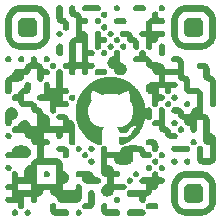
<source format=gbr>
%TF.GenerationSoftware,KiCad,Pcbnew,(6.0.10)*%
%TF.CreationDate,2023-02-04T18:20:05-05:00*%
%TF.ProjectId,lipo_charger,6c69706f-5f63-4686-9172-6765722e6b69,rev?*%
%TF.SameCoordinates,Original*%
%TF.FileFunction,Legend,Bot*%
%TF.FilePolarity,Positive*%
%FSLAX46Y46*%
G04 Gerber Fmt 4.6, Leading zero omitted, Abs format (unit mm)*
G04 Created by KiCad (PCBNEW (6.0.10)) date 2023-02-04 18:20:05*
%MOMM*%
%LPD*%
G01*
G04 APERTURE LIST*
G04 APERTURE END LIST*
%TO.C,G\u002A\u002A\u002A*%
G36*
X142052813Y-107049835D02*
G01*
X142141772Y-107050252D01*
X142216487Y-107051145D01*
X142278637Y-107052683D01*
X142329901Y-107055034D01*
X142371956Y-107058366D01*
X142406481Y-107062847D01*
X142435154Y-107068645D01*
X142459655Y-107075929D01*
X142481660Y-107084866D01*
X142502850Y-107095626D01*
X142524901Y-107108375D01*
X142527444Y-107109908D01*
X142600426Y-107163732D01*
X142660306Y-107228140D01*
X142705878Y-107301565D01*
X142735936Y-107382440D01*
X142738404Y-107396206D01*
X142741673Y-107430060D01*
X142744452Y-107477854D01*
X142746740Y-107537328D01*
X142748538Y-107606219D01*
X142749845Y-107682267D01*
X142750662Y-107763210D01*
X142750988Y-107846786D01*
X142750823Y-107930736D01*
X142750168Y-108012796D01*
X142749023Y-108090706D01*
X142747386Y-108162205D01*
X142745260Y-108225030D01*
X142742642Y-108276922D01*
X142739535Y-108315617D01*
X142735936Y-108338856D01*
X142718773Y-108390495D01*
X142679463Y-108465399D01*
X142626716Y-108531840D01*
X142562711Y-108587677D01*
X142489628Y-108630772D01*
X142409648Y-108658986D01*
X142394568Y-108661167D01*
X142361751Y-108663570D01*
X142315256Y-108665664D01*
X142257313Y-108667444D01*
X142190150Y-108668901D01*
X142115997Y-108670030D01*
X142037082Y-108670823D01*
X141955635Y-108671275D01*
X141873885Y-108671378D01*
X141794061Y-108671126D01*
X141718392Y-108670511D01*
X141649106Y-108669528D01*
X141588434Y-108668170D01*
X141538604Y-108666429D01*
X141501845Y-108664300D01*
X141480386Y-108661775D01*
X141411059Y-108639977D01*
X141341505Y-108604026D01*
X141277560Y-108557239D01*
X141223224Y-108502556D01*
X141182498Y-108442914D01*
X141177173Y-108432868D01*
X141166034Y-108410933D01*
X141156705Y-108389988D01*
X141149024Y-108368330D01*
X141142832Y-108344259D01*
X141137969Y-108316072D01*
X141134274Y-108282070D01*
X141131587Y-108240551D01*
X141129747Y-108189813D01*
X141128596Y-108128154D01*
X141127971Y-108053875D01*
X141127714Y-107965273D01*
X141127664Y-107860648D01*
X141127671Y-107814077D01*
X141127789Y-107716476D01*
X141128183Y-107634174D01*
X141129012Y-107565471D01*
X141130436Y-107508666D01*
X141132617Y-107462057D01*
X141135713Y-107423943D01*
X141139885Y-107392622D01*
X141145294Y-107366395D01*
X141152100Y-107343558D01*
X141160462Y-107322411D01*
X141170542Y-107301253D01*
X141182498Y-107278382D01*
X141221976Y-107220240D01*
X141276008Y-107165391D01*
X141339754Y-107118362D01*
X141409213Y-107082092D01*
X141480386Y-107059521D01*
X141493670Y-107057682D01*
X141527784Y-107055300D01*
X141578702Y-107053325D01*
X141645878Y-107051768D01*
X141728765Y-107050642D01*
X141826817Y-107049958D01*
X141939488Y-107049727D01*
X141947933Y-107049727D01*
X142052813Y-107049835D01*
G37*
G36*
X156108780Y-107049835D02*
G01*
X156197738Y-107050252D01*
X156272454Y-107051145D01*
X156334604Y-107052683D01*
X156385867Y-107055034D01*
X156427922Y-107058366D01*
X156462447Y-107062847D01*
X156491121Y-107068645D01*
X156515621Y-107075929D01*
X156537627Y-107084866D01*
X156558816Y-107095626D01*
X156580867Y-107108375D01*
X156583410Y-107109908D01*
X156656392Y-107163732D01*
X156716272Y-107228140D01*
X156761844Y-107301565D01*
X156791903Y-107382440D01*
X156794370Y-107396206D01*
X156797639Y-107430060D01*
X156800418Y-107477854D01*
X156802707Y-107537328D01*
X156804504Y-107606219D01*
X156805811Y-107682267D01*
X156806628Y-107763210D01*
X156806954Y-107846786D01*
X156806790Y-107930736D01*
X156806135Y-108012796D01*
X156804989Y-108090706D01*
X156803353Y-108162205D01*
X156801226Y-108225030D01*
X156798609Y-108276922D01*
X156795501Y-108315617D01*
X156791903Y-108338856D01*
X156774740Y-108390495D01*
X156735430Y-108465399D01*
X156682682Y-108531840D01*
X156618677Y-108587677D01*
X156545594Y-108630772D01*
X156465614Y-108658986D01*
X156450535Y-108661167D01*
X156417718Y-108663570D01*
X156371223Y-108665664D01*
X156313279Y-108667444D01*
X156246117Y-108668901D01*
X156171963Y-108670030D01*
X156093049Y-108670823D01*
X156011602Y-108671275D01*
X155929852Y-108671378D01*
X155850028Y-108671126D01*
X155774358Y-108670511D01*
X155705073Y-108669528D01*
X155644401Y-108668170D01*
X155594570Y-108666429D01*
X155557811Y-108664300D01*
X155536352Y-108661775D01*
X155469706Y-108641837D01*
X155394589Y-108603685D01*
X155327530Y-108552168D01*
X155270779Y-108489429D01*
X155226586Y-108417611D01*
X155197201Y-108338856D01*
X155194734Y-108325090D01*
X155191464Y-108291236D01*
X155188686Y-108243442D01*
X155186397Y-108183968D01*
X155184600Y-108115077D01*
X155183292Y-108039029D01*
X155182476Y-107958086D01*
X155182150Y-107874510D01*
X155182314Y-107790560D01*
X155182969Y-107708500D01*
X155184115Y-107630590D01*
X155185751Y-107559091D01*
X155187878Y-107496266D01*
X155190495Y-107444375D01*
X155193603Y-107405679D01*
X155197201Y-107382440D01*
X155220397Y-107316835D01*
X155262196Y-107243668D01*
X155316942Y-107179210D01*
X155382384Y-107125604D01*
X155456271Y-107084993D01*
X155536352Y-107059521D01*
X155549637Y-107057682D01*
X155583750Y-107055300D01*
X155634668Y-107053325D01*
X155701844Y-107051768D01*
X155784731Y-107050642D01*
X155882784Y-107049958D01*
X155995454Y-107049727D01*
X156003899Y-107049727D01*
X156108780Y-107049835D01*
G37*
G36*
X143624811Y-120033634D02*
G01*
X143672936Y-120049391D01*
X143707482Y-120069518D01*
X143758149Y-120113690D01*
X143796237Y-120167455D01*
X143820467Y-120228154D01*
X143829559Y-120293131D01*
X143822236Y-120359726D01*
X143815105Y-120383167D01*
X143787025Y-120437725D01*
X143746386Y-120486783D01*
X143696837Y-120526436D01*
X143642024Y-120552775D01*
X143598993Y-120561144D01*
X143545020Y-120561661D01*
X143490997Y-120553836D01*
X143444701Y-120538243D01*
X143395618Y-120506658D01*
X143349758Y-120460846D01*
X143315038Y-120407263D01*
X143310361Y-120397262D01*
X143300754Y-120369365D01*
X143295897Y-120337464D01*
X143294552Y-120294772D01*
X143294698Y-120278289D01*
X143297123Y-120240117D01*
X143303491Y-120210377D01*
X143315038Y-120182282D01*
X143345602Y-120133908D01*
X143392036Y-120085849D01*
X143445965Y-120050337D01*
X143459567Y-120044401D01*
X143511320Y-120031167D01*
X143568670Y-120027568D01*
X143624811Y-120033634D01*
G37*
G36*
X156003899Y-121105694D02*
G01*
X156108780Y-121105802D01*
X156197738Y-121106218D01*
X156272454Y-121107112D01*
X156334604Y-121108650D01*
X156385867Y-121111000D01*
X156427922Y-121114332D01*
X156462447Y-121118813D01*
X156491121Y-121124612D01*
X156515621Y-121131895D01*
X156537627Y-121140833D01*
X156558816Y-121151592D01*
X156580867Y-121164341D01*
X156583410Y-121165874D01*
X156656392Y-121219699D01*
X156716272Y-121284107D01*
X156761844Y-121357531D01*
X156791903Y-121438406D01*
X156794370Y-121452172D01*
X156797639Y-121486026D01*
X156800418Y-121533821D01*
X156802707Y-121593294D01*
X156804504Y-121662185D01*
X156805811Y-121738233D01*
X156806628Y-121819176D01*
X156806954Y-121902753D01*
X156806790Y-121986702D01*
X156806135Y-122068762D01*
X156804989Y-122146673D01*
X156803353Y-122218171D01*
X156801226Y-122280997D01*
X156798609Y-122332888D01*
X156795501Y-122371584D01*
X156791903Y-122394823D01*
X156774740Y-122446462D01*
X156735430Y-122521366D01*
X156682682Y-122587806D01*
X156618677Y-122643643D01*
X156545594Y-122686739D01*
X156465614Y-122714953D01*
X156450535Y-122717134D01*
X156417718Y-122719536D01*
X156371223Y-122721631D01*
X156313279Y-122723410D01*
X156246117Y-122724867D01*
X156171963Y-122725996D01*
X156093049Y-122726790D01*
X156011602Y-122727241D01*
X155929852Y-122727344D01*
X155850028Y-122727092D01*
X155774358Y-122726478D01*
X155705073Y-122725495D01*
X155644401Y-122724136D01*
X155594570Y-122722396D01*
X155557811Y-122720267D01*
X155536352Y-122717742D01*
X155469706Y-122697803D01*
X155394589Y-122659651D01*
X155327530Y-122608134D01*
X155270779Y-122545396D01*
X155226586Y-122473577D01*
X155197201Y-122394823D01*
X155194734Y-122381057D01*
X155191464Y-122347203D01*
X155188686Y-122299408D01*
X155186397Y-122239935D01*
X155184600Y-122171044D01*
X155183292Y-122094996D01*
X155182476Y-122014053D01*
X155182150Y-121930476D01*
X155182314Y-121846527D01*
X155182969Y-121764467D01*
X155184115Y-121686557D01*
X155185751Y-121615058D01*
X155187878Y-121552232D01*
X155190495Y-121500341D01*
X155193603Y-121461645D01*
X155197201Y-121438406D01*
X155220397Y-121372802D01*
X155262196Y-121299634D01*
X155316942Y-121235176D01*
X155382384Y-121181570D01*
X155456271Y-121140960D01*
X155536352Y-121115487D01*
X155549637Y-121113648D01*
X155583750Y-121111266D01*
X155634668Y-121109291D01*
X155701844Y-121107735D01*
X155784731Y-121106608D01*
X155882784Y-121105924D01*
X155995454Y-121105693D01*
X156003899Y-121105694D01*
G37*
G36*
X147997831Y-105993416D02*
G01*
X148031904Y-106013166D01*
X148082973Y-106057289D01*
X148121266Y-106110973D01*
X148145549Y-106171656D01*
X148154587Y-106236773D01*
X148147149Y-106303759D01*
X148139587Y-106328353D01*
X148111263Y-106382758D01*
X148070566Y-106431551D01*
X148021217Y-106470757D01*
X147966937Y-106496397D01*
X147958031Y-106498464D01*
X147941877Y-106500572D01*
X147918500Y-106502339D01*
X147886732Y-106503784D01*
X147845408Y-106504926D01*
X147793361Y-106505782D01*
X147729423Y-106506371D01*
X147652428Y-106506712D01*
X147561209Y-106506822D01*
X147454599Y-106506721D01*
X147331433Y-106506427D01*
X146733212Y-106504682D01*
X146689649Y-106483241D01*
X146642190Y-106452985D01*
X146594542Y-106406229D01*
X146558722Y-106351296D01*
X146554046Y-106341295D01*
X146544439Y-106313398D01*
X146539581Y-106281497D01*
X146538237Y-106238806D01*
X146538383Y-106222322D01*
X146540808Y-106184150D01*
X146547176Y-106154410D01*
X146558722Y-106126315D01*
X146589287Y-106077941D01*
X146635721Y-106029883D01*
X146689649Y-105994371D01*
X146733212Y-105972930D01*
X147956241Y-105972930D01*
X147997831Y-105993416D01*
G37*
G36*
X149571566Y-105977667D02*
G01*
X149619691Y-105993425D01*
X149654237Y-106013552D01*
X149704905Y-106057723D01*
X149742992Y-106111488D01*
X149767222Y-106172188D01*
X149776314Y-106237164D01*
X149768991Y-106303759D01*
X149761860Y-106327201D01*
X149733780Y-106381758D01*
X149693141Y-106430817D01*
X149643592Y-106470469D01*
X149588779Y-106496809D01*
X149545748Y-106505178D01*
X149491775Y-106505695D01*
X149437753Y-106497870D01*
X149391456Y-106482277D01*
X149342373Y-106450691D01*
X149296513Y-106404880D01*
X149261793Y-106351296D01*
X149257116Y-106341295D01*
X149247509Y-106313398D01*
X149242652Y-106281497D01*
X149241307Y-106238806D01*
X149241453Y-106222322D01*
X149243878Y-106184150D01*
X149250246Y-106154410D01*
X149261793Y-106126315D01*
X149292357Y-106077941D01*
X149338791Y-106029883D01*
X149392720Y-105994371D01*
X149406322Y-105988435D01*
X149458075Y-105975201D01*
X149515425Y-105971602D01*
X149571566Y-105977667D01*
G37*
G36*
X151458512Y-105972937D02*
G01*
X151534558Y-105973017D01*
X151595955Y-105973270D01*
X151644557Y-105973795D01*
X151682216Y-105974692D01*
X151710786Y-105976058D01*
X151732118Y-105977994D01*
X151748065Y-105980599D01*
X151760481Y-105983971D01*
X151771219Y-105988211D01*
X151782130Y-105993416D01*
X151816203Y-106013166D01*
X151867272Y-106057289D01*
X151905565Y-106110973D01*
X151929847Y-106171656D01*
X151938886Y-106236773D01*
X151931447Y-106303759D01*
X151923972Y-106328125D01*
X151895696Y-106382559D01*
X151855010Y-106431406D01*
X151805621Y-106470701D01*
X151751235Y-106496480D01*
X151743337Y-106498525D01*
X151724751Y-106501384D01*
X151698001Y-106503597D01*
X151661494Y-106505209D01*
X151613637Y-106506262D01*
X151552837Y-106506801D01*
X151477502Y-106506869D01*
X151386038Y-106506510D01*
X151340589Y-106506254D01*
X151264069Y-106505764D01*
X151202393Y-106505191D01*
X151153654Y-106504414D01*
X151115946Y-106503314D01*
X151087362Y-106501771D01*
X151065994Y-106499666D01*
X151049937Y-106496881D01*
X151037284Y-106493294D01*
X151026128Y-106488787D01*
X151014562Y-106483241D01*
X150967103Y-106452985D01*
X150919454Y-106406229D01*
X150883635Y-106351296D01*
X150877157Y-106336104D01*
X150864946Y-106285303D01*
X150861956Y-106228765D01*
X150868185Y-106173450D01*
X150883635Y-106126315D01*
X150914200Y-106077941D01*
X150960634Y-106029883D01*
X151014562Y-105994371D01*
X151058125Y-105972930D01*
X151399332Y-105972930D01*
X151458512Y-105972937D01*
G37*
G36*
X153355865Y-105977667D02*
G01*
X153403990Y-105993425D01*
X153438536Y-106013552D01*
X153489203Y-106057723D01*
X153527291Y-106111488D01*
X153551521Y-106172188D01*
X153560613Y-106237164D01*
X153553290Y-106303759D01*
X153546159Y-106327201D01*
X153518078Y-106381758D01*
X153477440Y-106430817D01*
X153427891Y-106470469D01*
X153373077Y-106496809D01*
X153330046Y-106505178D01*
X153276074Y-106505695D01*
X153222051Y-106497870D01*
X153175755Y-106482277D01*
X153126671Y-106450691D01*
X153080812Y-106404880D01*
X153046092Y-106351296D01*
X153041415Y-106341295D01*
X153031808Y-106313398D01*
X153026950Y-106281497D01*
X153025606Y-106238806D01*
X153025752Y-106222322D01*
X153028177Y-106184150D01*
X153034545Y-106154410D01*
X153046092Y-106126315D01*
X153076656Y-106077941D01*
X153123090Y-106029883D01*
X153177019Y-105994371D01*
X153190620Y-105988435D01*
X153242374Y-105975201D01*
X153299724Y-105971602D01*
X153355865Y-105977667D01*
G37*
G36*
X148490338Y-106518281D02*
G01*
X148538463Y-106534039D01*
X148573009Y-106554166D01*
X148623676Y-106598338D01*
X148661764Y-106652102D01*
X148685994Y-106712802D01*
X148695086Y-106777778D01*
X148687763Y-106844373D01*
X148680632Y-106867815D01*
X148652551Y-106922372D01*
X148611913Y-106971431D01*
X148562364Y-107011083D01*
X148507551Y-107037423D01*
X148464519Y-107045792D01*
X148410547Y-107046309D01*
X148356524Y-107038484D01*
X148310228Y-107022891D01*
X148261145Y-106991305D01*
X148215285Y-106945494D01*
X148180565Y-106891910D01*
X148175888Y-106881909D01*
X148166281Y-106854012D01*
X148161423Y-106822111D01*
X148160079Y-106779420D01*
X148160225Y-106762937D01*
X148162650Y-106724764D01*
X148169018Y-106695025D01*
X148180565Y-106666929D01*
X148211129Y-106618555D01*
X148257563Y-106570497D01*
X148311492Y-106534985D01*
X148325094Y-106529049D01*
X148376847Y-106515815D01*
X148434197Y-106512216D01*
X148490338Y-106518281D01*
G37*
G36*
X147949724Y-107058895D02*
G01*
X147997849Y-107074653D01*
X148032395Y-107094780D01*
X148083062Y-107138952D01*
X148121150Y-107192716D01*
X148145380Y-107253416D01*
X148154472Y-107318392D01*
X148147149Y-107384987D01*
X148140018Y-107408429D01*
X148111937Y-107462986D01*
X148071299Y-107512045D01*
X148021750Y-107551697D01*
X147966937Y-107578037D01*
X147923905Y-107586406D01*
X147869933Y-107586923D01*
X147815910Y-107579098D01*
X147769614Y-107563505D01*
X147720531Y-107531919D01*
X147674671Y-107486108D01*
X147639951Y-107432524D01*
X147635274Y-107422523D01*
X147625667Y-107394626D01*
X147620809Y-107362726D01*
X147619465Y-107320034D01*
X147619611Y-107303551D01*
X147622036Y-107265379D01*
X147628404Y-107235639D01*
X147639951Y-107207544D01*
X147670515Y-107159169D01*
X147716949Y-107111111D01*
X147770878Y-107075599D01*
X147784480Y-107069663D01*
X147836233Y-107056429D01*
X147893583Y-107052830D01*
X147949724Y-107058895D01*
G37*
G36*
X149836670Y-107054165D02*
G01*
X149912715Y-107054245D01*
X149974113Y-107054498D01*
X150022715Y-107055024D01*
X150060374Y-107055920D01*
X150088943Y-107057286D01*
X150110275Y-107059222D01*
X150126223Y-107061827D01*
X150138639Y-107065199D01*
X150149376Y-107069439D01*
X150160287Y-107074644D01*
X150194361Y-107094395D01*
X150245430Y-107138517D01*
X150283722Y-107192202D01*
X150308005Y-107252885D01*
X150317044Y-107318001D01*
X150309605Y-107384987D01*
X150302130Y-107409353D01*
X150273854Y-107463788D01*
X150233168Y-107512634D01*
X150183779Y-107551929D01*
X150129393Y-107577708D01*
X150121495Y-107579753D01*
X150102909Y-107582612D01*
X150076159Y-107584826D01*
X150039652Y-107586437D01*
X149991794Y-107587490D01*
X149930995Y-107588029D01*
X149855659Y-107588097D01*
X149764196Y-107587738D01*
X149718746Y-107587482D01*
X149642227Y-107586993D01*
X149580551Y-107586419D01*
X149531812Y-107585642D01*
X149494104Y-107584542D01*
X149465519Y-107582999D01*
X149444152Y-107580895D01*
X149428095Y-107578109D01*
X149415442Y-107574522D01*
X149404286Y-107570015D01*
X149392720Y-107564469D01*
X149345261Y-107534213D01*
X149297612Y-107487457D01*
X149261793Y-107432524D01*
X149257116Y-107422523D01*
X149247509Y-107394626D01*
X149242652Y-107362726D01*
X149241307Y-107320034D01*
X149241453Y-107303551D01*
X149243878Y-107265379D01*
X149250246Y-107235639D01*
X149261793Y-107207544D01*
X149292357Y-107159169D01*
X149338791Y-107111111D01*
X149392720Y-107075599D01*
X149436283Y-107054158D01*
X149777490Y-107054158D01*
X149836670Y-107054165D01*
G37*
G36*
X144706039Y-105977667D02*
G01*
X144754165Y-105993425D01*
X144756699Y-105994693D01*
X144808001Y-106029019D01*
X144853420Y-106074860D01*
X144887037Y-106126297D01*
X144888040Y-106128337D01*
X144892516Y-106137851D01*
X144896259Y-106147622D01*
X144899346Y-106159238D01*
X144901851Y-106174287D01*
X144903850Y-106194357D01*
X144905420Y-106221035D01*
X144906637Y-106255910D01*
X144907575Y-106300570D01*
X144908310Y-106356602D01*
X144908920Y-106425595D01*
X144909478Y-106509137D01*
X144910062Y-106608816D01*
X144912592Y-107049727D01*
X144941878Y-107049727D01*
X144943485Y-107049740D01*
X144977579Y-107053517D01*
X145021497Y-107062876D01*
X145069281Y-107076169D01*
X145114974Y-107091750D01*
X145152617Y-107107973D01*
X145221291Y-107148983D01*
X145294866Y-107210953D01*
X145355541Y-107284709D01*
X145402626Y-107369381D01*
X145435432Y-107464102D01*
X145436101Y-107466742D01*
X145442065Y-107493577D01*
X145446444Y-107521848D01*
X145449462Y-107554812D01*
X145451341Y-107595725D01*
X145452305Y-107647844D01*
X145452577Y-107714425D01*
X145452288Y-107773505D01*
X145451020Y-107834703D01*
X145448653Y-107881436D01*
X145445087Y-107915520D01*
X145440220Y-107938771D01*
X145437737Y-107946478D01*
X145410280Y-108001864D01*
X145369553Y-108051669D01*
X145319450Y-108091923D01*
X145263866Y-108118651D01*
X145220835Y-108127020D01*
X145166862Y-108127537D01*
X145112840Y-108119712D01*
X145066544Y-108104119D01*
X145017460Y-108072534D01*
X144971601Y-108026722D01*
X144936880Y-107973138D01*
X144930372Y-107958997D01*
X144924822Y-107943112D01*
X144920802Y-107924331D01*
X144917988Y-107899690D01*
X144916050Y-107866223D01*
X144914664Y-107820963D01*
X144913501Y-107760945D01*
X144910608Y-107590341D01*
X144881684Y-107590341D01*
X144847899Y-107587059D01*
X144800996Y-107576956D01*
X144749135Y-107561662D01*
X144697890Y-107542838D01*
X144652833Y-107522145D01*
X144605823Y-107493513D01*
X144538489Y-107437885D01*
X144480149Y-107371559D01*
X144434859Y-107298694D01*
X144432294Y-107293562D01*
X144419293Y-107266975D01*
X144408260Y-107242376D01*
X144399041Y-107218123D01*
X144391486Y-107192572D01*
X144385441Y-107164081D01*
X144380755Y-107131008D01*
X144377276Y-107091709D01*
X144374851Y-107044542D01*
X144373328Y-106987864D01*
X144372555Y-106920032D01*
X144372380Y-106839404D01*
X144372650Y-106744337D01*
X144373215Y-106633188D01*
X144375780Y-106167906D01*
X144396266Y-106126315D01*
X144426831Y-106077941D01*
X144473265Y-106029883D01*
X144527193Y-105994371D01*
X144540795Y-105988435D01*
X144592548Y-105975201D01*
X144649898Y-105971602D01*
X144706039Y-105977667D01*
G37*
G36*
X148490338Y-107599509D02*
G01*
X148538463Y-107615267D01*
X148573009Y-107635394D01*
X148623676Y-107679566D01*
X148661764Y-107733330D01*
X148685994Y-107794030D01*
X148695086Y-107859006D01*
X148687763Y-107925602D01*
X148680632Y-107949043D01*
X148652551Y-108003601D01*
X148611913Y-108052659D01*
X148562364Y-108092311D01*
X148507551Y-108118651D01*
X148464519Y-108127020D01*
X148410547Y-108127537D01*
X148356524Y-108119712D01*
X148310228Y-108104119D01*
X148261145Y-108072534D01*
X148215285Y-108026722D01*
X148180565Y-107973138D01*
X148175888Y-107963138D01*
X148166281Y-107935240D01*
X148161423Y-107903340D01*
X148160079Y-107860648D01*
X148160225Y-107844165D01*
X148162650Y-107805993D01*
X148169018Y-107776253D01*
X148180565Y-107748158D01*
X148211129Y-107699783D01*
X148257563Y-107651725D01*
X148311492Y-107616213D01*
X148325094Y-107610277D01*
X148376847Y-107597043D01*
X148434197Y-107593444D01*
X148490338Y-107599509D01*
G37*
G36*
X144706039Y-108140124D02*
G01*
X144754165Y-108155881D01*
X144788710Y-108176008D01*
X144839378Y-108220180D01*
X144877466Y-108273944D01*
X144901695Y-108334644D01*
X144910787Y-108399620D01*
X144903464Y-108466216D01*
X144896333Y-108489657D01*
X144868253Y-108544215D01*
X144827614Y-108593273D01*
X144778065Y-108632925D01*
X144723252Y-108659265D01*
X144680221Y-108667634D01*
X144626248Y-108668151D01*
X144572226Y-108660326D01*
X144525929Y-108644733D01*
X144476846Y-108613148D01*
X144430987Y-108567336D01*
X144396266Y-108513753D01*
X144391589Y-108503752D01*
X144381982Y-108475854D01*
X144377125Y-108443954D01*
X144375780Y-108401262D01*
X144375926Y-108384779D01*
X144378352Y-108346607D01*
X144384719Y-108316867D01*
X144396266Y-108288772D01*
X144426831Y-108240397D01*
X144473265Y-108192339D01*
X144527193Y-108156827D01*
X144540795Y-108150891D01*
X144592548Y-108137657D01*
X144649898Y-108134058D01*
X144706039Y-108140124D01*
G37*
G36*
X149030952Y-108140124D02*
G01*
X149079077Y-108155881D01*
X149113623Y-108176008D01*
X149164290Y-108220180D01*
X149202378Y-108273944D01*
X149226608Y-108334644D01*
X149235700Y-108399620D01*
X149228377Y-108466216D01*
X149221246Y-108489657D01*
X149193165Y-108544215D01*
X149152527Y-108593273D01*
X149102978Y-108632925D01*
X149048165Y-108659265D01*
X149005134Y-108667634D01*
X148951161Y-108668151D01*
X148897138Y-108660326D01*
X148850842Y-108644733D01*
X148801759Y-108613148D01*
X148755899Y-108567336D01*
X148721179Y-108513753D01*
X148716502Y-108503752D01*
X148706895Y-108475854D01*
X148702037Y-108443954D01*
X148700693Y-108401262D01*
X148700839Y-108384779D01*
X148703264Y-108346607D01*
X148709632Y-108316867D01*
X148721179Y-108288772D01*
X148751743Y-108240397D01*
X148798177Y-108192339D01*
X148852106Y-108156827D01*
X148865708Y-108150891D01*
X148917461Y-108137657D01*
X148974811Y-108134058D01*
X149030952Y-108140124D01*
G37*
G36*
X149571566Y-108680738D02*
G01*
X149619691Y-108696495D01*
X149654237Y-108716622D01*
X149704905Y-108760794D01*
X149742992Y-108814559D01*
X149767222Y-108875258D01*
X149776314Y-108940235D01*
X149768991Y-109006830D01*
X149761860Y-109030271D01*
X149733780Y-109084829D01*
X149693141Y-109133887D01*
X149643592Y-109173540D01*
X149588779Y-109199879D01*
X149545748Y-109208248D01*
X149491775Y-109208765D01*
X149437753Y-109200940D01*
X149391456Y-109185347D01*
X149342373Y-109153762D01*
X149296513Y-109107950D01*
X149261793Y-109054367D01*
X149257116Y-109044366D01*
X149247509Y-109016469D01*
X149242652Y-108984568D01*
X149241307Y-108941876D01*
X149241453Y-108925393D01*
X149243878Y-108887221D01*
X149250246Y-108857481D01*
X149261793Y-108829386D01*
X149292357Y-108781011D01*
X149338791Y-108732953D01*
X149392720Y-108697441D01*
X149406322Y-108691505D01*
X149458075Y-108678271D01*
X149515425Y-108674672D01*
X149571566Y-108680738D01*
G37*
G36*
X143819722Y-108637549D02*
G01*
X143817788Y-108657799D01*
X143815508Y-108675140D01*
X143812853Y-108690800D01*
X143809795Y-108706006D01*
X143806306Y-108721983D01*
X143799188Y-108752665D01*
X143755379Y-108899262D01*
X143697436Y-109035481D01*
X143624872Y-109162199D01*
X143537197Y-109280292D01*
X143433925Y-109390639D01*
X143338754Y-109473340D01*
X143217366Y-109558146D01*
X143087424Y-109628780D01*
X142950832Y-109684360D01*
X142809494Y-109724004D01*
X142665313Y-109746830D01*
X142660390Y-109747093D01*
X142637905Y-109747578D01*
X142599777Y-109748001D01*
X142547400Y-109748359D01*
X142482165Y-109748649D01*
X142405465Y-109748866D01*
X142318692Y-109749008D01*
X142223236Y-109749071D01*
X142120492Y-109749052D01*
X142011851Y-109748946D01*
X141898704Y-109748751D01*
X141866776Y-109748684D01*
X141739620Y-109748398D01*
X141628639Y-109748097D01*
X141532574Y-109747748D01*
X141450168Y-109747321D01*
X141380162Y-109746785D01*
X141321298Y-109746107D01*
X141272318Y-109745257D01*
X141231962Y-109744203D01*
X141198974Y-109742914D01*
X141172094Y-109741358D01*
X141150065Y-109739505D01*
X141131628Y-109737322D01*
X141115524Y-109734779D01*
X141100496Y-109731844D01*
X141085285Y-109728486D01*
X141077856Y-109726778D01*
X140930177Y-109685279D01*
X140794593Y-109631823D01*
X140669398Y-109565511D01*
X140552880Y-109485444D01*
X140443332Y-109390722D01*
X140423749Y-109371566D01*
X140323045Y-109259459D01*
X140237795Y-109139149D01*
X140167609Y-109009934D01*
X140112096Y-108871112D01*
X140070865Y-108721983D01*
X140070568Y-108720643D01*
X140067114Y-108704773D01*
X140064090Y-108689576D01*
X140061467Y-108673826D01*
X140059215Y-108656297D01*
X140057308Y-108635761D01*
X140055715Y-108610992D01*
X140054410Y-108580763D01*
X140053363Y-108543849D01*
X140052545Y-108499021D01*
X140051929Y-108445055D01*
X140051486Y-108380723D01*
X140051187Y-108304799D01*
X140051005Y-108216056D01*
X140050909Y-108113267D01*
X140050880Y-108017704D01*
X140618039Y-108017704D01*
X140618044Y-108132876D01*
X140618181Y-108233107D01*
X140618547Y-108319675D01*
X140619241Y-108393854D01*
X140620359Y-108456922D01*
X140622001Y-108510154D01*
X140624263Y-108554828D01*
X140627243Y-108592220D01*
X140631040Y-108623605D01*
X140635751Y-108650261D01*
X140641474Y-108673464D01*
X140648306Y-108694489D01*
X140656346Y-108714615D01*
X140665691Y-108735116D01*
X140676439Y-108757269D01*
X140688688Y-108782351D01*
X140718490Y-108837380D01*
X140781716Y-108925713D01*
X140858044Y-109003491D01*
X140945943Y-109069458D01*
X141043883Y-109122359D01*
X141150335Y-109160941D01*
X141152652Y-109161592D01*
X141165687Y-109165147D01*
X141178554Y-109168236D01*
X141192530Y-109170897D01*
X141208893Y-109173165D01*
X141228922Y-109175076D01*
X141253894Y-109176666D01*
X141285088Y-109177973D01*
X141323782Y-109179032D01*
X141371254Y-109179879D01*
X141428781Y-109180552D01*
X141497644Y-109181085D01*
X141579118Y-109181515D01*
X141674483Y-109181879D01*
X141785017Y-109182213D01*
X141911998Y-109182553D01*
X142034816Y-109182859D01*
X142154052Y-109183073D01*
X142258029Y-109183089D01*
X142348038Y-109182834D01*
X142425371Y-109182236D01*
X142491319Y-109181223D01*
X142547174Y-109179722D01*
X142594225Y-109177662D01*
X142633766Y-109174969D01*
X142667086Y-109171572D01*
X142695478Y-109167398D01*
X142720233Y-109162375D01*
X142742642Y-109156431D01*
X142763995Y-109149493D01*
X142785586Y-109141490D01*
X142808704Y-109132348D01*
X142903323Y-109086556D01*
X142995652Y-109023656D01*
X143076439Y-108948036D01*
X143144639Y-108860853D01*
X143199203Y-108763264D01*
X143239087Y-108656427D01*
X143259102Y-108587375D01*
X143259102Y-107133921D01*
X143238718Y-107063522D01*
X143208666Y-106979343D01*
X143157392Y-106881005D01*
X143092336Y-106792344D01*
X143014785Y-106714610D01*
X142926024Y-106649053D01*
X142827340Y-106596924D01*
X142720021Y-106559473D01*
X142715870Y-106558369D01*
X142702658Y-106554997D01*
X142689404Y-106552068D01*
X142674845Y-106549552D01*
X142657717Y-106547417D01*
X142636759Y-106545632D01*
X142610707Y-106544165D01*
X142578297Y-106542985D01*
X142538267Y-106542061D01*
X142489353Y-106541361D01*
X142430293Y-106540855D01*
X142359823Y-106540511D01*
X142276680Y-106540298D01*
X142179602Y-106540185D01*
X142067325Y-106540140D01*
X141938585Y-106540132D01*
X141885336Y-106540132D01*
X141763346Y-106540149D01*
X141657314Y-106540213D01*
X141565974Y-106540357D01*
X141488062Y-106540611D01*
X141422314Y-106541009D01*
X141367465Y-106541581D01*
X141322251Y-106542360D01*
X141285407Y-106543378D01*
X141255667Y-106544666D01*
X141231769Y-106546256D01*
X141212447Y-106548181D01*
X141196436Y-106550472D01*
X141182472Y-106553160D01*
X141169291Y-106556278D01*
X141155627Y-106559858D01*
X141071649Y-106587570D01*
X140970927Y-106636528D01*
X140879960Y-106699244D01*
X140799989Y-106774509D01*
X140732254Y-106861116D01*
X140677996Y-106957856D01*
X140638453Y-107063522D01*
X140618069Y-107133921D01*
X140618069Y-107860648D01*
X140618068Y-107886315D01*
X140618039Y-108017704D01*
X140050880Y-108017704D01*
X140050873Y-107995207D01*
X140050867Y-107860648D01*
X140050867Y-107849208D01*
X140050875Y-107716019D01*
X140050915Y-107599230D01*
X140051016Y-107497614D01*
X140051207Y-107409945D01*
X140051516Y-107334997D01*
X140051972Y-107271542D01*
X140052603Y-107218355D01*
X140053438Y-107174208D01*
X140054505Y-107137876D01*
X140055832Y-107108131D01*
X140057449Y-107083747D01*
X140059383Y-107063497D01*
X140061663Y-107046156D01*
X140064318Y-107030496D01*
X140067375Y-107015290D01*
X140070865Y-106999313D01*
X140077704Y-106969775D01*
X140121264Y-106823453D01*
X140178895Y-106687512D01*
X140251178Y-106560902D01*
X140338697Y-106442576D01*
X140442035Y-106331486D01*
X140555096Y-106233914D01*
X140678131Y-106150659D01*
X140810774Y-106082183D01*
X140953262Y-106028364D01*
X141105830Y-105989080D01*
X141115294Y-105987233D01*
X141130903Y-105984597D01*
X141148305Y-105982303D01*
X141168724Y-105980329D01*
X141193386Y-105978651D01*
X141223517Y-105977245D01*
X141260342Y-105976087D01*
X141305088Y-105975154D01*
X141358978Y-105974422D01*
X141423240Y-105973868D01*
X141499099Y-105973467D01*
X141587781Y-105973197D01*
X141690511Y-105973033D01*
X141808514Y-105972952D01*
X141943017Y-105972930D01*
X142062533Y-105972935D01*
X142181148Y-105972969D01*
X142284381Y-105973061D01*
X142373469Y-105973241D01*
X142449653Y-105973537D01*
X142514170Y-105973979D01*
X142568261Y-105974595D01*
X142613163Y-105975414D01*
X142650117Y-105976466D01*
X142680361Y-105977779D01*
X142705135Y-105979383D01*
X142725677Y-105981306D01*
X142743226Y-105983578D01*
X142759022Y-105986227D01*
X142774304Y-105989283D01*
X142790310Y-105992775D01*
X142793652Y-105993519D01*
X142941899Y-106034118D01*
X143078477Y-106087306D01*
X143204959Y-106153908D01*
X143322917Y-106234750D01*
X143433925Y-106330657D01*
X143463846Y-106360111D01*
X143549438Y-106454878D01*
X143621465Y-106553115D01*
X143683025Y-106658905D01*
X143721830Y-106739663D01*
X143770180Y-106865825D01*
X143806306Y-106999313D01*
X143806603Y-107000653D01*
X143810056Y-107016523D01*
X143813081Y-107031720D01*
X143815704Y-107047470D01*
X143817956Y-107064999D01*
X143819863Y-107085535D01*
X143821456Y-107110304D01*
X143822761Y-107140533D01*
X143823808Y-107177447D01*
X143824626Y-107222275D01*
X143825242Y-107276241D01*
X143825685Y-107340573D01*
X143825984Y-107416497D01*
X143826166Y-107505240D01*
X143826261Y-107608029D01*
X143826298Y-107726089D01*
X143826304Y-107860648D01*
X143826304Y-107872088D01*
X143826296Y-108005277D01*
X143826256Y-108122066D01*
X143826155Y-108223682D01*
X143825964Y-108311351D01*
X143825655Y-108386299D01*
X143825199Y-108449754D01*
X143824568Y-108502941D01*
X143823733Y-108547088D01*
X143822666Y-108583420D01*
X143822490Y-108587375D01*
X143821339Y-108613165D01*
X143819722Y-108637549D01*
G37*
G36*
X147949724Y-108140124D02*
G01*
X147997849Y-108155881D01*
X148000383Y-108157150D01*
X148051686Y-108191475D01*
X148097105Y-108237316D01*
X148130722Y-108288753D01*
X148137136Y-108302668D01*
X148142724Y-108318565D01*
X148146770Y-108337313D01*
X148149601Y-108361884D01*
X148151548Y-108395255D01*
X148152938Y-108440401D01*
X148154101Y-108500296D01*
X148156986Y-108670231D01*
X148326920Y-108673116D01*
X148360316Y-108673772D01*
X148421903Y-108675902D01*
X148470104Y-108679638D01*
X148507897Y-108685781D01*
X148538256Y-108695130D01*
X148564158Y-108708484D01*
X148588578Y-108726645D01*
X148614492Y-108750412D01*
X148637280Y-108774808D01*
X148668675Y-108822949D01*
X148686314Y-108877290D01*
X148691830Y-108941876D01*
X148689827Y-108983593D01*
X148678045Y-109038160D01*
X148653930Y-109085747D01*
X148615456Y-109131378D01*
X148602142Y-109144379D01*
X148577557Y-109165685D01*
X148552944Y-109181697D01*
X148525354Y-109193224D01*
X148491838Y-109201074D01*
X148449448Y-109206056D01*
X148395235Y-109208977D01*
X148326251Y-109210645D01*
X148155648Y-109213539D01*
X148155648Y-109366547D01*
X148155020Y-109432545D01*
X148152809Y-109490056D01*
X148148926Y-109532322D01*
X148143291Y-109560613D01*
X148140807Y-109568321D01*
X148113351Y-109623706D01*
X148072623Y-109673512D01*
X148022520Y-109713765D01*
X147966937Y-109740493D01*
X147923905Y-109748862D01*
X147869933Y-109749379D01*
X147815910Y-109741554D01*
X147769614Y-109725961D01*
X147720531Y-109694376D01*
X147674671Y-109648564D01*
X147639951Y-109594981D01*
X147619465Y-109553391D01*
X147619465Y-108330362D01*
X147639951Y-108288772D01*
X147670515Y-108240397D01*
X147716949Y-108192339D01*
X147770878Y-108156827D01*
X147784480Y-108150891D01*
X147836233Y-108137657D01*
X147893583Y-108134058D01*
X147949724Y-108140124D01*
G37*
G36*
X149030952Y-109221352D02*
G01*
X149079077Y-109237109D01*
X149113623Y-109257236D01*
X149164290Y-109301408D01*
X149202378Y-109355173D01*
X149226608Y-109415872D01*
X149235700Y-109480849D01*
X149228377Y-109547444D01*
X149221246Y-109570885D01*
X149193165Y-109625443D01*
X149152527Y-109674501D01*
X149102978Y-109714154D01*
X149048165Y-109740493D01*
X149005134Y-109748862D01*
X148951161Y-109749379D01*
X148897138Y-109741554D01*
X148850842Y-109725961D01*
X148801759Y-109694376D01*
X148755899Y-109648564D01*
X148721179Y-109594981D01*
X148716502Y-109584980D01*
X148706895Y-109557083D01*
X148702037Y-109525182D01*
X148700693Y-109482490D01*
X148700839Y-109466007D01*
X148703264Y-109427835D01*
X148709632Y-109398095D01*
X148721179Y-109370000D01*
X148751743Y-109321626D01*
X148798177Y-109273567D01*
X148852106Y-109238055D01*
X148865708Y-109232120D01*
X148917461Y-109218885D01*
X148974811Y-109215287D01*
X149030952Y-109221352D01*
G37*
G36*
X150112180Y-109221352D02*
G01*
X150160306Y-109237109D01*
X150194851Y-109257236D01*
X150245519Y-109301408D01*
X150283606Y-109355173D01*
X150307836Y-109415872D01*
X150316928Y-109480849D01*
X150309605Y-109547444D01*
X150302474Y-109570885D01*
X150274394Y-109625443D01*
X150233755Y-109674501D01*
X150184206Y-109714154D01*
X150129393Y-109740493D01*
X150086362Y-109748862D01*
X150032389Y-109749379D01*
X149978367Y-109741554D01*
X149932070Y-109725961D01*
X149882987Y-109694376D01*
X149837128Y-109648564D01*
X149802407Y-109594981D01*
X149797730Y-109584980D01*
X149788123Y-109557083D01*
X149783266Y-109525182D01*
X149781921Y-109482490D01*
X149782067Y-109466007D01*
X149784493Y-109427835D01*
X149790860Y-109398095D01*
X149802407Y-109370000D01*
X149832972Y-109321626D01*
X149879406Y-109273567D01*
X149933334Y-109238055D01*
X149946936Y-109232120D01*
X149998689Y-109218885D01*
X150056039Y-109215287D01*
X150112180Y-109221352D01*
G37*
G36*
X150287279Y-108131902D02*
G01*
X150333863Y-108132974D01*
X150370925Y-108135231D01*
X150401398Y-108138801D01*
X150428214Y-108143814D01*
X150433383Y-108144990D01*
X150526329Y-108175235D01*
X150611298Y-108220310D01*
X150686525Y-108278854D01*
X150750248Y-108349509D01*
X150800702Y-108430915D01*
X150801619Y-108432767D01*
X150817817Y-108471253D01*
X150833260Y-108517360D01*
X150846314Y-108565145D01*
X150855345Y-108608662D01*
X150858718Y-108641968D01*
X150860128Y-108661515D01*
X150868151Y-108669977D01*
X150888319Y-108671569D01*
X150889582Y-108671577D01*
X150923732Y-108675281D01*
X150967759Y-108684605D01*
X151015690Y-108697901D01*
X151061552Y-108713521D01*
X151099372Y-108729816D01*
X151168046Y-108770825D01*
X151241621Y-108832795D01*
X151302296Y-108906551D01*
X151349381Y-108991223D01*
X151382187Y-109085944D01*
X151382856Y-109088584D01*
X151388820Y-109115419D01*
X151393199Y-109143690D01*
X151396217Y-109176654D01*
X151398096Y-109217568D01*
X151399060Y-109269687D01*
X151399332Y-109336268D01*
X151399043Y-109395348D01*
X151397775Y-109456546D01*
X151395408Y-109503278D01*
X151391842Y-109537362D01*
X151386975Y-109560613D01*
X151384492Y-109568321D01*
X151357035Y-109623706D01*
X151316308Y-109673512D01*
X151266205Y-109713765D01*
X151210621Y-109740493D01*
X151167590Y-109748862D01*
X151113617Y-109749379D01*
X151059595Y-109741554D01*
X151013299Y-109725961D01*
X150964215Y-109694376D01*
X150918356Y-109648564D01*
X150883635Y-109594981D01*
X150877127Y-109580840D01*
X150871577Y-109564954D01*
X150867558Y-109546173D01*
X150864743Y-109521533D01*
X150862805Y-109488065D01*
X150861419Y-109442805D01*
X150860256Y-109382787D01*
X150857363Y-109212183D01*
X150828439Y-109212183D01*
X150794654Y-109208901D01*
X150747751Y-109198798D01*
X150695890Y-109183505D01*
X150644645Y-109164681D01*
X150599588Y-109143987D01*
X150546171Y-109110477D01*
X150483556Y-109057450D01*
X150428597Y-108995856D01*
X150386300Y-108930699D01*
X150367344Y-108889857D01*
X150348293Y-108838926D01*
X150332628Y-108786898D01*
X150322012Y-108739348D01*
X150318104Y-108701848D01*
X150318104Y-108672924D01*
X150147500Y-108670031D01*
X150146525Y-108670015D01*
X150086945Y-108668869D01*
X150042057Y-108667513D01*
X150008870Y-108665608D01*
X149984394Y-108662813D01*
X149965640Y-108658790D01*
X149949616Y-108653198D01*
X149933334Y-108645697D01*
X149885875Y-108615441D01*
X149838226Y-108568686D01*
X149802407Y-108513753D01*
X149795928Y-108498560D01*
X149783718Y-108447759D01*
X149780727Y-108391222D01*
X149786957Y-108335907D01*
X149802407Y-108288772D01*
X149832972Y-108240397D01*
X149879406Y-108192339D01*
X149933334Y-108156827D01*
X149943197Y-108152116D01*
X149957873Y-108146165D01*
X149973966Y-108141728D01*
X149994194Y-108138529D01*
X150021276Y-108136288D01*
X150057928Y-108134728D01*
X150106870Y-108133571D01*
X150170817Y-108132539D01*
X150228240Y-108131888D01*
X150287279Y-108131902D01*
G37*
G36*
X152792584Y-106515547D02*
G01*
X152847151Y-106527329D01*
X152894738Y-106551445D01*
X152940369Y-106589918D01*
X152952913Y-106602752D01*
X152974362Y-106627418D01*
X152990485Y-106652062D01*
X153002093Y-106679643D01*
X153009999Y-106713115D01*
X153015016Y-106755437D01*
X153017955Y-106809564D01*
X153019628Y-106878454D01*
X153022513Y-107048388D01*
X153192447Y-107051273D01*
X153245669Y-107052284D01*
X153292512Y-107053628D01*
X153327205Y-107055487D01*
X153352722Y-107058189D01*
X153372039Y-107062064D01*
X153388131Y-107067439D01*
X153403972Y-107074644D01*
X153452346Y-107105209D01*
X153500404Y-107151643D01*
X153535916Y-107205571D01*
X153541852Y-107219173D01*
X153555087Y-107270926D01*
X153558685Y-107328276D01*
X153552620Y-107384417D01*
X153536863Y-107432543D01*
X153535594Y-107435077D01*
X153501268Y-107486379D01*
X153455427Y-107531798D01*
X153403990Y-107565415D01*
X153401951Y-107566418D01*
X153392436Y-107570894D01*
X153382665Y-107574637D01*
X153371049Y-107577724D01*
X153356000Y-107580229D01*
X153335931Y-107582228D01*
X153309252Y-107583798D01*
X153274377Y-107585015D01*
X153229718Y-107585953D01*
X153173685Y-107586688D01*
X153104692Y-107587298D01*
X153021150Y-107587856D01*
X152921471Y-107588440D01*
X152480560Y-107590970D01*
X152480560Y-108130326D01*
X152921471Y-108132856D01*
X152942888Y-108132979D01*
X153039195Y-108133552D01*
X153119684Y-108134115D01*
X153185944Y-108134743D01*
X153239563Y-108135514D01*
X153282128Y-108136502D01*
X153315227Y-108137783D01*
X153340449Y-108139434D01*
X153359381Y-108141529D01*
X153373611Y-108144145D01*
X153384728Y-108147357D01*
X153394319Y-108151241D01*
X153403972Y-108155872D01*
X153452346Y-108186437D01*
X153500404Y-108232871D01*
X153535916Y-108286799D01*
X153541852Y-108300401D01*
X153555087Y-108352154D01*
X153558685Y-108409505D01*
X153552620Y-108465645D01*
X153536863Y-108513771D01*
X153535594Y-108516305D01*
X153501268Y-108567607D01*
X153455427Y-108613026D01*
X153403990Y-108646643D01*
X153389827Y-108653162D01*
X153373939Y-108658712D01*
X153355159Y-108662731D01*
X153330519Y-108665545D01*
X153297053Y-108667482D01*
X153251795Y-108668869D01*
X153191778Y-108670031D01*
X153021174Y-108672924D01*
X153021174Y-108701848D01*
X153017872Y-108735736D01*
X153007776Y-108782583D01*
X152992521Y-108834352D01*
X152973770Y-108885455D01*
X152953185Y-108930306D01*
X152916715Y-108988401D01*
X152857457Y-109055570D01*
X152786575Y-109113070D01*
X152706817Y-109159082D01*
X152620930Y-109191787D01*
X152531660Y-109209367D01*
X152480560Y-109214708D01*
X152480560Y-109367131D01*
X152479953Y-109431883D01*
X152477749Y-109489688D01*
X152473859Y-109532183D01*
X152468204Y-109560613D01*
X152465720Y-109568321D01*
X152438263Y-109623706D01*
X152397536Y-109673512D01*
X152347433Y-109713765D01*
X152291849Y-109740493D01*
X152248818Y-109748862D01*
X152194846Y-109749379D01*
X152140823Y-109741554D01*
X152094527Y-109725961D01*
X152045443Y-109694376D01*
X151999584Y-109648564D01*
X151964863Y-109594981D01*
X151963917Y-109593058D01*
X151959431Y-109583532D01*
X151955679Y-109573765D01*
X151952586Y-109562167D01*
X151950075Y-109547149D01*
X151948071Y-109527122D01*
X151946497Y-109500495D01*
X151945279Y-109465681D01*
X151944339Y-109421088D01*
X151943602Y-109365129D01*
X151942992Y-109296213D01*
X151942433Y-109212751D01*
X151941849Y-109113154D01*
X151939321Y-108672917D01*
X151769030Y-108670027D01*
X151768633Y-108670021D01*
X151708972Y-108668875D01*
X151664024Y-108667520D01*
X151630795Y-108665617D01*
X151606290Y-108662823D01*
X151587514Y-108658799D01*
X151571475Y-108653204D01*
X151555176Y-108645697D01*
X151507717Y-108615441D01*
X151460069Y-108568686D01*
X151424249Y-108513753D01*
X151419572Y-108503752D01*
X151409966Y-108475854D01*
X151405108Y-108443954D01*
X151403763Y-108401262D01*
X151403910Y-108384779D01*
X151406335Y-108346607D01*
X151412703Y-108316867D01*
X151424249Y-108288772D01*
X151454814Y-108240397D01*
X151501248Y-108192339D01*
X151555176Y-108156827D01*
X151555425Y-108156705D01*
X151571683Y-108149234D01*
X151587724Y-108143666D01*
X151606539Y-108139663D01*
X151631119Y-108136884D01*
X151664452Y-108134989D01*
X151709530Y-108133638D01*
X151769343Y-108132493D01*
X151939946Y-108129600D01*
X151939946Y-107830369D01*
X151940006Y-107759017D01*
X151940291Y-107689747D01*
X151940905Y-107634110D01*
X151941956Y-107589896D01*
X151943547Y-107554894D01*
X151945785Y-107526894D01*
X151948773Y-107503686D01*
X151952617Y-107483060D01*
X151957423Y-107462805D01*
X151959188Y-107456068D01*
X151992904Y-107362915D01*
X152040900Y-107279589D01*
X152102043Y-107207222D01*
X152175199Y-107146947D01*
X152259237Y-107099897D01*
X152353024Y-107067204D01*
X152357746Y-107066013D01*
X152394552Y-107057763D01*
X152427616Y-107051935D01*
X152450282Y-107049727D01*
X152479205Y-107049727D01*
X152482098Y-106879123D01*
X152482785Y-106844312D01*
X152484929Y-106782929D01*
X152488680Y-106734885D01*
X152494834Y-106697211D01*
X152504188Y-106666941D01*
X152517537Y-106641108D01*
X152535677Y-106616744D01*
X152559403Y-106590882D01*
X152583799Y-106568094D01*
X152631940Y-106536700D01*
X152686281Y-106519061D01*
X152750867Y-106513544D01*
X152792584Y-106515547D01*
G37*
G36*
X157875689Y-108637549D02*
G01*
X157873755Y-108657799D01*
X157871474Y-108675140D01*
X157868820Y-108690800D01*
X157865762Y-108706006D01*
X157862273Y-108721983D01*
X157855155Y-108752665D01*
X157811345Y-108899262D01*
X157753402Y-109035481D01*
X157680838Y-109162199D01*
X157593164Y-109280292D01*
X157489891Y-109390639D01*
X157394721Y-109473340D01*
X157273332Y-109558146D01*
X157143390Y-109628780D01*
X157006799Y-109684360D01*
X156865461Y-109724004D01*
X156721279Y-109746830D01*
X156716357Y-109747093D01*
X156693871Y-109747578D01*
X156655744Y-109748001D01*
X156603367Y-109748359D01*
X156538132Y-109748649D01*
X156461432Y-109748866D01*
X156374658Y-109749008D01*
X156279203Y-109749071D01*
X156176459Y-109749052D01*
X156067817Y-109748946D01*
X155954671Y-109748751D01*
X155922742Y-109748684D01*
X155795586Y-109748398D01*
X155684605Y-109748097D01*
X155588541Y-109747748D01*
X155506135Y-109747321D01*
X155436129Y-109746785D01*
X155377265Y-109746107D01*
X155328284Y-109745257D01*
X155287929Y-109744203D01*
X155254940Y-109742914D01*
X155228061Y-109741358D01*
X155206031Y-109739505D01*
X155187594Y-109737322D01*
X155171491Y-109734779D01*
X155156463Y-109731844D01*
X155141252Y-109728486D01*
X155133823Y-109726778D01*
X154986143Y-109685279D01*
X154850560Y-109631823D01*
X154725364Y-109565511D01*
X154608847Y-109485444D01*
X154499299Y-109390722D01*
X154479715Y-109371566D01*
X154379012Y-109259459D01*
X154293762Y-109139149D01*
X154223576Y-109009934D01*
X154168062Y-108871112D01*
X154126831Y-108721983D01*
X154126534Y-108720643D01*
X154123081Y-108704773D01*
X154120057Y-108689576D01*
X154117433Y-108673826D01*
X154115182Y-108656297D01*
X154113274Y-108635761D01*
X154111682Y-108610992D01*
X154110376Y-108580763D01*
X154109329Y-108543849D01*
X154108512Y-108499021D01*
X154107896Y-108445055D01*
X154107453Y-108380723D01*
X154107154Y-108304799D01*
X154106971Y-108216056D01*
X154106876Y-108113267D01*
X154106847Y-108017704D01*
X154674005Y-108017704D01*
X154674011Y-108132876D01*
X154674147Y-108233107D01*
X154674514Y-108319675D01*
X154675207Y-108393854D01*
X154676326Y-108456922D01*
X154677967Y-108510154D01*
X154680229Y-108554828D01*
X154683210Y-108592220D01*
X154687007Y-108623605D01*
X154691718Y-108650261D01*
X154697440Y-108673464D01*
X154704273Y-108694489D01*
X154712312Y-108714615D01*
X154721657Y-108735116D01*
X154732405Y-108757269D01*
X154744654Y-108782351D01*
X154774456Y-108837380D01*
X154837683Y-108925713D01*
X154914011Y-109003491D01*
X155001909Y-109069458D01*
X155099850Y-109122359D01*
X155206301Y-109160941D01*
X155208618Y-109161592D01*
X155221654Y-109165147D01*
X155234521Y-109168236D01*
X155248497Y-109170897D01*
X155264860Y-109173165D01*
X155284889Y-109175076D01*
X155309861Y-109176666D01*
X155341055Y-109177973D01*
X155379748Y-109179032D01*
X155427220Y-109179879D01*
X155484748Y-109180552D01*
X155553610Y-109181085D01*
X155635085Y-109181515D01*
X155730450Y-109181879D01*
X155840984Y-109182213D01*
X155967964Y-109182553D01*
X156090782Y-109182859D01*
X156210018Y-109183073D01*
X156313995Y-109183089D01*
X156404005Y-109182834D01*
X156481338Y-109182236D01*
X156547286Y-109181223D01*
X156603140Y-109179722D01*
X156650192Y-109177662D01*
X156689732Y-109174969D01*
X156723053Y-109171572D01*
X156751445Y-109167398D01*
X156776200Y-109162375D01*
X156798608Y-109156431D01*
X156819962Y-109149493D01*
X156841552Y-109141490D01*
X156864670Y-109132348D01*
X156959289Y-109086556D01*
X157051618Y-109023656D01*
X157132406Y-108948036D01*
X157200605Y-108860853D01*
X157255170Y-108763264D01*
X157295054Y-108656427D01*
X157315068Y-108587375D01*
X157315068Y-107133921D01*
X157294685Y-107063522D01*
X157264632Y-106979343D01*
X157213359Y-106881005D01*
X157148303Y-106792344D01*
X157070751Y-106714610D01*
X156981990Y-106649053D01*
X156883307Y-106596924D01*
X156775987Y-106559473D01*
X156771836Y-106558369D01*
X156758624Y-106554997D01*
X156745370Y-106552068D01*
X156730811Y-106549552D01*
X156713684Y-106547417D01*
X156692726Y-106545632D01*
X156666673Y-106544165D01*
X156634263Y-106542985D01*
X156594233Y-106542061D01*
X156545320Y-106541361D01*
X156486259Y-106540855D01*
X156415789Y-106540511D01*
X156332647Y-106540298D01*
X156235568Y-106540185D01*
X156123291Y-106540140D01*
X155994552Y-106540132D01*
X155941303Y-106540132D01*
X155819313Y-106540149D01*
X155713280Y-106540213D01*
X155621940Y-106540357D01*
X155544029Y-106540611D01*
X155478281Y-106541009D01*
X155423432Y-106541581D01*
X155378218Y-106542360D01*
X155341373Y-106543378D01*
X155311634Y-106544666D01*
X155287735Y-106546256D01*
X155268413Y-106548181D01*
X155252402Y-106550472D01*
X155238439Y-106553160D01*
X155225257Y-106556278D01*
X155211594Y-106559858D01*
X155127616Y-106587570D01*
X155026894Y-106636528D01*
X154935927Y-106699244D01*
X154855956Y-106774509D01*
X154788221Y-106861116D01*
X154733962Y-106957856D01*
X154694419Y-107063522D01*
X154674036Y-107133921D01*
X154674036Y-107860648D01*
X154674034Y-107886315D01*
X154674005Y-108017704D01*
X154106847Y-108017704D01*
X154106840Y-107995207D01*
X154106834Y-107860648D01*
X154106834Y-107849208D01*
X154106841Y-107716019D01*
X154106881Y-107599230D01*
X154106982Y-107497614D01*
X154107173Y-107409945D01*
X154107482Y-107334997D01*
X154107938Y-107271542D01*
X154108569Y-107218355D01*
X154109404Y-107174208D01*
X154110471Y-107137876D01*
X154111799Y-107108131D01*
X154113415Y-107083747D01*
X154115349Y-107063497D01*
X154117630Y-107046156D01*
X154120284Y-107030496D01*
X154123342Y-107015290D01*
X154126831Y-106999313D01*
X154133671Y-106969775D01*
X154177231Y-106823453D01*
X154234861Y-106687512D01*
X154307145Y-106560902D01*
X154394664Y-106442576D01*
X154498002Y-106331486D01*
X154611063Y-106233914D01*
X154734098Y-106150659D01*
X154866741Y-106082183D01*
X155009228Y-106028364D01*
X155161796Y-105989080D01*
X155171260Y-105987233D01*
X155186870Y-105984597D01*
X155204271Y-105982303D01*
X155224690Y-105980329D01*
X155249353Y-105978651D01*
X155279484Y-105977245D01*
X155316309Y-105976087D01*
X155361054Y-105975154D01*
X155414945Y-105974422D01*
X155479207Y-105973868D01*
X155555066Y-105973467D01*
X155643747Y-105973197D01*
X155746477Y-105973033D01*
X155864480Y-105972952D01*
X155998983Y-105972930D01*
X156118499Y-105972935D01*
X156237115Y-105972969D01*
X156340347Y-105973061D01*
X156429436Y-105973241D01*
X156505619Y-105973537D01*
X156570137Y-105973979D01*
X156624227Y-105974595D01*
X156669130Y-105975414D01*
X156706084Y-105976466D01*
X156736328Y-105977779D01*
X156761101Y-105979383D01*
X156781643Y-105981306D01*
X156799193Y-105983578D01*
X156814989Y-105986227D01*
X156830270Y-105989283D01*
X156846277Y-105992775D01*
X156849619Y-105993519D01*
X156997865Y-106034118D01*
X157134443Y-106087306D01*
X157260925Y-106153908D01*
X157378884Y-106234750D01*
X157489891Y-106330657D01*
X157519813Y-106360111D01*
X157605404Y-106454878D01*
X157677432Y-106553115D01*
X157738992Y-106658905D01*
X157777797Y-106739663D01*
X157826147Y-106865825D01*
X157862273Y-106999313D01*
X157862569Y-107000653D01*
X157866023Y-107016523D01*
X157869047Y-107031720D01*
X157871671Y-107047470D01*
X157873922Y-107064999D01*
X157875830Y-107085535D01*
X157877422Y-107110304D01*
X157878728Y-107140533D01*
X157879775Y-107177447D01*
X157880592Y-107222275D01*
X157881208Y-107276241D01*
X157881651Y-107340573D01*
X157881950Y-107416497D01*
X157882133Y-107505240D01*
X157882228Y-107608029D01*
X157882264Y-107726089D01*
X157882270Y-107860648D01*
X157882270Y-107872088D01*
X157882263Y-108005277D01*
X157882223Y-108122066D01*
X157882122Y-108223682D01*
X157881931Y-108311351D01*
X157881621Y-108386299D01*
X157881166Y-108449754D01*
X157880534Y-108502941D01*
X157879700Y-108547088D01*
X157878633Y-108583420D01*
X157878456Y-108587375D01*
X157877305Y-108613165D01*
X157875689Y-108637549D01*
G37*
G36*
X144706039Y-109221352D02*
G01*
X144754165Y-109237109D01*
X144756699Y-109238378D01*
X144808001Y-109272704D01*
X144853420Y-109318545D01*
X144887037Y-109369982D01*
X144887542Y-109371008D01*
X144892861Y-109382393D01*
X144897165Y-109393936D01*
X144900582Y-109407590D01*
X144903240Y-109425307D01*
X144905266Y-109449037D01*
X144906790Y-109480733D01*
X144907938Y-109522346D01*
X144908840Y-109575829D01*
X144909622Y-109643133D01*
X144910415Y-109726210D01*
X144910856Y-109785098D01*
X144911030Y-109880512D01*
X144910367Y-109958298D01*
X144908867Y-110018506D01*
X144906528Y-110061185D01*
X144903350Y-110086386D01*
X144894833Y-110114843D01*
X144866805Y-110168167D01*
X144826485Y-110216226D01*
X144777443Y-110255160D01*
X144723252Y-110281108D01*
X144680221Y-110289477D01*
X144626248Y-110289993D01*
X144572226Y-110282169D01*
X144525929Y-110266575D01*
X144476846Y-110234990D01*
X144430987Y-110189178D01*
X144396266Y-110135595D01*
X144392714Y-110128274D01*
X144388158Y-110117685D01*
X144384502Y-110106047D01*
X144381648Y-110091505D01*
X144379497Y-110072208D01*
X144377948Y-110046302D01*
X144376903Y-110011934D01*
X144376263Y-109967253D01*
X144375929Y-109910405D01*
X144375801Y-109839537D01*
X144375780Y-109752797D01*
X144375787Y-109693618D01*
X144375867Y-109617572D01*
X144376120Y-109556175D01*
X144376646Y-109507573D01*
X144377542Y-109469913D01*
X144378908Y-109441344D01*
X144380845Y-109420012D01*
X144383449Y-109404064D01*
X144386822Y-109391648D01*
X144391061Y-109380911D01*
X144396266Y-109370000D01*
X144426831Y-109321626D01*
X144473265Y-109273567D01*
X144527193Y-109238055D01*
X144540795Y-109232120D01*
X144592548Y-109218885D01*
X144649898Y-109215287D01*
X144706039Y-109221352D01*
G37*
G36*
X148490338Y-109761966D02*
G01*
X148538463Y-109777723D01*
X148573009Y-109797850D01*
X148623676Y-109842022D01*
X148661764Y-109895787D01*
X148685994Y-109956486D01*
X148695086Y-110021463D01*
X148687763Y-110088058D01*
X148680632Y-110111499D01*
X148652551Y-110166057D01*
X148611913Y-110215115D01*
X148562364Y-110254768D01*
X148507551Y-110281108D01*
X148464519Y-110289477D01*
X148410547Y-110289993D01*
X148356524Y-110282169D01*
X148310228Y-110266575D01*
X148261145Y-110234990D01*
X148215285Y-110189178D01*
X148180565Y-110135595D01*
X148175888Y-110125594D01*
X148166281Y-110097697D01*
X148161423Y-110065796D01*
X148160079Y-110023104D01*
X148160225Y-110006621D01*
X148162650Y-109968449D01*
X148169018Y-109938709D01*
X148180565Y-109910614D01*
X148211129Y-109862240D01*
X148257563Y-109814182D01*
X148311492Y-109778669D01*
X148325094Y-109772734D01*
X148376847Y-109759499D01*
X148434197Y-109755901D01*
X148490338Y-109761966D01*
G37*
G36*
X153355865Y-109221352D02*
G01*
X153403990Y-109237109D01*
X153406524Y-109238378D01*
X153457827Y-109272704D01*
X153503246Y-109318545D01*
X153536863Y-109369982D01*
X153537367Y-109371008D01*
X153542687Y-109382393D01*
X153546991Y-109393936D01*
X153550408Y-109407590D01*
X153553065Y-109425307D01*
X153555092Y-109449037D01*
X153556615Y-109480733D01*
X153557764Y-109522346D01*
X153558665Y-109575829D01*
X153559448Y-109643133D01*
X153560240Y-109726210D01*
X153560681Y-109785098D01*
X153560855Y-109880512D01*
X153560192Y-109958298D01*
X153558692Y-110018506D01*
X153556353Y-110061185D01*
X153553175Y-110086386D01*
X153544659Y-110114843D01*
X153516630Y-110168167D01*
X153476310Y-110216226D01*
X153427269Y-110255160D01*
X153373077Y-110281108D01*
X153330046Y-110289477D01*
X153276074Y-110289993D01*
X153222051Y-110282169D01*
X153175755Y-110266575D01*
X153126671Y-110234990D01*
X153080812Y-110189178D01*
X153046092Y-110135595D01*
X153042539Y-110128274D01*
X153037983Y-110117685D01*
X153034328Y-110106047D01*
X153031474Y-110091505D01*
X153029322Y-110072208D01*
X153027773Y-110046302D01*
X153026729Y-110011934D01*
X153026089Y-109967253D01*
X153025754Y-109910405D01*
X153025626Y-109839537D01*
X153025606Y-109752797D01*
X153025612Y-109693618D01*
X153025693Y-109617572D01*
X153025946Y-109556175D01*
X153026471Y-109507573D01*
X153027367Y-109469913D01*
X153028734Y-109441344D01*
X153030670Y-109420012D01*
X153033275Y-109404064D01*
X153036647Y-109391648D01*
X153040886Y-109380911D01*
X153046092Y-109370000D01*
X153076656Y-109321626D01*
X153123090Y-109273567D01*
X153177019Y-109238055D01*
X153190620Y-109232120D01*
X153242374Y-109218885D01*
X153299724Y-109215287D01*
X153355865Y-109221352D01*
G37*
G36*
X140381127Y-110302580D02*
G01*
X140429252Y-110318337D01*
X140463797Y-110338464D01*
X140514465Y-110382636D01*
X140552553Y-110436401D01*
X140576782Y-110497100D01*
X140585875Y-110562077D01*
X140578551Y-110628672D01*
X140571421Y-110652113D01*
X140543340Y-110706671D01*
X140502701Y-110755729D01*
X140453152Y-110795382D01*
X140398339Y-110821722D01*
X140355308Y-110830091D01*
X140301335Y-110830607D01*
X140247313Y-110822783D01*
X140201017Y-110807189D01*
X140151933Y-110775604D01*
X140106074Y-110729792D01*
X140071353Y-110676209D01*
X140066676Y-110666208D01*
X140057070Y-110638311D01*
X140052212Y-110606410D01*
X140050867Y-110563719D01*
X140051014Y-110547235D01*
X140053439Y-110509063D01*
X140059807Y-110479323D01*
X140071353Y-110451228D01*
X140101918Y-110402854D01*
X140148352Y-110354796D01*
X140202280Y-110319284D01*
X140215882Y-110313348D01*
X140267635Y-110300113D01*
X140324986Y-110296515D01*
X140381127Y-110302580D01*
G37*
G36*
X141462355Y-110302580D02*
G01*
X141510480Y-110318337D01*
X141545026Y-110338464D01*
X141595693Y-110382636D01*
X141633781Y-110436401D01*
X141658010Y-110497100D01*
X141667103Y-110562077D01*
X141659779Y-110628672D01*
X141652649Y-110652113D01*
X141624568Y-110706671D01*
X141583930Y-110755729D01*
X141534380Y-110795382D01*
X141479567Y-110821722D01*
X141436536Y-110830091D01*
X141382564Y-110830607D01*
X141328541Y-110822783D01*
X141282245Y-110807189D01*
X141233161Y-110775604D01*
X141187302Y-110729792D01*
X141152582Y-110676209D01*
X141147905Y-110666208D01*
X141138298Y-110638311D01*
X141133440Y-110606410D01*
X141132096Y-110563719D01*
X141132242Y-110547235D01*
X141134667Y-110509063D01*
X141141035Y-110479323D01*
X141152582Y-110451228D01*
X141183146Y-110402854D01*
X141229580Y-110354796D01*
X141283509Y-110319284D01*
X141297110Y-110313348D01*
X141348864Y-110300113D01*
X141406214Y-110296515D01*
X141462355Y-110302580D01*
G37*
G36*
X143624811Y-110302580D02*
G01*
X143672936Y-110318337D01*
X143707482Y-110338464D01*
X143758149Y-110382636D01*
X143796237Y-110436401D01*
X143820467Y-110497100D01*
X143829559Y-110562077D01*
X143822236Y-110628672D01*
X143815105Y-110652113D01*
X143787025Y-110706671D01*
X143746386Y-110755729D01*
X143696837Y-110795382D01*
X143642024Y-110821722D01*
X143598993Y-110830091D01*
X143545020Y-110830607D01*
X143490997Y-110822783D01*
X143444701Y-110807189D01*
X143395618Y-110775604D01*
X143349758Y-110729792D01*
X143315038Y-110676209D01*
X143310361Y-110666208D01*
X143300754Y-110638311D01*
X143295897Y-110606410D01*
X143294552Y-110563719D01*
X143294698Y-110547235D01*
X143297123Y-110509063D01*
X143303491Y-110479323D01*
X143315038Y-110451228D01*
X143345602Y-110402854D01*
X143392036Y-110354796D01*
X143445965Y-110319284D01*
X143459567Y-110313348D01*
X143511320Y-110300113D01*
X143568670Y-110296515D01*
X143624811Y-110302580D01*
G37*
G36*
X144165425Y-110843194D02*
G01*
X144213550Y-110858952D01*
X144248096Y-110879078D01*
X144298764Y-110923250D01*
X144336851Y-110977015D01*
X144361081Y-111037715D01*
X144370173Y-111102691D01*
X144362850Y-111169286D01*
X144355719Y-111192727D01*
X144327639Y-111247285D01*
X144287000Y-111296343D01*
X144237451Y-111335996D01*
X144182638Y-111362336D01*
X144139607Y-111370705D01*
X144085634Y-111371221D01*
X144031612Y-111363397D01*
X143985315Y-111347803D01*
X143936232Y-111316218D01*
X143890373Y-111270406D01*
X143855652Y-111216823D01*
X143850975Y-111206822D01*
X143841368Y-111178925D01*
X143836511Y-111147024D01*
X143835166Y-111104333D01*
X143835312Y-111087849D01*
X143837737Y-111049677D01*
X143844105Y-111019937D01*
X143855652Y-110991842D01*
X143886216Y-110943468D01*
X143932650Y-110895410D01*
X143986579Y-110859898D01*
X144000181Y-110853962D01*
X144051934Y-110840728D01*
X144109284Y-110837129D01*
X144165425Y-110843194D01*
G37*
G36*
X147279834Y-110836251D02*
G01*
X147341217Y-110838394D01*
X147389262Y-110842145D01*
X147426935Y-110848300D01*
X147457205Y-110857653D01*
X147483038Y-110871002D01*
X147507402Y-110889142D01*
X147533264Y-110912868D01*
X147556052Y-110937264D01*
X147587447Y-110985405D01*
X147605086Y-111039746D01*
X147610602Y-111104333D01*
X147608599Y-111146049D01*
X147596817Y-111200616D01*
X147572701Y-111248203D01*
X147534228Y-111293834D01*
X147520914Y-111306836D01*
X147496329Y-111328141D01*
X147471716Y-111344153D01*
X147444126Y-111355680D01*
X147410610Y-111363530D01*
X147368220Y-111368512D01*
X147314007Y-111371433D01*
X147245023Y-111373102D01*
X147074419Y-111375995D01*
X147074419Y-111529003D01*
X147073792Y-111595002D01*
X147071581Y-111652512D01*
X147067698Y-111694778D01*
X147062063Y-111723069D01*
X147059579Y-111730777D01*
X147032122Y-111786162D01*
X146991395Y-111835968D01*
X146941292Y-111876221D01*
X146885708Y-111902950D01*
X146842677Y-111911319D01*
X146788705Y-111911835D01*
X146734682Y-111904011D01*
X146688386Y-111888418D01*
X146639302Y-111856832D01*
X146593443Y-111811020D01*
X146558722Y-111757437D01*
X146552214Y-111743296D01*
X146546664Y-111727410D01*
X146542645Y-111708630D01*
X146539830Y-111683989D01*
X146537893Y-111650522D01*
X146536506Y-111605262D01*
X146535343Y-111545243D01*
X146532450Y-111374640D01*
X145994546Y-111374640D01*
X145991653Y-111545243D01*
X145990918Y-111582046D01*
X145988719Y-111643216D01*
X145984861Y-111691101D01*
X145978534Y-111728649D01*
X145968931Y-111758810D01*
X145955244Y-111784531D01*
X145936665Y-111808761D01*
X145912386Y-111834448D01*
X145882607Y-111861260D01*
X145836271Y-111890144D01*
X145784704Y-111905990D01*
X145722884Y-111910822D01*
X145687112Y-111909307D01*
X145628462Y-111897566D01*
X145577913Y-111872836D01*
X145531419Y-111833484D01*
X145519817Y-111821272D01*
X145498710Y-111796410D01*
X145482844Y-111771682D01*
X145471418Y-111744113D01*
X145463633Y-111710727D01*
X145458689Y-111668549D01*
X145455786Y-111614603D01*
X145454123Y-111545913D01*
X145451239Y-111375978D01*
X145281304Y-111373093D01*
X145221815Y-111371952D01*
X145176798Y-111370599D01*
X145143520Y-111368698D01*
X145118981Y-111365905D01*
X145100182Y-111361881D01*
X145084124Y-111356282D01*
X145067807Y-111348768D01*
X145020348Y-111318512D01*
X144972699Y-111271756D01*
X144936880Y-111216823D01*
X144930402Y-111201631D01*
X144918191Y-111150829D01*
X144915201Y-111094292D01*
X144921430Y-111038977D01*
X144936880Y-110991842D01*
X144967445Y-110943468D01*
X145013879Y-110895410D01*
X145067807Y-110859898D01*
X145068056Y-110859775D01*
X145084314Y-110852304D01*
X145100355Y-110846737D01*
X145119170Y-110842733D01*
X145143750Y-110839954D01*
X145177083Y-110838059D01*
X145222161Y-110836709D01*
X145281973Y-110835564D01*
X145372640Y-110834026D01*
X145993191Y-110834026D01*
X146533805Y-110834026D01*
X146533805Y-109212183D01*
X145993191Y-109212183D01*
X145993191Y-110834026D01*
X145372640Y-110834026D01*
X145452577Y-110832670D01*
X145452577Y-109969510D01*
X145452593Y-109831048D01*
X145452650Y-109708992D01*
X145452771Y-109602203D01*
X145452976Y-109509541D01*
X145453288Y-109429866D01*
X145453729Y-109362039D01*
X145454321Y-109304919D01*
X145455086Y-109257368D01*
X145456045Y-109218245D01*
X145457221Y-109186411D01*
X145458636Y-109160726D01*
X145460311Y-109140050D01*
X145462268Y-109123244D01*
X145464530Y-109109168D01*
X145467118Y-109096682D01*
X145470054Y-109084647D01*
X145471819Y-109077910D01*
X145505535Y-108984757D01*
X145553531Y-108901431D01*
X145614674Y-108829064D01*
X145687830Y-108768789D01*
X145771868Y-108721739D01*
X145865655Y-108689046D01*
X145870255Y-108687886D01*
X145907209Y-108679622D01*
X145940563Y-108673782D01*
X145963590Y-108671569D01*
X145993191Y-108671569D01*
X145993191Y-107049727D01*
X145963590Y-107049727D01*
X145930614Y-107046632D01*
X145883451Y-107036636D01*
X145831238Y-107021345D01*
X145779575Y-107002422D01*
X145734061Y-106981531D01*
X145687052Y-106952899D01*
X145619717Y-106897270D01*
X145561377Y-106830945D01*
X145516087Y-106758080D01*
X145503962Y-106733092D01*
X145486721Y-106692873D01*
X145473661Y-106653537D01*
X145464299Y-106611991D01*
X145458151Y-106565140D01*
X145454735Y-106509892D01*
X145453566Y-106443151D01*
X145454161Y-106361826D01*
X145454330Y-106350670D01*
X145455817Y-106280874D01*
X145458289Y-106225710D01*
X145462417Y-106182470D01*
X145468873Y-106148442D01*
X145478329Y-106120917D01*
X145491458Y-106097187D01*
X145508931Y-106074540D01*
X145531419Y-106050268D01*
X145555816Y-106027480D01*
X145603956Y-105996085D01*
X145658298Y-105978447D01*
X145722884Y-105972930D01*
X145764601Y-105974933D01*
X145819168Y-105986715D01*
X145866755Y-106010831D01*
X145912386Y-106049304D01*
X145925387Y-106062618D01*
X145946692Y-106087203D01*
X145962705Y-106111816D01*
X145974232Y-106139406D01*
X145982082Y-106172922D01*
X145987063Y-106215313D01*
X145989985Y-106269525D01*
X145991653Y-106338509D01*
X145994546Y-106509113D01*
X146023470Y-106509113D01*
X146025470Y-106509133D01*
X146059500Y-106512995D01*
X146103293Y-106522393D01*
X146150908Y-106535683D01*
X146196406Y-106551220D01*
X146233845Y-106567359D01*
X146286264Y-106597702D01*
X146361721Y-106657148D01*
X146425695Y-106728403D01*
X146475789Y-106809073D01*
X146477145Y-106811823D01*
X146493195Y-106850225D01*
X146508516Y-106896100D01*
X146521479Y-106943537D01*
X146530452Y-106986624D01*
X146533805Y-107019448D01*
X146533805Y-107048372D01*
X146704409Y-107051265D01*
X146739220Y-107051952D01*
X146800603Y-107054095D01*
X146848647Y-107057846D01*
X146886321Y-107064001D01*
X146916591Y-107073355D01*
X146942424Y-107086703D01*
X146966788Y-107104843D01*
X146992650Y-107128569D01*
X147015438Y-107152966D01*
X147046833Y-107201106D01*
X147064471Y-107255448D01*
X147069988Y-107320034D01*
X147067985Y-107361751D01*
X147056203Y-107416317D01*
X147032087Y-107463905D01*
X146993614Y-107509536D01*
X146980300Y-107522537D01*
X146955715Y-107543842D01*
X146931102Y-107559854D01*
X146903512Y-107571381D01*
X146869996Y-107579232D01*
X146827605Y-107584213D01*
X146773393Y-107587134D01*
X146704409Y-107588803D01*
X146533805Y-107591696D01*
X146533805Y-108130955D01*
X146563406Y-108130955D01*
X146564669Y-108130963D01*
X146598819Y-108134667D01*
X146642847Y-108143991D01*
X146690778Y-108157287D01*
X146736640Y-108172906D01*
X146774459Y-108189201D01*
X146843134Y-108230211D01*
X146916709Y-108292181D01*
X146977383Y-108365937D01*
X147024468Y-108450609D01*
X147057274Y-108545330D01*
X147060540Y-108558834D01*
X147063536Y-108573755D01*
X147066069Y-108590622D01*
X147068177Y-108610869D01*
X147069899Y-108635932D01*
X147071274Y-108667244D01*
X147072340Y-108706239D01*
X147073137Y-108754354D01*
X147073701Y-108813020D01*
X147074073Y-108883674D01*
X147074291Y-108967750D01*
X147074394Y-109066682D01*
X147074419Y-109181904D01*
X147074419Y-109751442D01*
X147245023Y-109754335D01*
X147279834Y-109755022D01*
X147341217Y-109757166D01*
X147389262Y-109760917D01*
X147426935Y-109767071D01*
X147457205Y-109776425D01*
X147483038Y-109789774D01*
X147507402Y-109807914D01*
X147533264Y-109831640D01*
X147556052Y-109856036D01*
X147587447Y-109904177D01*
X147605086Y-109958518D01*
X147610602Y-110023104D01*
X147608599Y-110064821D01*
X147596817Y-110119388D01*
X147572701Y-110166975D01*
X147534228Y-110212606D01*
X147520914Y-110225608D01*
X147496329Y-110246913D01*
X147471716Y-110262925D01*
X147444126Y-110274452D01*
X147410610Y-110282302D01*
X147368220Y-110287284D01*
X147314007Y-110290205D01*
X147245023Y-110291873D01*
X147074419Y-110294767D01*
X147074419Y-110832670D01*
X147154356Y-110834026D01*
X147245023Y-110835564D01*
X147279834Y-110836251D01*
G37*
G36*
X148214827Y-111379077D02*
G01*
X148290873Y-111379158D01*
X148352270Y-111379411D01*
X148400872Y-111379936D01*
X148438532Y-111380833D01*
X148467101Y-111382199D01*
X148488433Y-111384135D01*
X148504381Y-111386740D01*
X148516797Y-111390112D01*
X148527534Y-111394352D01*
X148538445Y-111399557D01*
X148572519Y-111419307D01*
X148623587Y-111463430D01*
X148661880Y-111517114D01*
X148686163Y-111577797D01*
X148695202Y-111642914D01*
X148687763Y-111709900D01*
X148680288Y-111734266D01*
X148652011Y-111788700D01*
X148611326Y-111837547D01*
X148561937Y-111876841D01*
X148507551Y-111902621D01*
X148499652Y-111904666D01*
X148481067Y-111907525D01*
X148454317Y-111909738D01*
X148417809Y-111911350D01*
X148369952Y-111912403D01*
X148309152Y-111912942D01*
X148233817Y-111913010D01*
X148142354Y-111912651D01*
X148096904Y-111912395D01*
X148020384Y-111911905D01*
X147958709Y-111911332D01*
X147909970Y-111910555D01*
X147872262Y-111909455D01*
X147843677Y-111907912D01*
X147822310Y-111905807D01*
X147806253Y-111903022D01*
X147793600Y-111899435D01*
X147782443Y-111894928D01*
X147770878Y-111889382D01*
X147723418Y-111859126D01*
X147675770Y-111812370D01*
X147639951Y-111757437D01*
X147635274Y-111747436D01*
X147625667Y-111719539D01*
X147620809Y-111687638D01*
X147619465Y-111644947D01*
X147619611Y-111628463D01*
X147622036Y-111590291D01*
X147628404Y-111560551D01*
X147639951Y-111532456D01*
X147670515Y-111484082D01*
X147716949Y-111436024D01*
X147770878Y-111400512D01*
X147814440Y-111379071D01*
X148155648Y-111379071D01*
X148214827Y-111379077D01*
G37*
G36*
X149571566Y-109761966D02*
G01*
X149619691Y-109777723D01*
X149622226Y-109778992D01*
X149673528Y-109813318D01*
X149718947Y-109859159D01*
X149752564Y-109910596D01*
X149753567Y-109912635D01*
X149758043Y-109922150D01*
X149761786Y-109931921D01*
X149764873Y-109943537D01*
X149767378Y-109958586D01*
X149769377Y-109978655D01*
X149770947Y-110005334D01*
X149772163Y-110040209D01*
X149773102Y-110084868D01*
X149773837Y-110140901D01*
X149774447Y-110209894D01*
X149775005Y-110293436D01*
X149775589Y-110393115D01*
X149778118Y-110834026D01*
X149807405Y-110834026D01*
X149809012Y-110834039D01*
X149843106Y-110837816D01*
X149887024Y-110847175D01*
X149934808Y-110860468D01*
X149980501Y-110876049D01*
X150018144Y-110892272D01*
X150032321Y-110899699D01*
X150111743Y-110952214D01*
X150179152Y-111016006D01*
X150233898Y-111089134D01*
X150275332Y-111169658D01*
X150302804Y-111255637D01*
X150315665Y-111345131D01*
X150313265Y-111436198D01*
X150294956Y-111526900D01*
X150260088Y-111615294D01*
X150219105Y-111683739D01*
X150157390Y-111756412D01*
X150083731Y-111817180D01*
X149999788Y-111864717D01*
X149907219Y-111897693D01*
X149837082Y-111910661D01*
X149746325Y-111912577D01*
X149656596Y-111898964D01*
X149570230Y-111870845D01*
X149489560Y-111829243D01*
X149416921Y-111775181D01*
X149354647Y-111709682D01*
X149305072Y-111633770D01*
X149286554Y-111594004D01*
X149267315Y-111542771D01*
X149251514Y-111490333D01*
X149240812Y-111442290D01*
X149236876Y-111404241D01*
X149235466Y-111384694D01*
X149227443Y-111376232D01*
X149207275Y-111374640D01*
X149205160Y-111374601D01*
X149180452Y-111371862D01*
X149146269Y-111365649D01*
X149109339Y-111357163D01*
X149090710Y-111352060D01*
X149001570Y-111317516D01*
X148921812Y-111269675D01*
X148852477Y-111210252D01*
X148794608Y-111140961D01*
X148749248Y-111063516D01*
X148717439Y-110979632D01*
X148700223Y-110891023D01*
X148698642Y-110799404D01*
X148713739Y-110706489D01*
X148715503Y-110699752D01*
X148749220Y-110606600D01*
X148797216Y-110523274D01*
X148858358Y-110450907D01*
X148931515Y-110390632D01*
X149015553Y-110343581D01*
X149109339Y-110310888D01*
X149114061Y-110309698D01*
X149150867Y-110301448D01*
X149183932Y-110295620D01*
X149206597Y-110293411D01*
X149235520Y-110293411D01*
X149238414Y-110122808D01*
X149239446Y-110068507D01*
X149240793Y-110021796D01*
X149242655Y-109987198D01*
X149245359Y-109961747D01*
X149249232Y-109942477D01*
X149254601Y-109926421D01*
X149261793Y-109910614D01*
X149292357Y-109862240D01*
X149338791Y-109814182D01*
X149392720Y-109778669D01*
X149406322Y-109772734D01*
X149458075Y-109759499D01*
X149515425Y-109755901D01*
X149571566Y-109761966D01*
G37*
G36*
X142520916Y-110299846D02*
G01*
X142575483Y-110311628D01*
X142623070Y-110335743D01*
X142668701Y-110374217D01*
X142681703Y-110387531D01*
X142703008Y-110412116D01*
X142719020Y-110436729D01*
X142730547Y-110464319D01*
X142738397Y-110497835D01*
X142743379Y-110540225D01*
X142746300Y-110594438D01*
X142747969Y-110663422D01*
X142750862Y-110834026D01*
X142779785Y-110834026D01*
X142781786Y-110834046D01*
X142815816Y-110837908D01*
X142859608Y-110847306D01*
X142907224Y-110860596D01*
X142952721Y-110876132D01*
X142990161Y-110892272D01*
X143042580Y-110922615D01*
X143118037Y-110982061D01*
X143182010Y-111053316D01*
X143232104Y-111133986D01*
X143233460Y-111136736D01*
X143249510Y-111175138D01*
X143264832Y-111221013D01*
X143277794Y-111268450D01*
X143286767Y-111311537D01*
X143290121Y-111344361D01*
X143290121Y-111373284D01*
X143460724Y-111376178D01*
X143495535Y-111376865D01*
X143556918Y-111379008D01*
X143604963Y-111382759D01*
X143642636Y-111388914D01*
X143672906Y-111398268D01*
X143698739Y-111411616D01*
X143723103Y-111429756D01*
X143748965Y-111453482D01*
X143771754Y-111477878D01*
X143803148Y-111526019D01*
X143820787Y-111580360D01*
X143826304Y-111644947D01*
X143824300Y-111686664D01*
X143812518Y-111741230D01*
X143788403Y-111788817D01*
X143749929Y-111834448D01*
X143737096Y-111846993D01*
X143712430Y-111868441D01*
X143687785Y-111884564D01*
X143660205Y-111896172D01*
X143626732Y-111904078D01*
X143584411Y-111909095D01*
X143530283Y-111912034D01*
X143461394Y-111913707D01*
X143291459Y-111916592D01*
X143288574Y-112086527D01*
X143287562Y-112139811D01*
X143286218Y-112186635D01*
X143284359Y-112221314D01*
X143281656Y-112246822D01*
X143277780Y-112266133D01*
X143272403Y-112282224D01*
X143265195Y-112298069D01*
X143263926Y-112300604D01*
X143229600Y-112351906D01*
X143183759Y-112397325D01*
X143132322Y-112430942D01*
X143118932Y-112436765D01*
X143067647Y-112449570D01*
X143010417Y-112452691D01*
X142954050Y-112446157D01*
X142905351Y-112429996D01*
X142857892Y-112399740D01*
X142810243Y-112352984D01*
X142774424Y-112298051D01*
X142773429Y-112296029D01*
X142768953Y-112286516D01*
X142765211Y-112276745D01*
X142762125Y-112265130D01*
X142759620Y-112250082D01*
X142757620Y-112230013D01*
X142756050Y-112203334D01*
X142754834Y-112168459D01*
X142753896Y-112123799D01*
X142753160Y-112067766D01*
X142752550Y-111998772D01*
X142751992Y-111915230D01*
X142751408Y-111815550D01*
X142748878Y-111374640D01*
X142208893Y-111374640D01*
X142208893Y-111404241D01*
X142205777Y-111437325D01*
X142195786Y-111484432D01*
X142180534Y-111536552D01*
X142161685Y-111588071D01*
X142140903Y-111633376D01*
X142104433Y-111691471D01*
X142045175Y-111758641D01*
X141974293Y-111816141D01*
X141894535Y-111862152D01*
X141808648Y-111894858D01*
X141719378Y-111912438D01*
X141715227Y-111912873D01*
X141688341Y-111916304D01*
X141674375Y-111921129D01*
X141669097Y-111930138D01*
X141668278Y-111946117D01*
X141664812Y-111980686D01*
X141654627Y-112027312D01*
X141639371Y-112078781D01*
X141620705Y-112129529D01*
X141600289Y-112173990D01*
X141572921Y-112219027D01*
X141516944Y-112286448D01*
X141448623Y-112346006D01*
X141371018Y-112395183D01*
X141287190Y-112431463D01*
X141274978Y-112435433D01*
X141259180Y-112439817D01*
X141241878Y-112443337D01*
X141221043Y-112446114D01*
X141194649Y-112448268D01*
X141160667Y-112449919D01*
X141117071Y-112451186D01*
X141061832Y-112452191D01*
X140992923Y-112453052D01*
X140908317Y-112453890D01*
X140587050Y-112456879D01*
X140587050Y-112880366D01*
X140587046Y-112921523D01*
X140586947Y-113018862D01*
X140586597Y-113100704D01*
X140585844Y-113168664D01*
X140584533Y-113224361D01*
X140582511Y-113269409D01*
X140579625Y-113305426D01*
X140575721Y-113334028D01*
X140570645Y-113356831D01*
X140564243Y-113375453D01*
X140556363Y-113391509D01*
X140546851Y-113406616D01*
X140535552Y-113422391D01*
X140497169Y-113464496D01*
X140448844Y-113500834D01*
X140398339Y-113524792D01*
X140355308Y-113533161D01*
X140301335Y-113533678D01*
X140247313Y-113525853D01*
X140201017Y-113510260D01*
X140151933Y-113478675D01*
X140106074Y-113432863D01*
X140071353Y-113379279D01*
X140050867Y-113337689D01*
X140048302Y-112872407D01*
X140048185Y-112851107D01*
X140047663Y-112742978D01*
X140047461Y-112650636D01*
X140047733Y-112572436D01*
X140048630Y-112506737D01*
X140050304Y-112451895D01*
X140052908Y-112406268D01*
X140056594Y-112368212D01*
X140061513Y-112336086D01*
X140067819Y-112308247D01*
X140075663Y-112283051D01*
X140085198Y-112258857D01*
X140096575Y-112234021D01*
X140109946Y-112206901D01*
X140137916Y-112158670D01*
X140192208Y-112089616D01*
X140256895Y-112029823D01*
X140327920Y-111983450D01*
X140367686Y-111964932D01*
X140418919Y-111945693D01*
X140471357Y-111929892D01*
X140519400Y-111919190D01*
X140557449Y-111915254D01*
X140576996Y-111913844D01*
X140585458Y-111905821D01*
X140587050Y-111885653D01*
X140587089Y-111883538D01*
X140589828Y-111858830D01*
X140596041Y-111824647D01*
X140604527Y-111787717D01*
X140606292Y-111780980D01*
X140640008Y-111687828D01*
X140688004Y-111604502D01*
X140749147Y-111532135D01*
X140822303Y-111471860D01*
X140906341Y-111424809D01*
X141000128Y-111392117D01*
X141017639Y-111387909D01*
X141038061Y-111383944D01*
X141060760Y-111380847D01*
X141087945Y-111378514D01*
X141121821Y-111376840D01*
X141164594Y-111375720D01*
X141218473Y-111375050D01*
X141285663Y-111374725D01*
X141368370Y-111374640D01*
X141668278Y-111374640D01*
X141668278Y-111345038D01*
X141671373Y-111312063D01*
X141681369Y-111264899D01*
X141696661Y-111212686D01*
X141715583Y-111161023D01*
X141736474Y-111115510D01*
X141769985Y-111062092D01*
X141823011Y-110999477D01*
X141884606Y-110944519D01*
X141949762Y-110902221D01*
X141990604Y-110883265D01*
X142041536Y-110864214D01*
X142093563Y-110848550D01*
X142141114Y-110837934D01*
X142178614Y-110834026D01*
X142207537Y-110834026D01*
X142210430Y-110663422D01*
X142211118Y-110628611D01*
X142213261Y-110567228D01*
X142217012Y-110519183D01*
X142223167Y-110481510D01*
X142232520Y-110451240D01*
X142245869Y-110425407D01*
X142264009Y-110401043D01*
X142287735Y-110375181D01*
X142312131Y-110352393D01*
X142360272Y-110320998D01*
X142414613Y-110303359D01*
X142479200Y-110297843D01*
X142520916Y-110299846D01*
G37*
G36*
X145787267Y-113546265D02*
G01*
X145835393Y-113562022D01*
X145869938Y-113582149D01*
X145920606Y-113626321D01*
X145958694Y-113680085D01*
X145982923Y-113740785D01*
X145992016Y-113805761D01*
X145984692Y-113872357D01*
X145977562Y-113895798D01*
X145949481Y-113950356D01*
X145908842Y-113999414D01*
X145859293Y-114039066D01*
X145804480Y-114065406D01*
X145761449Y-114073775D01*
X145707476Y-114074292D01*
X145653454Y-114066467D01*
X145607158Y-114050874D01*
X145558074Y-114019289D01*
X145512215Y-113973477D01*
X145477494Y-113919893D01*
X145472817Y-113909893D01*
X145463211Y-113881995D01*
X145458353Y-113850095D01*
X145457008Y-113807403D01*
X145457154Y-113790920D01*
X145459580Y-113752748D01*
X145465948Y-113723008D01*
X145477494Y-113694913D01*
X145508059Y-113646538D01*
X145554493Y-113598480D01*
X145608421Y-113562968D01*
X145622023Y-113557032D01*
X145673776Y-113543798D01*
X145731127Y-113540199D01*
X145787267Y-113546265D01*
G37*
G36*
X154437093Y-113546265D02*
G01*
X154485218Y-113562022D01*
X154519764Y-113582149D01*
X154570431Y-113626321D01*
X154608519Y-113680085D01*
X154632749Y-113740785D01*
X154641841Y-113805761D01*
X154634518Y-113872357D01*
X154627387Y-113895798D01*
X154599306Y-113950356D01*
X154558668Y-113999414D01*
X154509119Y-114039066D01*
X154454306Y-114065406D01*
X154411275Y-114073775D01*
X154357302Y-114074292D01*
X154303279Y-114066467D01*
X154256983Y-114050874D01*
X154207900Y-114019289D01*
X154162040Y-113973477D01*
X154127320Y-113919893D01*
X154122643Y-113909893D01*
X154113036Y-113881995D01*
X154108178Y-113850095D01*
X154106834Y-113807403D01*
X154106980Y-113790920D01*
X154109405Y-113752748D01*
X154115773Y-113723008D01*
X154127320Y-113694913D01*
X154157884Y-113646538D01*
X154204318Y-113598480D01*
X154258247Y-113562968D01*
X154271849Y-113557032D01*
X154323602Y-113543798D01*
X154380952Y-113540199D01*
X154437093Y-113546265D01*
G37*
G36*
X153896479Y-114086879D02*
G01*
X153944604Y-114102636D01*
X153979150Y-114122763D01*
X154029817Y-114166935D01*
X154067905Y-114220700D01*
X154092135Y-114281399D01*
X154101227Y-114346375D01*
X154093904Y-114412971D01*
X154086773Y-114436412D01*
X154058692Y-114490970D01*
X154018054Y-114540028D01*
X153968505Y-114579681D01*
X153913692Y-114606020D01*
X153870660Y-114614389D01*
X153816688Y-114614906D01*
X153762665Y-114607081D01*
X153716369Y-114591488D01*
X153667286Y-114559903D01*
X153621426Y-114514091D01*
X153586706Y-114460508D01*
X153582029Y-114450507D01*
X153572422Y-114422610D01*
X153567564Y-114390709D01*
X153566220Y-114348017D01*
X153566366Y-114331534D01*
X153568791Y-114293362D01*
X153575159Y-114263622D01*
X153586706Y-114235527D01*
X153617270Y-114187152D01*
X153663704Y-114139094D01*
X153717633Y-114103582D01*
X153731235Y-114097646D01*
X153782988Y-114084412D01*
X153840338Y-114080813D01*
X153896479Y-114086879D01*
G37*
G36*
X155518321Y-114086879D02*
G01*
X155566447Y-114102636D01*
X155600992Y-114122763D01*
X155651660Y-114166935D01*
X155689747Y-114220700D01*
X155713977Y-114281399D01*
X155723069Y-114346375D01*
X155715746Y-114412971D01*
X155708615Y-114436412D01*
X155680535Y-114490970D01*
X155639896Y-114540028D01*
X155590347Y-114579681D01*
X155535534Y-114606020D01*
X155492503Y-114614389D01*
X155438530Y-114614906D01*
X155384508Y-114607081D01*
X155338211Y-114591488D01*
X155289128Y-114559903D01*
X155243269Y-114514091D01*
X155208548Y-114460508D01*
X155203871Y-114450507D01*
X155194264Y-114422610D01*
X155189407Y-114390709D01*
X155188062Y-114348017D01*
X155188208Y-114331534D01*
X155190633Y-114293362D01*
X155197001Y-114263622D01*
X155208548Y-114235527D01*
X155239112Y-114187152D01*
X155285546Y-114139094D01*
X155339475Y-114103582D01*
X155353077Y-114097646D01*
X155404830Y-114084412D01*
X155462180Y-114080813D01*
X155518321Y-114086879D01*
G37*
G36*
X156822148Y-110836834D02*
G01*
X156874265Y-110840776D01*
X156918573Y-110847384D01*
X156958082Y-110857072D01*
X156995802Y-110870253D01*
X157034744Y-110887341D01*
X157115692Y-110934171D01*
X157188844Y-110995760D01*
X157249247Y-111069247D01*
X157296185Y-111153753D01*
X157328942Y-111248400D01*
X157332720Y-111264090D01*
X157336691Y-111284401D01*
X157339800Y-111307061D01*
X157342149Y-111334266D01*
X157343840Y-111368213D01*
X157344977Y-111411097D01*
X157345662Y-111465117D01*
X157345998Y-111532467D01*
X157346087Y-111615346D01*
X157346087Y-111915254D01*
X157375688Y-111915254D01*
X157376951Y-111915262D01*
X157411101Y-111918965D01*
X157455129Y-111928289D01*
X157503060Y-111941585D01*
X157548922Y-111957205D01*
X157586741Y-111973500D01*
X157655416Y-112014509D01*
X157728990Y-112076480D01*
X157789665Y-112150236D01*
X157836750Y-112234908D01*
X157869556Y-112329629D01*
X157871086Y-112335761D01*
X157873581Y-112346932D01*
X157875796Y-112359301D01*
X157877746Y-112373899D01*
X157879450Y-112391759D01*
X157880923Y-112413915D01*
X157882183Y-112441400D01*
X157883245Y-112475247D01*
X157884127Y-112516488D01*
X157884845Y-112566157D01*
X157885417Y-112625287D01*
X157885858Y-112694911D01*
X157886185Y-112776061D01*
X157886415Y-112869772D01*
X157886565Y-112977075D01*
X157886652Y-113099005D01*
X157886692Y-113236593D01*
X157886701Y-113390874D01*
X157886681Y-113520814D01*
X157886596Y-113665419D01*
X157886432Y-113793992D01*
X157886180Y-113907465D01*
X157885827Y-114006772D01*
X157885363Y-114092848D01*
X157884777Y-114166625D01*
X157884057Y-114229038D01*
X157883193Y-114281020D01*
X157882173Y-114323504D01*
X157880986Y-114357424D01*
X157879620Y-114383714D01*
X157878066Y-114403308D01*
X157876311Y-114417138D01*
X157874345Y-114426140D01*
X157871861Y-114433848D01*
X157844404Y-114489233D01*
X157803677Y-114539038D01*
X157753574Y-114579292D01*
X157697990Y-114606020D01*
X157654959Y-114614389D01*
X157600987Y-114614906D01*
X157546964Y-114607081D01*
X157500668Y-114591488D01*
X157451584Y-114559903D01*
X157405725Y-114514091D01*
X157371004Y-114460508D01*
X157350518Y-114418917D01*
X157348152Y-113437393D01*
X157345785Y-112455868D01*
X157316335Y-112455868D01*
X157314217Y-112455829D01*
X157289578Y-112453088D01*
X157255452Y-112446875D01*
X157218551Y-112438391D01*
X157211814Y-112436626D01*
X157118661Y-112402910D01*
X157035335Y-112354914D01*
X156962968Y-112293771D01*
X156902693Y-112220615D01*
X156855643Y-112136577D01*
X156822950Y-112042790D01*
X156818796Y-112025521D01*
X156814815Y-112005090D01*
X156811706Y-111982406D01*
X156809364Y-111955260D01*
X156807683Y-111921440D01*
X156806558Y-111878737D01*
X156805885Y-111824941D01*
X156805559Y-111757840D01*
X156805473Y-111675226D01*
X156805473Y-111375995D01*
X156634869Y-111373102D01*
X156633895Y-111373085D01*
X156574314Y-111371939D01*
X156529426Y-111370583D01*
X156496239Y-111368678D01*
X156471763Y-111365884D01*
X156453009Y-111361860D01*
X156436985Y-111356268D01*
X156420703Y-111348768D01*
X156373244Y-111318512D01*
X156325595Y-111271756D01*
X156289776Y-111216823D01*
X156285099Y-111206822D01*
X156275492Y-111178925D01*
X156270635Y-111147024D01*
X156269290Y-111104333D01*
X156269436Y-111087849D01*
X156271862Y-111049677D01*
X156278230Y-111019937D01*
X156289776Y-110991842D01*
X156320341Y-110943468D01*
X156366775Y-110895410D01*
X156420703Y-110859898D01*
X156430566Y-110855186D01*
X156445242Y-110849235D01*
X156461335Y-110844799D01*
X156481564Y-110841599D01*
X156508645Y-110839359D01*
X156545298Y-110837799D01*
X156594239Y-110836642D01*
X156658186Y-110835610D01*
X156682451Y-110835296D01*
X156759214Y-110835145D01*
X156822148Y-110836834D01*
G37*
G36*
X144706039Y-111383808D02*
G01*
X144754165Y-111399566D01*
X144756699Y-111400834D01*
X144808001Y-111435160D01*
X144853420Y-111481001D01*
X144887037Y-111532438D01*
X144907532Y-111574046D01*
X144912370Y-112995132D01*
X145082770Y-112998022D01*
X145117151Y-112998700D01*
X145178596Y-113000840D01*
X145226688Y-113004586D01*
X145264398Y-113010737D01*
X145294695Y-113020089D01*
X145320549Y-113033440D01*
X145344930Y-113051586D01*
X145370807Y-113075324D01*
X145393596Y-113099721D01*
X145424990Y-113147861D01*
X145442629Y-113202203D01*
X145448146Y-113266789D01*
X145446143Y-113308506D01*
X145434361Y-113363072D01*
X145410245Y-113410660D01*
X145371772Y-113456291D01*
X145358457Y-113469292D01*
X145333873Y-113490597D01*
X145309260Y-113506609D01*
X145281669Y-113518136D01*
X145248153Y-113525987D01*
X145205763Y-113530968D01*
X145151550Y-113533889D01*
X145082567Y-113535558D01*
X144911963Y-113538451D01*
X144911963Y-114076355D01*
X145082567Y-114079248D01*
X145136868Y-114080280D01*
X145183578Y-114081627D01*
X145218176Y-114083489D01*
X145243627Y-114086193D01*
X145262898Y-114090067D01*
X145278953Y-114095436D01*
X145294760Y-114102627D01*
X145343135Y-114133192D01*
X145391193Y-114179626D01*
X145426705Y-114233554D01*
X145432641Y-114247156D01*
X145445875Y-114298909D01*
X145449474Y-114356260D01*
X145443409Y-114412401D01*
X145427651Y-114460526D01*
X145426382Y-114463060D01*
X145392057Y-114514362D01*
X145346216Y-114559781D01*
X145294779Y-114593398D01*
X145292739Y-114594402D01*
X145283225Y-114598878D01*
X145273453Y-114602621D01*
X145261837Y-114605707D01*
X145246789Y-114608212D01*
X145226719Y-114610212D01*
X145200041Y-114611782D01*
X145165166Y-114612998D01*
X145120506Y-114613936D01*
X145064474Y-114614672D01*
X144995480Y-114615281D01*
X144911938Y-114615839D01*
X144812260Y-114616423D01*
X144371349Y-114618953D01*
X144371349Y-114772324D01*
X144370709Y-114839092D01*
X144368494Y-114896422D01*
X144364615Y-114938548D01*
X144358992Y-114966754D01*
X144356509Y-114974462D01*
X144329052Y-115029847D01*
X144288325Y-115079653D01*
X144238222Y-115119906D01*
X144182638Y-115146634D01*
X144139607Y-115155003D01*
X144085634Y-115155520D01*
X144031612Y-115147695D01*
X143985315Y-115132102D01*
X143936232Y-115100517D01*
X143890373Y-115054705D01*
X143855652Y-115001122D01*
X143854680Y-114999145D01*
X143850199Y-114989626D01*
X143846452Y-114979858D01*
X143843363Y-114968251D01*
X143840855Y-114953216D01*
X143838854Y-114933167D01*
X143837282Y-114906513D01*
X143836064Y-114871666D01*
X143835125Y-114827037D01*
X143834389Y-114771038D01*
X143833779Y-114702081D01*
X143833220Y-114618576D01*
X143832637Y-114518934D01*
X143830108Y-114078337D01*
X143389511Y-114075808D01*
X142948913Y-114073279D01*
X142905351Y-114051838D01*
X142857892Y-114021582D01*
X142810243Y-113974827D01*
X142774424Y-113919893D01*
X142767945Y-113904701D01*
X142755735Y-113853900D01*
X142752744Y-113797363D01*
X142758974Y-113742047D01*
X142774424Y-113694913D01*
X142804988Y-113646538D01*
X142851422Y-113598480D01*
X142905351Y-113562968D01*
X142905452Y-113562918D01*
X142921740Y-113555423D01*
X142937787Y-113549838D01*
X142956587Y-113545822D01*
X142981135Y-113543035D01*
X143014424Y-113541136D01*
X143059449Y-113539783D01*
X143119204Y-113538638D01*
X143289495Y-113535749D01*
X143292024Y-113095512D01*
X143292140Y-113075180D01*
X143292713Y-112978785D01*
X143293276Y-112898223D01*
X143293905Y-112831903D01*
X143294674Y-112778236D01*
X143295662Y-112735633D01*
X143296942Y-112702504D01*
X143298592Y-112677260D01*
X143300687Y-112658311D01*
X143303304Y-112644069D01*
X143306517Y-112632943D01*
X143310403Y-112623345D01*
X143315038Y-112613685D01*
X143345602Y-112565310D01*
X143392036Y-112517252D01*
X143445965Y-112481740D01*
X143459567Y-112475804D01*
X143511320Y-112462570D01*
X143568670Y-112458971D01*
X143624811Y-112465036D01*
X143672936Y-112480794D01*
X143675470Y-112482063D01*
X143726773Y-112516388D01*
X143772192Y-112562229D01*
X143805809Y-112613666D01*
X143812328Y-112627830D01*
X143817878Y-112643717D01*
X143821897Y-112662498D01*
X143824711Y-112687138D01*
X143826648Y-112720604D01*
X143828034Y-112765862D01*
X143829197Y-112825878D01*
X143832090Y-112996482D01*
X144370941Y-112996482D01*
X144373360Y-112285264D01*
X144375780Y-111574046D01*
X144396266Y-111532456D01*
X144426831Y-111484082D01*
X144473265Y-111436024D01*
X144527193Y-111400512D01*
X144540795Y-111394576D01*
X144592548Y-111381342D01*
X144649898Y-111377743D01*
X144706039Y-111383808D01*
G37*
G36*
X140713289Y-114635469D02*
G01*
X140720386Y-114637328D01*
X140814674Y-114671221D01*
X140898413Y-114719071D01*
X140970734Y-114780011D01*
X141030770Y-114853174D01*
X141077654Y-114937693D01*
X141110519Y-115032699D01*
X141114552Y-115049652D01*
X141126196Y-115141188D01*
X141121519Y-115231186D01*
X141101700Y-115317988D01*
X141067921Y-115399934D01*
X141021360Y-115475366D01*
X140963198Y-115542624D01*
X140894616Y-115600049D01*
X140816794Y-115645982D01*
X140730912Y-115678764D01*
X140638149Y-115696737D01*
X140587050Y-115702077D01*
X140587050Y-115854501D01*
X140586442Y-115919252D01*
X140584239Y-115977058D01*
X140580349Y-116019552D01*
X140574694Y-116047982D01*
X140572210Y-116055690D01*
X140544753Y-116111075D01*
X140504026Y-116160881D01*
X140453923Y-116201134D01*
X140398339Y-116227863D01*
X140355308Y-116236232D01*
X140301335Y-116236748D01*
X140247313Y-116228924D01*
X140201017Y-116213330D01*
X140151933Y-116181745D01*
X140106074Y-116135933D01*
X140071353Y-116082350D01*
X140050867Y-116040760D01*
X140048302Y-115575477D01*
X140048185Y-115554177D01*
X140047663Y-115446049D01*
X140047461Y-115353706D01*
X140047733Y-115275507D01*
X140048630Y-115209807D01*
X140050304Y-115154965D01*
X140052908Y-115109338D01*
X140056594Y-115071283D01*
X140061513Y-115039157D01*
X140067819Y-115011317D01*
X140075663Y-114986122D01*
X140085198Y-114961927D01*
X140096575Y-114937091D01*
X140109946Y-114909971D01*
X140148620Y-114845482D01*
X140207768Y-114775985D01*
X140277767Y-114717980D01*
X140356409Y-114672471D01*
X140441488Y-114640461D01*
X140530799Y-114622956D01*
X140622134Y-114620957D01*
X140713289Y-114635469D01*
G37*
G36*
X154437093Y-115708721D02*
G01*
X154485218Y-115724478D01*
X154519764Y-115744605D01*
X154570431Y-115788777D01*
X154608519Y-115842542D01*
X154632749Y-115903241D01*
X154641841Y-115968218D01*
X154634518Y-116034813D01*
X154627387Y-116058254D01*
X154599306Y-116112812D01*
X154558668Y-116161870D01*
X154509119Y-116201523D01*
X154454306Y-116227863D01*
X154411275Y-116236232D01*
X154357302Y-116236748D01*
X154303279Y-116228924D01*
X154256983Y-116213330D01*
X154207900Y-116181745D01*
X154162040Y-116135933D01*
X154127320Y-116082350D01*
X154122643Y-116072349D01*
X154113036Y-116044452D01*
X154108178Y-116012551D01*
X154106834Y-115969859D01*
X154106980Y-115953376D01*
X154109405Y-115915204D01*
X154115773Y-115885464D01*
X154127320Y-115857369D01*
X154157884Y-115808995D01*
X154204318Y-115760937D01*
X154258247Y-115725424D01*
X154271849Y-115719489D01*
X154323602Y-115706254D01*
X154380952Y-115702656D01*
X154437093Y-115708721D01*
G37*
G36*
X154977707Y-116249335D02*
G01*
X155025832Y-116265093D01*
X155060378Y-116285219D01*
X155111045Y-116329391D01*
X155149133Y-116383156D01*
X155173363Y-116443855D01*
X155182455Y-116508832D01*
X155175132Y-116575427D01*
X155168001Y-116598868D01*
X155139921Y-116653426D01*
X155099282Y-116702484D01*
X155049733Y-116742137D01*
X154994920Y-116768477D01*
X154951889Y-116776846D01*
X154897916Y-116777362D01*
X154843893Y-116769538D01*
X154797597Y-116753944D01*
X154748514Y-116722359D01*
X154702654Y-116676547D01*
X154667934Y-116622964D01*
X154663257Y-116612963D01*
X154653650Y-116585066D01*
X154648793Y-116553165D01*
X154647448Y-116510474D01*
X154647594Y-116493990D01*
X154650019Y-116455818D01*
X154656387Y-116426078D01*
X154667934Y-116397983D01*
X154698498Y-116349609D01*
X154744932Y-116301551D01*
X154798861Y-116266039D01*
X154812463Y-116260103D01*
X154864216Y-116246869D01*
X154921566Y-116243270D01*
X154977707Y-116249335D01*
G37*
G36*
X140381127Y-116789949D02*
G01*
X140429252Y-116805707D01*
X140463797Y-116825833D01*
X140514465Y-116870005D01*
X140552553Y-116923770D01*
X140576782Y-116984470D01*
X140585875Y-117049446D01*
X140578551Y-117116041D01*
X140571421Y-117139482D01*
X140543340Y-117194040D01*
X140502701Y-117243099D01*
X140453152Y-117282751D01*
X140398339Y-117309091D01*
X140355308Y-117317460D01*
X140301335Y-117317976D01*
X140247313Y-117310152D01*
X140201017Y-117294558D01*
X140151933Y-117262973D01*
X140106074Y-117217161D01*
X140071353Y-117163578D01*
X140066676Y-117153577D01*
X140057070Y-117125680D01*
X140052212Y-117093779D01*
X140050867Y-117051088D01*
X140051014Y-117034604D01*
X140053439Y-116996432D01*
X140059807Y-116966692D01*
X140071353Y-116938597D01*
X140101918Y-116890223D01*
X140148352Y-116842165D01*
X140202280Y-116806653D01*
X140215882Y-116800717D01*
X140267635Y-116787483D01*
X140324986Y-116783884D01*
X140381127Y-116789949D01*
G37*
G36*
X153355865Y-114627493D02*
G01*
X153403990Y-114643250D01*
X153406524Y-114644519D01*
X153457827Y-114678845D01*
X153503246Y-114724686D01*
X153536863Y-114776123D01*
X153557357Y-114817731D01*
X153562197Y-116240167D01*
X153591594Y-116240167D01*
X153593080Y-116240178D01*
X153627194Y-116243929D01*
X153671150Y-116253276D01*
X153718986Y-116266570D01*
X153764738Y-116282165D01*
X153802443Y-116298413D01*
X153854861Y-116328756D01*
X153930319Y-116388202D01*
X153994292Y-116459457D01*
X154044386Y-116540127D01*
X154045742Y-116542877D01*
X154061792Y-116581279D01*
X154077114Y-116627154D01*
X154090076Y-116674591D01*
X154099049Y-116717678D01*
X154102403Y-116750502D01*
X154102403Y-116779425D01*
X154273006Y-116782319D01*
X154327307Y-116783351D01*
X154374018Y-116784698D01*
X154408616Y-116786560D01*
X154434067Y-116789264D01*
X154453337Y-116793137D01*
X154469393Y-116798506D01*
X154485200Y-116805698D01*
X154519274Y-116825448D01*
X154570343Y-116869571D01*
X154608635Y-116923255D01*
X154632918Y-116983938D01*
X154641957Y-117049055D01*
X154634518Y-117116041D01*
X154626830Y-117140971D01*
X154598435Y-117195331D01*
X154557722Y-117244047D01*
X154508431Y-117283121D01*
X154454306Y-117308556D01*
X154445826Y-117310714D01*
X154415373Y-117314992D01*
X154369854Y-117318068D01*
X154308391Y-117319988D01*
X154230111Y-117320802D01*
X154204556Y-117320856D01*
X154143688Y-117320613D01*
X154096160Y-117319623D01*
X154058742Y-117317672D01*
X154028206Y-117314547D01*
X154001323Y-117310033D01*
X153974866Y-117303918D01*
X153968129Y-117302153D01*
X153874977Y-117268437D01*
X153791651Y-117220441D01*
X153719284Y-117159298D01*
X153659009Y-117086141D01*
X153611958Y-117002104D01*
X153579265Y-116908317D01*
X153578106Y-116903717D01*
X153569841Y-116866763D01*
X153564002Y-116833409D01*
X153561789Y-116810382D01*
X153560379Y-116790835D01*
X153552355Y-116782373D01*
X153532187Y-116780781D01*
X153499211Y-116777686D01*
X153452048Y-116767690D01*
X153399835Y-116752398D01*
X153348172Y-116733476D01*
X153302658Y-116712585D01*
X153249241Y-116679074D01*
X153186626Y-116626048D01*
X153131668Y-116564453D01*
X153089370Y-116499297D01*
X153070414Y-116458455D01*
X153051363Y-116407524D01*
X153035699Y-116355496D01*
X153025082Y-116307945D01*
X153021174Y-116270445D01*
X153021174Y-116241522D01*
X152850571Y-116238629D01*
X152849596Y-116238612D01*
X152790016Y-116237466D01*
X152745127Y-116236110D01*
X152711940Y-116234205D01*
X152687464Y-116231411D01*
X152668710Y-116227387D01*
X152652687Y-116221795D01*
X152636405Y-116214294D01*
X152588945Y-116184039D01*
X152541297Y-116137283D01*
X152505478Y-116082350D01*
X152498999Y-116067158D01*
X152486788Y-116016356D01*
X152483798Y-115959819D01*
X152490028Y-115904504D01*
X152505478Y-115857369D01*
X152536042Y-115808995D01*
X152582476Y-115760937D01*
X152636405Y-115725424D01*
X152636506Y-115725375D01*
X152652794Y-115717880D01*
X152668841Y-115712294D01*
X152687641Y-115708279D01*
X152712188Y-115705491D01*
X152745478Y-115703592D01*
X152790503Y-115702240D01*
X152850258Y-115701094D01*
X153020549Y-115698205D01*
X153023077Y-115257968D01*
X153023194Y-115237636D01*
X153023767Y-115141242D01*
X153024330Y-115060679D01*
X153024958Y-114994359D01*
X153025728Y-114940692D01*
X153026715Y-114898089D01*
X153027996Y-114864960D01*
X153029646Y-114839716D01*
X153031741Y-114820768D01*
X153034357Y-114806525D01*
X153037571Y-114795400D01*
X153041457Y-114785801D01*
X153046092Y-114776141D01*
X153076656Y-114727767D01*
X153123090Y-114679708D01*
X153177019Y-114644196D01*
X153190620Y-114638261D01*
X153242374Y-114625026D01*
X153299724Y-114621428D01*
X153355865Y-114627493D01*
G37*
G36*
X149063683Y-112053650D02*
G01*
X149136990Y-112054451D01*
X149199610Y-112056185D01*
X149254967Y-112059147D01*
X149306484Y-112063631D01*
X149357586Y-112069931D01*
X149411695Y-112078343D01*
X149472236Y-112089161D01*
X149542633Y-112102679D01*
X149581712Y-112110735D01*
X149653586Y-112127186D01*
X149729322Y-112146229D01*
X149804663Y-112166690D01*
X149875355Y-112187396D01*
X149937139Y-112207174D01*
X149985759Y-112224850D01*
X149999468Y-112230226D01*
X150025783Y-112240394D01*
X150056659Y-112252225D01*
X150071022Y-112257793D01*
X150152036Y-112291862D01*
X150239852Y-112332631D01*
X150330545Y-112378015D01*
X150420190Y-112425929D01*
X150504863Y-112474289D01*
X150580640Y-112521010D01*
X150643594Y-112564008D01*
X150665416Y-112579820D01*
X150697323Y-112602498D01*
X150723357Y-112620527D01*
X150746565Y-112636891D01*
X150800809Y-112678800D01*
X150862637Y-112730455D01*
X150929395Y-112789378D01*
X150998429Y-112853096D01*
X151067084Y-112919131D01*
X151132706Y-112985009D01*
X151192642Y-113048254D01*
X151244238Y-113106390D01*
X151277878Y-113147543D01*
X151325843Y-113210096D01*
X151376816Y-113280112D01*
X151427634Y-113353120D01*
X151475129Y-113424652D01*
X151516135Y-113490237D01*
X151517126Y-113491887D01*
X151562255Y-113568569D01*
X151599905Y-113636278D01*
X151632831Y-113700369D01*
X151663785Y-113766197D01*
X151695522Y-113839119D01*
X151712623Y-113879597D01*
X151728811Y-113917887D01*
X151741737Y-113948428D01*
X151749584Y-113966929D01*
X151751688Y-113972114D01*
X151760862Y-113997075D01*
X151772604Y-114031257D01*
X151784900Y-114068848D01*
X151788375Y-114079749D01*
X151800899Y-114118982D01*
X151812252Y-114154466D01*
X151820333Y-114179629D01*
X151820473Y-114180065D01*
X151828323Y-114207084D01*
X151837866Y-114243496D01*
X151847069Y-114281548D01*
X151856157Y-114320371D01*
X151865816Y-114360571D01*
X151873697Y-114392330D01*
X151878372Y-114411697D01*
X151891518Y-114477700D01*
X151903518Y-114554864D01*
X151913583Y-114638314D01*
X151915109Y-114651934D01*
X151920192Y-114687874D01*
X151925740Y-114716647D01*
X151930798Y-114733003D01*
X151934010Y-114741879D01*
X151938515Y-114766923D01*
X151940539Y-114797208D01*
X151941132Y-114844319D01*
X151952630Y-114807562D01*
X151957765Y-114793244D01*
X151984442Y-114743737D01*
X152021382Y-114698107D01*
X152063362Y-114663167D01*
X152065748Y-114661659D01*
X152126988Y-114633005D01*
X152190630Y-114620577D01*
X152254124Y-114623641D01*
X152314921Y-114641461D01*
X152370472Y-114673304D01*
X152418226Y-114718436D01*
X152455634Y-114776123D01*
X152459195Y-114783461D01*
X152463752Y-114794051D01*
X152467408Y-114805691D01*
X152470262Y-114820233D01*
X152472414Y-114839531D01*
X152473962Y-114865437D01*
X152475007Y-114899804D01*
X152475647Y-114944485D01*
X152475981Y-115001332D01*
X152476109Y-115072199D01*
X152476129Y-115158938D01*
X152476123Y-115218237D01*
X152476042Y-115294260D01*
X152475789Y-115355637D01*
X152475263Y-115404222D01*
X152474367Y-115441866D01*
X152472999Y-115470424D01*
X152471062Y-115491747D01*
X152468457Y-115507689D01*
X152465083Y-115520102D01*
X152460842Y-115530840D01*
X152455634Y-115541754D01*
X152454366Y-115544288D01*
X152420040Y-115595590D01*
X152374199Y-115641010D01*
X152322762Y-115674626D01*
X152309371Y-115680450D01*
X152258086Y-115693254D01*
X152200857Y-115696376D01*
X152144490Y-115689841D01*
X152095790Y-115673680D01*
X152048243Y-115643358D01*
X152000644Y-115596601D01*
X151964980Y-115541736D01*
X151958775Y-115528029D01*
X151951401Y-115505714D01*
X151946505Y-115478961D01*
X151943375Y-115443344D01*
X151941298Y-115394433D01*
X151940981Y-115385116D01*
X151938524Y-115341109D01*
X151935175Y-115313904D01*
X151931182Y-115303685D01*
X151926788Y-115310636D01*
X151922239Y-115334940D01*
X151917780Y-115376783D01*
X151912101Y-115429450D01*
X151901872Y-115497015D01*
X151887272Y-115574002D01*
X151867834Y-115662856D01*
X151843087Y-115766021D01*
X151828276Y-115823590D01*
X151813314Y-115877883D01*
X151799068Y-115926073D01*
X151786395Y-115965378D01*
X151776151Y-115993014D01*
X151769192Y-116006198D01*
X151766388Y-116010375D01*
X151762641Y-116026727D01*
X151758764Y-116043946D01*
X151749347Y-116066145D01*
X151749076Y-116066667D01*
X151739908Y-116086866D01*
X151736108Y-116100255D01*
X151735883Y-116102696D01*
X151731683Y-116116996D01*
X151721635Y-116142073D01*
X151705034Y-116179614D01*
X151681171Y-116231304D01*
X151675984Y-116242370D01*
X151613195Y-116370819D01*
X151551206Y-116486595D01*
X151487453Y-116594037D01*
X151419371Y-116697485D01*
X151344398Y-116801276D01*
X151329489Y-116821037D01*
X151302465Y-116856508D01*
X151280036Y-116885495D01*
X151264205Y-116905423D01*
X151256972Y-116913719D01*
X151251172Y-116919423D01*
X151236612Y-116935740D01*
X151217747Y-116958031D01*
X151201465Y-116977005D01*
X151166967Y-117014985D01*
X151124884Y-117059451D01*
X151078534Y-117106972D01*
X151031234Y-117154115D01*
X150986301Y-117197451D01*
X150973774Y-117209239D01*
X150945717Y-117235120D01*
X150918604Y-117259107D01*
X150888697Y-117284388D01*
X150852256Y-117314150D01*
X150805543Y-117351582D01*
X150788802Y-117365014D01*
X150766541Y-117383146D01*
X150752368Y-117395035D01*
X150747471Y-117398991D01*
X150726890Y-117413936D01*
X150695945Y-117435295D01*
X150657861Y-117460942D01*
X150615863Y-117488751D01*
X150573173Y-117516597D01*
X150533016Y-117542354D01*
X150498617Y-117563897D01*
X150473198Y-117579099D01*
X150445187Y-117595105D01*
X150418977Y-117610139D01*
X150402298Y-117619774D01*
X150395279Y-117623797D01*
X150361696Y-117641884D01*
X150319609Y-117663278D01*
X150272486Y-117686350D01*
X150223794Y-117709472D01*
X150177001Y-117731015D01*
X150135575Y-117749350D01*
X150102983Y-117762849D01*
X150082693Y-117769883D01*
X150068588Y-117775352D01*
X150061091Y-117783207D01*
X150061091Y-117783219D01*
X150052614Y-117785706D01*
X150029180Y-117787871D01*
X149993543Y-117789581D01*
X149948459Y-117790705D01*
X149896682Y-117791109D01*
X149732273Y-117791109D01*
X149719431Y-117760374D01*
X149717699Y-117754392D01*
X149714287Y-117730225D01*
X149711420Y-117692992D01*
X149709103Y-117645261D01*
X149707345Y-117589595D01*
X149706153Y-117528559D01*
X149705532Y-117464718D01*
X149705491Y-117400637D01*
X149706035Y-117338881D01*
X149707172Y-117282015D01*
X149708910Y-117232603D01*
X149711254Y-117193211D01*
X149714212Y-117166403D01*
X149717790Y-117154744D01*
X149718704Y-117154072D01*
X149733451Y-117150751D01*
X149761309Y-117152393D01*
X149804200Y-117159093D01*
X149807171Y-117159618D01*
X149851208Y-117165351D01*
X149905803Y-117169616D01*
X149966927Y-117172379D01*
X150030552Y-117173609D01*
X150092648Y-117173273D01*
X150149187Y-117171337D01*
X150196140Y-117167770D01*
X150229479Y-117162539D01*
X150256079Y-117155929D01*
X150353251Y-117127482D01*
X150435409Y-117095105D01*
X150504634Y-117057267D01*
X150563007Y-117012436D01*
X150612608Y-116959079D01*
X150655519Y-116895666D01*
X150693821Y-116820662D01*
X150705818Y-116794421D01*
X150757519Y-116689846D01*
X150809215Y-116600175D01*
X150862554Y-116523208D01*
X150919185Y-116456743D01*
X150980755Y-116398580D01*
X151048914Y-116346517D01*
X151051981Y-116344386D01*
X151099832Y-116307204D01*
X151131553Y-116273954D01*
X151147030Y-116245034D01*
X151146147Y-116220842D01*
X151128788Y-116201776D01*
X151094838Y-116188234D01*
X151063477Y-116181896D01*
X150986008Y-116178801D01*
X150907304Y-116192799D01*
X150828928Y-116223681D01*
X150822427Y-116227001D01*
X150763499Y-116261071D01*
X150711055Y-116299999D01*
X150661960Y-116346735D01*
X150613076Y-116404229D01*
X150561267Y-116475430D01*
X150556935Y-116481707D01*
X150529170Y-116521000D01*
X150499943Y-116561129D01*
X150474910Y-116594307D01*
X150456995Y-116615996D01*
X150390727Y-116678831D01*
X150313461Y-116730126D01*
X150227880Y-116768838D01*
X150136669Y-116793924D01*
X150042511Y-116804342D01*
X149948090Y-116799048D01*
X149905809Y-116791901D01*
X149851922Y-116780118D01*
X149800852Y-116766293D01*
X149756282Y-116751550D01*
X149721897Y-116737014D01*
X149701382Y-116723807D01*
X149699929Y-116721876D01*
X149692786Y-116705331D01*
X149683997Y-116677570D01*
X149675135Y-116643411D01*
X149652521Y-116566399D01*
X149619718Y-116487690D01*
X149580254Y-116417497D01*
X149536353Y-116360355D01*
X149534590Y-116358433D01*
X149523479Y-116344296D01*
X149522051Y-116334508D01*
X149532301Y-116327601D01*
X149556222Y-116322106D01*
X149595808Y-116316553D01*
X149636573Y-116310993D01*
X149771046Y-116286856D01*
X149901394Y-116254781D01*
X150024963Y-116215679D01*
X150139097Y-116170460D01*
X150241142Y-116120036D01*
X150328444Y-116065315D01*
X150375883Y-116030959D01*
X150420749Y-115997036D01*
X150456535Y-115967695D01*
X150486377Y-115940196D01*
X150513411Y-115911799D01*
X150540772Y-115879762D01*
X150550366Y-115868068D01*
X150585575Y-115824503D01*
X150612604Y-115789262D01*
X150634201Y-115758197D01*
X150653112Y-115727156D01*
X150672086Y-115691991D01*
X150693871Y-115648551D01*
X150706561Y-115622297D01*
X150743821Y-115537459D01*
X150774023Y-115453859D01*
X150798552Y-115366772D01*
X150818793Y-115271474D01*
X150836131Y-115163241D01*
X150839004Y-115140140D01*
X150844041Y-115082098D01*
X150847566Y-115015367D01*
X150849574Y-114943710D01*
X150850061Y-114870891D01*
X150849024Y-114800674D01*
X150846457Y-114736823D01*
X150842356Y-114683102D01*
X150836718Y-114643276D01*
X150829488Y-114609533D01*
X150789859Y-114468651D01*
X150737087Y-114339055D01*
X150670725Y-114219780D01*
X150590329Y-114109863D01*
X150554513Y-114066684D01*
X150570032Y-114007944D01*
X150573482Y-113994386D01*
X150587494Y-113928294D01*
X150598950Y-113856727D01*
X150606796Y-113787101D01*
X150609978Y-113726834D01*
X150608861Y-113676679D01*
X150600550Y-113586582D01*
X150585210Y-113494021D01*
X150564031Y-113405613D01*
X150538205Y-113327973D01*
X150517475Y-113275652D01*
X150451024Y-113272964D01*
X150421216Y-113272962D01*
X150355382Y-113279319D01*
X150289169Y-113292871D01*
X150231394Y-113312051D01*
X150229020Y-113313040D01*
X150206004Y-113321092D01*
X150189597Y-113324395D01*
X150171296Y-113328597D01*
X150140011Y-113340588D01*
X150098303Y-113359156D01*
X150048612Y-113383092D01*
X149993380Y-113411185D01*
X149935048Y-113442224D01*
X149876056Y-113474999D01*
X149818845Y-113508299D01*
X149791249Y-113524538D01*
X149752413Y-113546489D01*
X149720484Y-113563437D01*
X149698193Y-113573953D01*
X149688270Y-113576610D01*
X149687518Y-113576199D01*
X149672239Y-113571102D01*
X149642792Y-113563421D01*
X149602065Y-113553839D01*
X149552945Y-113543040D01*
X149498320Y-113531705D01*
X149401981Y-113514993D01*
X149274087Y-113499419D01*
X149138492Y-113489152D01*
X148999280Y-113484243D01*
X148860539Y-113484743D01*
X148726353Y-113490701D01*
X148600809Y-113502170D01*
X148487992Y-113519198D01*
X148414056Y-113533576D01*
X148349720Y-113546986D01*
X148298439Y-113558713D01*
X148262447Y-113568270D01*
X148243576Y-113573571D01*
X148228005Y-113575541D01*
X148212495Y-113572791D01*
X148193317Y-113564081D01*
X148166748Y-113548169D01*
X148129060Y-113523811D01*
X148067830Y-113485585D01*
X147985028Y-113438135D01*
X147902313Y-113394968D01*
X147826373Y-113359709D01*
X147772459Y-113337363D01*
X147721239Y-113318337D01*
X147671282Y-113302688D01*
X147615033Y-113287847D01*
X147580093Y-113280891D01*
X147537125Y-113275368D01*
X147493529Y-113272199D01*
X147453824Y-113271579D01*
X147422528Y-113273704D01*
X147404160Y-113278766D01*
X147396307Y-113288781D01*
X147384505Y-113314128D01*
X147371070Y-113351048D01*
X147357041Y-113396384D01*
X147343460Y-113446978D01*
X147331365Y-113499674D01*
X147330788Y-113502469D01*
X147317885Y-113588751D01*
X147312257Y-113681997D01*
X147313667Y-113777486D01*
X147321882Y-113870497D01*
X147336665Y-113956308D01*
X147357782Y-114030198D01*
X147361427Y-114042185D01*
X147361643Y-114053443D01*
X147356945Y-114066887D01*
X147345869Y-114085489D01*
X147326949Y-114112222D01*
X147298722Y-114150059D01*
X147272227Y-114186497D01*
X147241123Y-114233495D01*
X147211283Y-114284314D01*
X147180235Y-114343222D01*
X147145506Y-114414486D01*
X147144877Y-114415911D01*
X147138816Y-114432869D01*
X147129915Y-114460733D01*
X147119864Y-114494249D01*
X147118842Y-114497759D01*
X147108302Y-114533690D01*
X147098780Y-114565728D01*
X147092227Y-114587305D01*
X147091109Y-114591528D01*
X147086784Y-114614710D01*
X147081540Y-114650213D01*
X147075939Y-114694023D01*
X147070543Y-114742123D01*
X147068708Y-114760020D01*
X147064565Y-114805629D01*
X147062200Y-114845311D01*
X147061615Y-114883778D01*
X147062809Y-114925743D01*
X147065782Y-114975919D01*
X147070534Y-115039018D01*
X147075092Y-115092929D01*
X147079881Y-115143203D01*
X147084478Y-115185723D01*
X147088525Y-115217182D01*
X147091665Y-115234270D01*
X147093318Y-115240350D01*
X147099667Y-115269267D01*
X147104994Y-115300739D01*
X147106268Y-115309180D01*
X147112367Y-115341128D01*
X147119034Y-115367208D01*
X147124929Y-115386052D01*
X147134525Y-115417241D01*
X147144917Y-115451402D01*
X147193181Y-115584586D01*
X147256356Y-115710821D01*
X147333078Y-115825646D01*
X147423310Y-115929012D01*
X147527013Y-116020869D01*
X147644151Y-116101168D01*
X147659634Y-116110420D01*
X147687944Y-116126969D01*
X147708379Y-116138408D01*
X147717310Y-116142679D01*
X147723731Y-116144935D01*
X147742307Y-116153178D01*
X147767956Y-116165386D01*
X147782125Y-116172214D01*
X147808783Y-116184333D01*
X147837502Y-116196148D01*
X147873199Y-116209634D01*
X147920791Y-116226765D01*
X147952459Y-116237127D01*
X148010961Y-116253609D01*
X148078469Y-116270350D01*
X148149848Y-116286229D01*
X148219957Y-116300123D01*
X148283661Y-116310908D01*
X148335820Y-116317462D01*
X148355952Y-116320013D01*
X148380734Y-116326172D01*
X148391936Y-116333759D01*
X148389560Y-116345548D01*
X148378512Y-116366796D01*
X148361174Y-116392465D01*
X148361124Y-116392531D01*
X148321095Y-116453894D01*
X148285591Y-116522871D01*
X148259360Y-116590236D01*
X148251365Y-116616815D01*
X148243849Y-116645584D01*
X148237525Y-116675621D01*
X148232292Y-116708571D01*
X148228050Y-116746080D01*
X148224699Y-116789793D01*
X148222138Y-116841357D01*
X148220268Y-116902416D01*
X148218988Y-116974617D01*
X148218197Y-117059605D01*
X148217797Y-117159025D01*
X148217685Y-117274524D01*
X148217685Y-117288295D01*
X148217627Y-117390987D01*
X148217445Y-117477569D01*
X148217098Y-117549480D01*
X148216544Y-117608158D01*
X148215742Y-117655044D01*
X148214649Y-117691574D01*
X148213224Y-117719189D01*
X148211425Y-117739327D01*
X148209211Y-117753426D01*
X148206541Y-117762925D01*
X148203372Y-117769264D01*
X148202097Y-117771203D01*
X148196524Y-117778570D01*
X148189314Y-117783849D01*
X148177786Y-117787390D01*
X148159259Y-117789538D01*
X148131050Y-117790642D01*
X148090479Y-117791050D01*
X148034864Y-117791109D01*
X147993753Y-117790807D01*
X147946372Y-117789652D01*
X147907010Y-117787786D01*
X147878900Y-117785370D01*
X147865280Y-117782569D01*
X147864334Y-117782062D01*
X147848782Y-117774623D01*
X147821049Y-117762026D01*
X147784759Y-117745898D01*
X147743540Y-117727870D01*
X147740211Y-117726423D01*
X147697755Y-117707639D01*
X147659255Y-117690048D01*
X147628832Y-117675562D01*
X147610602Y-117666095D01*
X147592539Y-117655807D01*
X147562847Y-117639413D01*
X147530839Y-117622133D01*
X147503627Y-117607170D01*
X147474424Y-117590150D01*
X147454140Y-117577234D01*
X147453042Y-117576465D01*
X147435533Y-117565293D01*
X147425330Y-117560683D01*
X147421320Y-117558748D01*
X147404643Y-117548551D01*
X147377573Y-117531082D01*
X147342702Y-117508025D01*
X147302623Y-117481060D01*
X147178167Y-117392003D01*
X147000828Y-117247203D01*
X146835940Y-117089926D01*
X146683923Y-116920619D01*
X146545200Y-116739726D01*
X146420190Y-116547692D01*
X146419457Y-116546466D01*
X146380543Y-116480689D01*
X146347646Y-116423249D01*
X146319025Y-116370581D01*
X146292941Y-116319121D01*
X146267652Y-116265303D01*
X146241417Y-116205562D01*
X146212495Y-116136334D01*
X146179147Y-116054053D01*
X146173528Y-116039731D01*
X146148660Y-115969239D01*
X146123350Y-115887251D01*
X146098565Y-115797773D01*
X146075271Y-115704814D01*
X146054432Y-115612383D01*
X146037016Y-115524487D01*
X146023988Y-115445135D01*
X146016314Y-115378335D01*
X146012894Y-115347559D01*
X146007702Y-115318652D01*
X146002144Y-115300908D01*
X145999740Y-115288720D01*
X145997757Y-115260793D01*
X145996399Y-115220064D01*
X145995634Y-115169092D01*
X145995430Y-115110436D01*
X145995755Y-115046653D01*
X145996575Y-114980301D01*
X145997859Y-114913939D01*
X145999575Y-114850124D01*
X146001690Y-114791414D01*
X146004171Y-114740368D01*
X146006986Y-114699544D01*
X146010104Y-114671499D01*
X146020530Y-114605714D01*
X146031045Y-114542157D01*
X146040777Y-114487623D01*
X146050631Y-114437539D01*
X146061515Y-114387332D01*
X146074333Y-114332428D01*
X146089992Y-114268254D01*
X146097345Y-114238693D01*
X146110214Y-114188411D01*
X146120268Y-114151680D01*
X146128218Y-114125964D01*
X146134776Y-114108729D01*
X146140852Y-114093030D01*
X146150501Y-114065591D01*
X146161204Y-114033398D01*
X146171109Y-114003446D01*
X146180810Y-113975456D01*
X146187364Y-113958066D01*
X146190085Y-113951559D01*
X146199589Y-113928217D01*
X146210669Y-113900460D01*
X146227445Y-113860023D01*
X146254595Y-113799134D01*
X146285480Y-113733565D01*
X146317255Y-113669326D01*
X146347075Y-113612428D01*
X146393274Y-113530864D01*
X146463531Y-113416543D01*
X146538424Y-113304438D01*
X146614641Y-113199449D01*
X146688873Y-113106476D01*
X146717836Y-113073342D01*
X146768108Y-113019210D01*
X146825716Y-112960202D01*
X146887927Y-112898906D01*
X146952009Y-112837909D01*
X147015230Y-112779797D01*
X147074858Y-112727158D01*
X147128159Y-112682580D01*
X147172402Y-112648649D01*
X147179609Y-112643477D01*
X147201952Y-112627378D01*
X147231882Y-112605763D01*
X147264964Y-112581834D01*
X147269331Y-112578688D01*
X147302441Y-112555609D01*
X147339720Y-112530658D01*
X147378032Y-112505813D01*
X147414243Y-112483049D01*
X147445217Y-112464342D01*
X147467817Y-112451669D01*
X147478909Y-112447005D01*
X147482950Y-112445468D01*
X147498595Y-112436558D01*
X147520692Y-112422352D01*
X147527353Y-112418097D01*
X147553165Y-112403251D01*
X147588341Y-112384434D01*
X147629747Y-112363171D01*
X147674253Y-112340989D01*
X147718726Y-112319417D01*
X147760035Y-112299980D01*
X147795049Y-112284206D01*
X147820634Y-112273622D01*
X147833660Y-112269755D01*
X147834207Y-112269704D01*
X147846186Y-112265826D01*
X147866276Y-112257665D01*
X147921036Y-112235523D01*
X148002311Y-112206463D01*
X148092504Y-112177580D01*
X148186791Y-112150326D01*
X148280348Y-112126154D01*
X148368348Y-112106516D01*
X148376019Y-112104971D01*
X148451594Y-112090385D01*
X148519605Y-112078763D01*
X148583661Y-112069787D01*
X148647374Y-112063141D01*
X148714353Y-112058505D01*
X148788210Y-112055564D01*
X148872556Y-112053998D01*
X148971000Y-112053490D01*
X148976266Y-112053487D01*
X149063683Y-112053650D01*
G37*
G36*
X156058935Y-117330563D02*
G01*
X156107061Y-117346321D01*
X156141606Y-117366448D01*
X156192274Y-117410619D01*
X156230362Y-117464384D01*
X156254591Y-117525084D01*
X156263683Y-117590060D01*
X156256360Y-117656655D01*
X156249229Y-117680097D01*
X156221149Y-117734654D01*
X156180510Y-117783713D01*
X156130961Y-117823365D01*
X156076148Y-117849705D01*
X156033117Y-117858074D01*
X155979144Y-117858591D01*
X155925122Y-117850766D01*
X155878825Y-117835173D01*
X155829742Y-117803587D01*
X155783883Y-117757776D01*
X155749162Y-117704192D01*
X155744485Y-117694191D01*
X155734878Y-117666294D01*
X155730021Y-117634393D01*
X155728676Y-117591702D01*
X155728822Y-117575219D01*
X155731248Y-117537046D01*
X155737615Y-117507306D01*
X155749162Y-117479211D01*
X155779727Y-117430837D01*
X155826161Y-117382779D01*
X155880089Y-117347267D01*
X155893691Y-117341331D01*
X155945444Y-117328097D01*
X156002794Y-117324498D01*
X156058935Y-117330563D01*
G37*
G36*
X146327882Y-117871177D02*
G01*
X146376007Y-117886935D01*
X146410552Y-117907062D01*
X146461220Y-117951234D01*
X146499308Y-118004998D01*
X146523537Y-118065698D01*
X146532630Y-118130674D01*
X146525306Y-118197269D01*
X146518176Y-118220711D01*
X146490095Y-118275268D01*
X146449457Y-118324327D01*
X146399907Y-118363979D01*
X146345094Y-118390319D01*
X146302063Y-118398688D01*
X146248091Y-118399205D01*
X146194068Y-118391380D01*
X146147772Y-118375787D01*
X146098688Y-118344201D01*
X146052829Y-118298390D01*
X146018108Y-118244806D01*
X146013431Y-118234805D01*
X146003825Y-118206908D01*
X145998967Y-118175007D01*
X145997622Y-118132316D01*
X145997769Y-118115833D01*
X146000194Y-118077660D01*
X146006562Y-118047921D01*
X146018108Y-118019825D01*
X146048673Y-117971451D01*
X146095107Y-117923393D01*
X146149035Y-117887881D01*
X146162637Y-117881945D01*
X146214391Y-117868711D01*
X146271741Y-117865112D01*
X146327882Y-117871177D01*
G37*
G36*
X147409110Y-117871177D02*
G01*
X147457235Y-117886935D01*
X147491781Y-117907062D01*
X147542448Y-117951234D01*
X147580536Y-118004998D01*
X147604766Y-118065698D01*
X147613858Y-118130674D01*
X147606534Y-118197269D01*
X147599404Y-118220711D01*
X147571323Y-118275268D01*
X147530685Y-118324327D01*
X147481136Y-118363979D01*
X147426322Y-118390319D01*
X147383291Y-118398688D01*
X147329319Y-118399205D01*
X147275296Y-118391380D01*
X147229000Y-118375787D01*
X147179916Y-118344201D01*
X147134057Y-118298390D01*
X147099337Y-118244806D01*
X147094660Y-118234805D01*
X147085053Y-118206908D01*
X147080195Y-118175007D01*
X147078851Y-118132316D01*
X147078997Y-118115833D01*
X147081422Y-118077660D01*
X147087790Y-118047921D01*
X147099337Y-118019825D01*
X147129901Y-117971451D01*
X147176335Y-117923393D01*
X147230264Y-117887881D01*
X147243865Y-117881945D01*
X147295619Y-117868711D01*
X147352969Y-117865112D01*
X147409110Y-117871177D01*
G37*
G36*
X152497236Y-117324203D02*
G01*
X152549352Y-117328145D01*
X152593660Y-117334753D01*
X152633169Y-117344441D01*
X152670890Y-117357622D01*
X152709831Y-117374711D01*
X152790779Y-117421540D01*
X152863931Y-117483129D01*
X152924334Y-117556616D01*
X152971272Y-117641122D01*
X153004029Y-117735770D01*
X153004698Y-117738410D01*
X153010662Y-117765245D01*
X153015041Y-117793516D01*
X153018059Y-117826480D01*
X153019939Y-117867393D01*
X153020903Y-117919512D01*
X153021174Y-117986093D01*
X153020885Y-118045173D01*
X153019618Y-118106371D01*
X153017251Y-118153104D01*
X153013684Y-118187187D01*
X153008818Y-118210438D01*
X153006334Y-118218146D01*
X152978877Y-118273531D01*
X152938150Y-118323337D01*
X152888047Y-118363591D01*
X152832463Y-118390319D01*
X152789432Y-118398688D01*
X152735460Y-118399205D01*
X152681437Y-118391380D01*
X152635141Y-118375787D01*
X152586057Y-118344201D01*
X152540198Y-118298390D01*
X152505478Y-118244806D01*
X152499073Y-118230914D01*
X152493485Y-118215018D01*
X152489440Y-118196271D01*
X152486608Y-118171699D01*
X152484661Y-118138327D01*
X152483270Y-118093179D01*
X152482107Y-118033282D01*
X152479222Y-117863347D01*
X152309287Y-117860462D01*
X152249798Y-117859321D01*
X152204782Y-117857969D01*
X152171504Y-117856067D01*
X152146964Y-117853275D01*
X152128165Y-117849250D01*
X152112107Y-117843651D01*
X152095790Y-117836137D01*
X152048331Y-117805881D01*
X152000683Y-117759125D01*
X151964863Y-117704192D01*
X151958385Y-117689000D01*
X151946174Y-117638199D01*
X151943184Y-117581661D01*
X151949414Y-117526346D01*
X151964863Y-117479211D01*
X151995428Y-117430837D01*
X152041862Y-117382779D01*
X152095790Y-117347267D01*
X152105653Y-117342555D01*
X152120329Y-117336604D01*
X152136422Y-117332168D01*
X152156651Y-117328969D01*
X152183732Y-117326728D01*
X152220385Y-117325168D01*
X152269326Y-117324011D01*
X152333274Y-117322979D01*
X152357538Y-117322665D01*
X152434301Y-117322515D01*
X152497236Y-117324203D01*
G37*
G36*
X155566428Y-117886926D02*
G01*
X155600502Y-117906677D01*
X155651571Y-117950799D01*
X155689863Y-118004484D01*
X155714146Y-118065166D01*
X155723185Y-118130283D01*
X155715746Y-118197269D01*
X155708185Y-118221864D01*
X155679861Y-118276268D01*
X155639163Y-118325062D01*
X155589814Y-118364267D01*
X155535534Y-118389907D01*
X155526629Y-118391974D01*
X155510474Y-118394082D01*
X155487097Y-118395849D01*
X155455330Y-118397294D01*
X155414006Y-118398436D01*
X155361958Y-118399292D01*
X155298020Y-118399881D01*
X155221025Y-118400222D01*
X155129806Y-118400332D01*
X155023197Y-118400231D01*
X154900030Y-118399937D01*
X154301809Y-118398192D01*
X154258247Y-118376751D01*
X154210788Y-118346495D01*
X154163139Y-118299739D01*
X154127320Y-118244806D01*
X154122643Y-118234805D01*
X154113036Y-118206908D01*
X154108178Y-118175007D01*
X154106834Y-118132316D01*
X154106980Y-118115833D01*
X154109405Y-118077660D01*
X154115773Y-118047921D01*
X154127320Y-118019825D01*
X154157884Y-117971451D01*
X154204318Y-117923393D01*
X154258247Y-117887881D01*
X154301809Y-117866440D01*
X155524838Y-117866440D01*
X155566428Y-117886926D01*
G37*
G36*
X141437025Y-117862032D02*
G01*
X141526802Y-117862377D01*
X141601681Y-117863319D01*
X141663700Y-117865092D01*
X141714896Y-117867927D01*
X141757307Y-117872056D01*
X141792973Y-117877713D01*
X141823930Y-117885129D01*
X141852217Y-117894536D01*
X141879872Y-117906168D01*
X141908932Y-117920255D01*
X141923109Y-117927683D01*
X142002532Y-117980197D01*
X142069941Y-118043989D01*
X142124687Y-118117117D01*
X142166120Y-118197641D01*
X142193592Y-118283620D01*
X142206453Y-118373114D01*
X142204054Y-118464182D01*
X142185745Y-118554883D01*
X142150876Y-118643277D01*
X142110120Y-118711406D01*
X142048444Y-118784136D01*
X141974782Y-118844976D01*
X141890761Y-118892623D01*
X141798008Y-118925776D01*
X141786643Y-118928601D01*
X141773933Y-118931210D01*
X141759284Y-118933460D01*
X141741483Y-118935374D01*
X141719315Y-118936974D01*
X141691565Y-118938283D01*
X141657021Y-118939323D01*
X141614466Y-118940116D01*
X141562686Y-118940684D01*
X141500468Y-118941051D01*
X141426597Y-118941237D01*
X141339859Y-118941267D01*
X141239039Y-118941161D01*
X141122922Y-118940942D01*
X140990295Y-118940633D01*
X140245843Y-118938806D01*
X140202280Y-118917365D01*
X140154821Y-118887109D01*
X140107172Y-118840353D01*
X140071353Y-118785420D01*
X140066676Y-118775419D01*
X140057070Y-118747522D01*
X140052212Y-118715622D01*
X140050867Y-118672930D01*
X140051014Y-118656447D01*
X140053439Y-118618275D01*
X140059807Y-118588535D01*
X140071353Y-118560440D01*
X140101918Y-118512065D01*
X140148352Y-118464007D01*
X140202280Y-118428495D01*
X140202529Y-118428372D01*
X140218787Y-118420902D01*
X140234828Y-118415334D01*
X140253643Y-118411331D01*
X140278223Y-118408552D01*
X140311556Y-118406657D01*
X140356634Y-118405306D01*
X140416447Y-118404161D01*
X140587050Y-118401268D01*
X140587050Y-118372344D01*
X140587091Y-118370216D01*
X140589838Y-118345818D01*
X140596049Y-118311889D01*
X140604527Y-118275087D01*
X140606292Y-118268350D01*
X140640008Y-118175197D01*
X140688004Y-118091871D01*
X140749147Y-118019504D01*
X140822303Y-117959229D01*
X140906341Y-117912179D01*
X141000128Y-117879486D01*
X141008261Y-117877457D01*
X141027405Y-117873249D01*
X141047778Y-117869875D01*
X141071439Y-117867244D01*
X141100453Y-117865267D01*
X141136880Y-117863852D01*
X141182783Y-117862910D01*
X141240225Y-117862349D01*
X141311267Y-117862079D01*
X141397971Y-117862009D01*
X141437025Y-117862032D01*
G37*
G36*
X144928638Y-117864817D02*
G01*
X144980755Y-117868759D01*
X145025063Y-117875367D01*
X145064572Y-117885055D01*
X145102292Y-117898237D01*
X145141234Y-117915325D01*
X145222182Y-117962154D01*
X145295334Y-118023743D01*
X145355736Y-118097230D01*
X145402674Y-118181736D01*
X145435432Y-118276384D01*
X145436101Y-118279024D01*
X145442065Y-118305859D01*
X145446444Y-118334130D01*
X145449462Y-118367094D01*
X145451341Y-118408007D01*
X145452305Y-118460126D01*
X145452577Y-118526707D01*
X145452288Y-118585787D01*
X145451020Y-118646985D01*
X145448653Y-118693718D01*
X145445087Y-118727802D01*
X145440220Y-118751052D01*
X145437737Y-118758760D01*
X145410280Y-118814145D01*
X145369553Y-118863951D01*
X145319450Y-118904205D01*
X145263866Y-118930933D01*
X145220835Y-118939302D01*
X145166862Y-118939819D01*
X145112840Y-118931994D01*
X145066544Y-118916401D01*
X145017460Y-118884815D01*
X144971601Y-118839004D01*
X144936880Y-118785420D01*
X144930476Y-118771528D01*
X144924888Y-118755632D01*
X144920842Y-118736885D01*
X144918010Y-118712313D01*
X144916063Y-118678941D01*
X144914673Y-118633793D01*
X144913509Y-118573896D01*
X144910625Y-118403961D01*
X144740690Y-118401077D01*
X144681200Y-118399935D01*
X144636184Y-118398583D01*
X144602906Y-118396681D01*
X144578367Y-118393889D01*
X144559568Y-118389864D01*
X144543510Y-118384265D01*
X144527193Y-118376751D01*
X144479734Y-118346495D01*
X144432085Y-118299739D01*
X144396266Y-118244806D01*
X144389787Y-118229614D01*
X144377577Y-118178813D01*
X144374587Y-118122275D01*
X144380816Y-118066960D01*
X144396266Y-118019825D01*
X144426831Y-117971451D01*
X144473265Y-117923393D01*
X144527193Y-117887881D01*
X144537056Y-117883169D01*
X144551732Y-117877218D01*
X144567825Y-117872782D01*
X144588053Y-117869583D01*
X144615135Y-117867342D01*
X144651787Y-117865782D01*
X144700729Y-117864625D01*
X144764676Y-117863593D01*
X144788941Y-117863279D01*
X144865704Y-117863129D01*
X144928638Y-117864817D01*
G37*
G36*
X146868496Y-118411791D02*
G01*
X146916621Y-118427549D01*
X146951167Y-118447676D01*
X147001834Y-118491848D01*
X147039922Y-118545612D01*
X147064151Y-118606312D01*
X147073244Y-118671288D01*
X147065920Y-118737884D01*
X147058790Y-118761325D01*
X147030709Y-118815882D01*
X146990071Y-118864941D01*
X146940521Y-118904593D01*
X146885708Y-118930933D01*
X146842677Y-118939302D01*
X146788705Y-118939819D01*
X146734682Y-118931994D01*
X146688386Y-118916401D01*
X146639302Y-118884815D01*
X146593443Y-118839004D01*
X146558722Y-118785420D01*
X146554046Y-118775419D01*
X146544439Y-118747522D01*
X146539581Y-118715622D01*
X146538237Y-118672930D01*
X146538383Y-118656447D01*
X146540808Y-118618275D01*
X146547176Y-118588535D01*
X146558722Y-118560440D01*
X146589287Y-118512065D01*
X146635721Y-118464007D01*
X146689649Y-118428495D01*
X146703251Y-118422559D01*
X146755005Y-118409325D01*
X146812355Y-118405726D01*
X146868496Y-118411791D01*
G37*
G36*
X153355865Y-118411791D02*
G01*
X153403990Y-118427549D01*
X153438536Y-118447676D01*
X153489203Y-118491848D01*
X153527291Y-118545612D01*
X153551521Y-118606312D01*
X153560613Y-118671288D01*
X153553290Y-118737884D01*
X153546159Y-118761325D01*
X153518078Y-118815882D01*
X153477440Y-118864941D01*
X153427891Y-118904593D01*
X153373077Y-118930933D01*
X153330046Y-118939302D01*
X153276074Y-118939819D01*
X153222051Y-118931994D01*
X153175755Y-118916401D01*
X153126671Y-118884815D01*
X153080812Y-118839004D01*
X153046092Y-118785420D01*
X153041415Y-118775419D01*
X153031808Y-118747522D01*
X153026950Y-118715622D01*
X153025606Y-118672930D01*
X153025752Y-118656447D01*
X153028177Y-118618275D01*
X153034545Y-118588535D01*
X153046092Y-118560440D01*
X153076656Y-118512065D01*
X153123090Y-118464007D01*
X153177019Y-118428495D01*
X153190620Y-118422559D01*
X153242374Y-118409325D01*
X153299724Y-118405726D01*
X153355865Y-118411791D01*
G37*
G36*
X147409110Y-118952405D02*
G01*
X147457235Y-118968163D01*
X147491781Y-118988290D01*
X147542448Y-119032462D01*
X147580536Y-119086226D01*
X147604766Y-119146926D01*
X147613858Y-119211902D01*
X147606534Y-119278498D01*
X147599404Y-119301939D01*
X147571323Y-119356497D01*
X147530685Y-119405555D01*
X147481136Y-119445207D01*
X147426322Y-119471547D01*
X147383291Y-119479916D01*
X147329319Y-119480433D01*
X147275296Y-119472608D01*
X147229000Y-119457015D01*
X147179916Y-119425430D01*
X147134057Y-119379618D01*
X147099337Y-119326034D01*
X147094660Y-119316034D01*
X147085053Y-119288136D01*
X147080195Y-119256236D01*
X147078851Y-119213544D01*
X147078997Y-119197061D01*
X147081422Y-119158889D01*
X147087790Y-119129149D01*
X147099337Y-119101054D01*
X147129901Y-119052679D01*
X147176335Y-119004621D01*
X147230264Y-118969109D01*
X147243865Y-118963173D01*
X147295619Y-118949939D01*
X147352969Y-118946340D01*
X147409110Y-118952405D01*
G37*
G36*
X152815251Y-118952405D02*
G01*
X152863376Y-118968163D01*
X152897922Y-118988290D01*
X152948589Y-119032462D01*
X152986677Y-119086226D01*
X153010906Y-119146926D01*
X153019999Y-119211902D01*
X153012675Y-119278498D01*
X153005545Y-119301939D01*
X152977464Y-119356497D01*
X152936826Y-119405555D01*
X152887276Y-119445207D01*
X152832463Y-119471547D01*
X152789432Y-119479916D01*
X152735460Y-119480433D01*
X152681437Y-119472608D01*
X152635141Y-119457015D01*
X152586057Y-119425430D01*
X152540198Y-119379618D01*
X152505478Y-119326034D01*
X152500801Y-119316034D01*
X152491194Y-119288136D01*
X152486336Y-119256236D01*
X152484992Y-119213544D01*
X152485138Y-119197061D01*
X152487563Y-119158889D01*
X152493931Y-119129149D01*
X152505478Y-119101054D01*
X152536042Y-119052679D01*
X152582476Y-119004621D01*
X152636405Y-118969109D01*
X152650006Y-118963173D01*
X152701760Y-118949939D01*
X152759110Y-118946340D01*
X152815251Y-118952405D01*
G37*
G36*
X154437093Y-118952405D02*
G01*
X154485218Y-118968163D01*
X154519764Y-118988290D01*
X154570431Y-119032462D01*
X154608519Y-119086226D01*
X154632749Y-119146926D01*
X154641841Y-119211902D01*
X154634518Y-119278498D01*
X154627387Y-119301939D01*
X154599306Y-119356497D01*
X154558668Y-119405555D01*
X154509119Y-119445207D01*
X154454306Y-119471547D01*
X154411275Y-119479916D01*
X154357302Y-119480433D01*
X154303279Y-119472608D01*
X154256983Y-119457015D01*
X154207900Y-119425430D01*
X154162040Y-119379618D01*
X154127320Y-119326034D01*
X154122643Y-119316034D01*
X154113036Y-119288136D01*
X154108178Y-119256236D01*
X154106834Y-119213544D01*
X154106980Y-119197061D01*
X154109405Y-119158889D01*
X154115773Y-119129149D01*
X154127320Y-119101054D01*
X154157884Y-119052679D01*
X154204318Y-119004621D01*
X154258247Y-118969109D01*
X154271849Y-118963173D01*
X154323602Y-118949939D01*
X154380952Y-118946340D01*
X154437093Y-118952405D01*
G37*
G36*
X155518321Y-118952405D02*
G01*
X155566447Y-118968163D01*
X155600992Y-118988290D01*
X155651660Y-119032462D01*
X155689747Y-119086226D01*
X155713977Y-119146926D01*
X155723069Y-119211902D01*
X155715746Y-119278498D01*
X155708615Y-119301939D01*
X155680535Y-119356497D01*
X155639896Y-119405555D01*
X155590347Y-119445207D01*
X155535534Y-119471547D01*
X155492503Y-119479916D01*
X155438530Y-119480433D01*
X155384508Y-119472608D01*
X155338211Y-119457015D01*
X155289128Y-119425430D01*
X155243269Y-119379618D01*
X155208548Y-119326034D01*
X155203871Y-119316034D01*
X155194264Y-119288136D01*
X155189407Y-119256236D01*
X155188062Y-119213544D01*
X155188208Y-119197061D01*
X155190633Y-119158889D01*
X155197001Y-119129149D01*
X155208548Y-119101054D01*
X155239112Y-119052679D01*
X155285546Y-119004621D01*
X155339475Y-118969109D01*
X155353077Y-118963173D01*
X155404830Y-118949939D01*
X155462180Y-118946340D01*
X155518321Y-118952405D01*
G37*
G36*
X151711356Y-109759232D02*
G01*
X151765923Y-109771014D01*
X151813510Y-109795129D01*
X151859141Y-109833603D01*
X151872142Y-109846917D01*
X151893448Y-109871502D01*
X151909460Y-109896115D01*
X151920987Y-109923705D01*
X151928837Y-109957221D01*
X151933819Y-109999611D01*
X151936740Y-110053824D01*
X151938408Y-110122808D01*
X151941302Y-110293411D01*
X151970225Y-110293411D01*
X151972225Y-110293432D01*
X152006255Y-110297294D01*
X152050048Y-110306692D01*
X152097663Y-110319981D01*
X152143161Y-110335518D01*
X152180600Y-110351658D01*
X152233019Y-110382001D01*
X152308476Y-110441447D01*
X152372450Y-110512702D01*
X152422544Y-110593372D01*
X152423462Y-110595224D01*
X152439660Y-110633709D01*
X152455103Y-110679817D01*
X152468156Y-110727601D01*
X152477187Y-110771119D01*
X152480560Y-110804424D01*
X152480560Y-110834026D01*
X152780469Y-110834026D01*
X152846765Y-110834078D01*
X152917297Y-110834351D01*
X152974021Y-110834952D01*
X153019134Y-110835982D01*
X153054833Y-110837545D01*
X153083313Y-110839742D01*
X153106773Y-110842677D01*
X153127407Y-110846453D01*
X153147414Y-110851171D01*
X153227185Y-110877679D01*
X153313351Y-110922471D01*
X153388995Y-110980774D01*
X153452881Y-111051606D01*
X153503772Y-111133986D01*
X153504690Y-111135838D01*
X153520888Y-111174323D01*
X153536331Y-111220431D01*
X153549385Y-111268215D01*
X153558415Y-111311733D01*
X153561789Y-111345038D01*
X153561789Y-111374640D01*
X154643017Y-111374640D01*
X154643017Y-110835381D01*
X154472413Y-110832488D01*
X154471438Y-110832471D01*
X154411858Y-110831325D01*
X154366970Y-110829969D01*
X154333782Y-110828064D01*
X154309307Y-110825270D01*
X154290552Y-110821246D01*
X154274529Y-110815654D01*
X154258247Y-110808154D01*
X154210788Y-110777898D01*
X154163139Y-110731142D01*
X154127320Y-110676209D01*
X154122643Y-110666208D01*
X154113036Y-110638311D01*
X154108178Y-110606410D01*
X154106834Y-110563719D01*
X154106980Y-110547235D01*
X154109405Y-110509063D01*
X154115773Y-110479323D01*
X154127320Y-110451228D01*
X154157884Y-110402854D01*
X154204318Y-110354796D01*
X154258247Y-110319284D01*
X154268109Y-110314572D01*
X154282785Y-110308621D01*
X154298879Y-110304185D01*
X154319107Y-110300985D01*
X154346189Y-110298745D01*
X154382841Y-110297185D01*
X154431782Y-110296028D01*
X154495730Y-110294996D01*
X154519995Y-110294682D01*
X154596757Y-110294531D01*
X154659692Y-110296220D01*
X154711808Y-110300162D01*
X154756116Y-110306770D01*
X154795626Y-110316458D01*
X154833346Y-110329639D01*
X154872287Y-110346727D01*
X154953236Y-110393557D01*
X155026387Y-110455146D01*
X155086790Y-110528633D01*
X155133728Y-110613139D01*
X155166486Y-110707786D01*
X155169778Y-110721408D01*
X155172768Y-110736331D01*
X155175296Y-110753212D01*
X155177400Y-110773484D01*
X155179119Y-110798580D01*
X155180492Y-110829935D01*
X155181556Y-110868980D01*
X155182351Y-110917150D01*
X155182914Y-110975878D01*
X155183286Y-111046598D01*
X155183503Y-111130742D01*
X155183605Y-111229744D01*
X155183631Y-111345038D01*
X155183631Y-111915254D01*
X155213232Y-111915254D01*
X155214495Y-111915262D01*
X155248645Y-111918965D01*
X155292672Y-111928289D01*
X155340603Y-111941585D01*
X155386465Y-111957205D01*
X155424285Y-111973500D01*
X155492959Y-112014509D01*
X155566534Y-112076480D01*
X155627209Y-112150236D01*
X155674294Y-112234908D01*
X155707100Y-112329629D01*
X155710878Y-112345318D01*
X155714849Y-112365630D01*
X155717958Y-112388290D01*
X155720306Y-112415495D01*
X155721998Y-112449441D01*
X155723135Y-112492326D01*
X155723820Y-112546345D01*
X155724156Y-112613695D01*
X155724245Y-112696574D01*
X155724245Y-112996482D01*
X156024153Y-112996482D01*
X156090449Y-112996534D01*
X156160981Y-112996808D01*
X156217706Y-112997408D01*
X156262819Y-112998439D01*
X156298517Y-113000001D01*
X156326998Y-113002199D01*
X156350457Y-113005134D01*
X156371092Y-113008909D01*
X156391098Y-113013627D01*
X156398195Y-113015486D01*
X156492483Y-113049378D01*
X156576221Y-113097228D01*
X156648542Y-113158169D01*
X156708579Y-113231332D01*
X156755463Y-113315850D01*
X156788328Y-113410857D01*
X156788464Y-113411388D01*
X156791329Y-113423281D01*
X156793854Y-113435838D01*
X156796060Y-113450199D01*
X156797968Y-113467500D01*
X156799600Y-113488878D01*
X156800977Y-113515471D01*
X156802122Y-113548415D01*
X156803054Y-113588850D01*
X156803797Y-113637911D01*
X156804370Y-113696735D01*
X156804797Y-113766462D01*
X156805098Y-113848226D01*
X156805294Y-113943167D01*
X156805408Y-114052420D01*
X156805460Y-114177124D01*
X156805473Y-114318416D01*
X156805473Y-115158938D01*
X156835074Y-115158938D01*
X156836337Y-115158946D01*
X156870487Y-115162650D01*
X156914514Y-115171974D01*
X156962446Y-115185270D01*
X157008307Y-115200890D01*
X157046127Y-115217185D01*
X157114802Y-115258194D01*
X157188376Y-115320165D01*
X157249051Y-115393920D01*
X157296136Y-115478592D01*
X157328942Y-115573313D01*
X157332234Y-115586935D01*
X157335225Y-115601858D01*
X157337753Y-115618739D01*
X157339857Y-115639011D01*
X157341576Y-115664107D01*
X157342948Y-115695462D01*
X157344012Y-115734507D01*
X157344807Y-115782677D01*
X157345371Y-115841405D01*
X157345742Y-115912124D01*
X157345960Y-115996269D01*
X157346062Y-116095271D01*
X157346087Y-116210565D01*
X157346087Y-116780781D01*
X157375688Y-116780781D01*
X157376951Y-116780789D01*
X157411101Y-116784492D01*
X157455129Y-116793816D01*
X157503060Y-116807112D01*
X157548922Y-116822732D01*
X157586741Y-116839027D01*
X157655416Y-116880036D01*
X157728990Y-116942007D01*
X157789665Y-117015762D01*
X157836750Y-117100435D01*
X157869556Y-117195156D01*
X157870580Y-117199219D01*
X157873297Y-117210996D01*
X157875691Y-117223777D01*
X157877782Y-117238675D01*
X157879591Y-117256806D01*
X157881138Y-117279284D01*
X157882443Y-117307225D01*
X157883528Y-117341743D01*
X157884411Y-117383953D01*
X157885115Y-117434969D01*
X157885658Y-117495908D01*
X157886062Y-117567882D01*
X157886346Y-117652007D01*
X157886532Y-117749399D01*
X157886640Y-117861171D01*
X157886689Y-117988438D01*
X157886701Y-118132316D01*
X157886700Y-118184291D01*
X157886677Y-118322268D01*
X157886610Y-118444021D01*
X157886478Y-118550667D01*
X157886260Y-118643320D01*
X157885936Y-118723094D01*
X157885486Y-118791105D01*
X157884889Y-118848468D01*
X157884126Y-118896296D01*
X157883175Y-118935705D01*
X157882016Y-118967810D01*
X157880629Y-118993725D01*
X157878993Y-119014566D01*
X157877088Y-119031446D01*
X157874894Y-119045482D01*
X157872390Y-119057787D01*
X157869556Y-119069476D01*
X157868464Y-119073683D01*
X157835025Y-119167842D01*
X157787447Y-119251859D01*
X157726734Y-119324724D01*
X157653889Y-119385425D01*
X157569915Y-119432951D01*
X157475817Y-119466291D01*
X157471547Y-119467390D01*
X157453282Y-119471541D01*
X157433384Y-119474896D01*
X157409842Y-119477542D01*
X157380644Y-119479564D01*
X157343779Y-119481050D01*
X157297234Y-119482086D01*
X157239000Y-119482759D01*
X157167063Y-119483156D01*
X157079413Y-119483363D01*
X157031872Y-119483417D01*
X156953200Y-119483376D01*
X156889139Y-119483074D01*
X156837643Y-119482424D01*
X156796665Y-119481340D01*
X156764159Y-119479735D01*
X156738079Y-119477522D01*
X156716380Y-119474616D01*
X156697014Y-119470929D01*
X156677937Y-119466374D01*
X156599339Y-119440145D01*
X156514668Y-119396128D01*
X156440100Y-119339205D01*
X156377409Y-119270767D01*
X156328369Y-119192204D01*
X156325804Y-119187073D01*
X156312803Y-119160485D01*
X156301770Y-119135886D01*
X156292551Y-119111633D01*
X156284996Y-119086082D01*
X156278951Y-119057591D01*
X156274265Y-119024518D01*
X156270786Y-118985219D01*
X156268361Y-118938052D01*
X156266838Y-118881374D01*
X156266065Y-118813542D01*
X156265890Y-118732914D01*
X156266161Y-118637847D01*
X156266725Y-118526698D01*
X156269290Y-118061416D01*
X156289776Y-118019825D01*
X156320341Y-117971451D01*
X156366775Y-117923393D01*
X156420703Y-117887881D01*
X156434305Y-117881945D01*
X156486058Y-117868711D01*
X156543409Y-117865112D01*
X156599549Y-117871177D01*
X156647675Y-117886935D01*
X156650209Y-117888204D01*
X156701511Y-117922529D01*
X156746930Y-117968370D01*
X156780547Y-118019807D01*
X156781550Y-118021847D01*
X156786026Y-118031361D01*
X156789770Y-118041132D01*
X156792856Y-118052748D01*
X156795361Y-118067797D01*
X156797361Y-118087867D01*
X156798931Y-118114545D01*
X156800147Y-118149420D01*
X156801085Y-118194080D01*
X156801821Y-118250112D01*
X156802430Y-118319106D01*
X156802988Y-118402648D01*
X156803572Y-118502326D01*
X156806102Y-118943237D01*
X157346087Y-118943237D01*
X157346087Y-117862009D01*
X157316486Y-117862009D01*
X157283510Y-117858914D01*
X157236347Y-117848918D01*
X157184134Y-117833627D01*
X157132471Y-117814704D01*
X157086957Y-117793813D01*
X157024982Y-117754717D01*
X156957029Y-117693956D01*
X156899531Y-117621204D01*
X156854251Y-117538762D01*
X156822950Y-117448931D01*
X156822443Y-117446940D01*
X156819567Y-117434913D01*
X156817035Y-117422250D01*
X156814825Y-117407809D01*
X156812916Y-117390452D01*
X156811285Y-117369041D01*
X156809912Y-117342435D01*
X156808773Y-117309495D01*
X156807846Y-117269083D01*
X156807111Y-117220060D01*
X156806545Y-117161285D01*
X156806126Y-117091620D01*
X156805833Y-117009926D01*
X156805643Y-116915064D01*
X156805534Y-116805894D01*
X156805485Y-116681277D01*
X156805473Y-116540075D01*
X156805473Y-115699552D01*
X156265488Y-115699552D01*
X156262958Y-116140463D01*
X156262834Y-116162049D01*
X156262261Y-116258329D01*
X156261699Y-116338793D01*
X156261070Y-116405031D01*
X156260299Y-116458630D01*
X156259311Y-116501178D01*
X156258029Y-116534263D01*
X156256378Y-116559473D01*
X156254282Y-116578397D01*
X156251666Y-116592621D01*
X156248452Y-116603735D01*
X156244567Y-116613326D01*
X156239933Y-116622982D01*
X156238664Y-116625516D01*
X156204339Y-116676819D01*
X156158498Y-116722238D01*
X156107061Y-116755855D01*
X156093670Y-116761678D01*
X156042385Y-116774483D01*
X155985156Y-116777604D01*
X155928788Y-116771070D01*
X155880089Y-116754909D01*
X155832630Y-116724653D01*
X155784981Y-116677897D01*
X155749162Y-116622964D01*
X155742654Y-116608823D01*
X155737103Y-116592937D01*
X155733084Y-116574157D01*
X155730270Y-116549516D01*
X155728332Y-116516049D01*
X155726946Y-116470789D01*
X155725783Y-116410770D01*
X155722890Y-116240167D01*
X155693966Y-116240167D01*
X155660181Y-116236884D01*
X155613278Y-116226782D01*
X155561417Y-116211488D01*
X155510172Y-116192664D01*
X155465115Y-116171971D01*
X155411698Y-116138460D01*
X155349082Y-116085433D01*
X155294124Y-116023839D01*
X155251827Y-115958683D01*
X155233309Y-115918917D01*
X155214070Y-115867684D01*
X155198269Y-115815246D01*
X155187568Y-115767203D01*
X155183631Y-115729154D01*
X155182221Y-115709607D01*
X155174198Y-115701144D01*
X155154030Y-115699552D01*
X155121054Y-115696457D01*
X155073890Y-115686461D01*
X155021677Y-115671170D01*
X154970014Y-115652247D01*
X154924501Y-115631357D01*
X154871084Y-115597846D01*
X154808468Y-115544819D01*
X154753510Y-115483225D01*
X154711213Y-115418068D01*
X154692256Y-115377226D01*
X154673205Y-115326295D01*
X154657541Y-115274268D01*
X154646925Y-115226717D01*
X154643017Y-115189217D01*
X154643017Y-115160294D01*
X154472413Y-115157400D01*
X154471438Y-115157384D01*
X154411858Y-115156238D01*
X154366970Y-115154882D01*
X154333782Y-115152977D01*
X154309307Y-115150183D01*
X154290552Y-115146159D01*
X154274529Y-115140567D01*
X154258247Y-115133066D01*
X154210788Y-115102810D01*
X154163139Y-115056055D01*
X154127320Y-115001122D01*
X154120841Y-114985930D01*
X154108631Y-114935128D01*
X154105640Y-114878591D01*
X154111870Y-114823276D01*
X154127320Y-114776141D01*
X154157884Y-114727767D01*
X154204318Y-114679708D01*
X154258247Y-114644196D01*
X154268109Y-114639485D01*
X154282785Y-114633534D01*
X154298879Y-114629098D01*
X154319107Y-114625898D01*
X154346189Y-114623657D01*
X154382841Y-114622098D01*
X154431782Y-114620941D01*
X154495730Y-114619908D01*
X154553153Y-114619257D01*
X154612191Y-114619271D01*
X154658775Y-114620343D01*
X154695838Y-114622600D01*
X154726310Y-114626171D01*
X154753127Y-114631184D01*
X154758296Y-114632359D01*
X154851242Y-114662604D01*
X154936210Y-114707679D01*
X155011438Y-114766223D01*
X155075161Y-114836878D01*
X155125615Y-114918284D01*
X155126532Y-114920136D01*
X155142730Y-114958622D01*
X155158173Y-115004729D01*
X155171227Y-115052514D01*
X155180258Y-115096031D01*
X155183631Y-115129337D01*
X155183631Y-115158938D01*
X155724245Y-115158938D01*
X155724245Y-115129337D01*
X155727340Y-115096361D01*
X155737336Y-115049198D01*
X155752627Y-114996985D01*
X155771550Y-114945322D01*
X155792441Y-114899808D01*
X155825951Y-114846391D01*
X155878978Y-114783776D01*
X155940572Y-114728817D01*
X156005729Y-114686520D01*
X156045495Y-114668003D01*
X156096728Y-114648764D01*
X156149166Y-114632962D01*
X156197209Y-114622261D01*
X156235258Y-114618324D01*
X156264859Y-114618324D01*
X156264859Y-113537096D01*
X155964951Y-113537096D01*
X155892513Y-113537034D01*
X155823346Y-113536748D01*
X155767789Y-113536130D01*
X155723637Y-113535078D01*
X155688683Y-113533485D01*
X155660720Y-113531248D01*
X155637540Y-113528261D01*
X155616939Y-113524419D01*
X155596709Y-113519619D01*
X155589972Y-113517854D01*
X155496819Y-113484138D01*
X155413493Y-113436142D01*
X155341126Y-113375000D01*
X155280851Y-113301843D01*
X155233801Y-113217805D01*
X155201108Y-113124018D01*
X155196901Y-113106507D01*
X155192935Y-113086086D01*
X155189838Y-113063386D01*
X155187505Y-113036202D01*
X155185831Y-113002326D01*
X155184711Y-112959552D01*
X155184041Y-112905673D01*
X155183716Y-112838484D01*
X155183631Y-112755776D01*
X155183631Y-112455868D01*
X155154030Y-112455868D01*
X155121054Y-112452773D01*
X155073890Y-112442777D01*
X155021677Y-112427486D01*
X154970014Y-112408563D01*
X154924501Y-112387672D01*
X154871084Y-112354162D01*
X154808468Y-112301135D01*
X154753510Y-112239541D01*
X154711213Y-112174384D01*
X154692695Y-112134618D01*
X154673456Y-112083385D01*
X154657654Y-112030947D01*
X154646953Y-111982904D01*
X154643017Y-111944855D01*
X154643017Y-111915254D01*
X153561789Y-111915254D01*
X153561789Y-112455239D01*
X154002699Y-112457769D01*
X154024116Y-112457892D01*
X154120423Y-112458465D01*
X154200912Y-112459027D01*
X154267173Y-112459656D01*
X154320791Y-112460427D01*
X154363356Y-112461415D01*
X154396455Y-112462696D01*
X154421677Y-112464347D01*
X154440609Y-112466442D01*
X154454839Y-112469057D01*
X154465956Y-112472269D01*
X154475547Y-112476153D01*
X154485200Y-112480785D01*
X154533574Y-112511349D01*
X154581633Y-112557784D01*
X154617145Y-112611712D01*
X154623080Y-112625314D01*
X154636315Y-112677067D01*
X154639913Y-112734417D01*
X154633848Y-112790558D01*
X154618091Y-112838684D01*
X154616822Y-112841218D01*
X154582496Y-112892520D01*
X154536655Y-112937939D01*
X154485218Y-112971556D01*
X154471304Y-112977971D01*
X154455406Y-112983559D01*
X154436659Y-112987604D01*
X154412088Y-112990436D01*
X154378717Y-112992382D01*
X154333571Y-112993773D01*
X154273675Y-112994936D01*
X154103741Y-112997820D01*
X154100856Y-113167755D01*
X154100153Y-113203149D01*
X154097968Y-113264520D01*
X154094124Y-113312561D01*
X154087809Y-113350227D01*
X154078211Y-113380477D01*
X154064518Y-113406266D01*
X154045918Y-113430552D01*
X154021597Y-113456291D01*
X153991819Y-113483102D01*
X153945482Y-113511986D01*
X153893916Y-113527833D01*
X153832096Y-113532665D01*
X153796324Y-113531149D01*
X153737674Y-113519408D01*
X153687124Y-113494678D01*
X153640631Y-113455326D01*
X153628576Y-113442626D01*
X153607611Y-113417848D01*
X153591854Y-113393154D01*
X153580509Y-113365576D01*
X153572779Y-113332148D01*
X153567869Y-113289901D01*
X153564984Y-113235870D01*
X153563327Y-113167086D01*
X153560433Y-112996482D01*
X153021174Y-112996482D01*
X153021174Y-113535741D01*
X153191778Y-113538634D01*
X153226589Y-113539321D01*
X153287972Y-113541465D01*
X153336017Y-113545216D01*
X153373690Y-113551370D01*
X153403960Y-113560724D01*
X153429793Y-113574073D01*
X153454157Y-113592212D01*
X153480019Y-113615938D01*
X153502807Y-113640335D01*
X153534202Y-113688475D01*
X153551841Y-113742817D01*
X153557357Y-113807403D01*
X153555354Y-113849120D01*
X153543572Y-113903686D01*
X153519457Y-113951274D01*
X153480983Y-113996905D01*
X153468149Y-114009449D01*
X153443484Y-114030898D01*
X153418839Y-114047020D01*
X153391259Y-114058629D01*
X153357786Y-114066535D01*
X153315465Y-114071551D01*
X153261337Y-114074490D01*
X153192447Y-114076164D01*
X153022513Y-114079049D01*
X153019628Y-114248983D01*
X153018616Y-114302267D01*
X153017272Y-114349092D01*
X153015413Y-114383770D01*
X153012710Y-114409278D01*
X153008834Y-114428590D01*
X153003456Y-114444681D01*
X152996248Y-114460526D01*
X152994980Y-114463060D01*
X152960654Y-114514362D01*
X152914813Y-114559781D01*
X152863376Y-114593398D01*
X152849986Y-114599221D01*
X152798700Y-114612026D01*
X152741471Y-114615147D01*
X152685104Y-114608613D01*
X152636405Y-114592452D01*
X152588945Y-114562196D01*
X152541297Y-114515441D01*
X152505478Y-114460508D01*
X152504482Y-114458485D01*
X152500007Y-114448972D01*
X152496264Y-114439202D01*
X152493178Y-114427587D01*
X152490674Y-114412538D01*
X152488674Y-114392469D01*
X152487104Y-114365791D01*
X152485888Y-114330916D01*
X152484949Y-114286256D01*
X152484213Y-114230223D01*
X152483604Y-114161229D01*
X152483045Y-114077686D01*
X152482462Y-113978007D01*
X152479932Y-113537096D01*
X152450645Y-113537096D01*
X152448524Y-113537057D01*
X152423960Y-113534314D01*
X152389895Y-113528101D01*
X152353024Y-113519619D01*
X152334394Y-113514516D01*
X152245255Y-113479972D01*
X152165496Y-113432131D01*
X152096162Y-113372708D01*
X152038293Y-113303417D01*
X151992933Y-113225972D01*
X151961123Y-113142088D01*
X151943907Y-113053480D01*
X151942326Y-112961861D01*
X151957423Y-112868946D01*
X151959188Y-112862209D01*
X151992904Y-112769056D01*
X152040900Y-112685730D01*
X152102043Y-112613363D01*
X152175199Y-112553088D01*
X152259237Y-112506038D01*
X152353024Y-112473345D01*
X152370535Y-112469138D01*
X152390957Y-112465172D01*
X152413656Y-112462075D01*
X152440841Y-112459742D01*
X152474717Y-112458068D01*
X152517490Y-112456948D01*
X152571369Y-112456278D01*
X152638559Y-112455953D01*
X152721266Y-112455868D01*
X153021174Y-112455868D01*
X153021174Y-111915254D01*
X152991573Y-111915254D01*
X152958597Y-111912159D01*
X152911434Y-111902163D01*
X152859221Y-111886872D01*
X152807558Y-111867949D01*
X152762044Y-111847058D01*
X152708627Y-111813548D01*
X152646012Y-111760521D01*
X152591053Y-111698926D01*
X152548756Y-111633770D01*
X152530239Y-111594004D01*
X152511000Y-111542771D01*
X152495198Y-111490333D01*
X152484497Y-111442290D01*
X152480560Y-111404241D01*
X152479151Y-111384694D01*
X152471127Y-111376232D01*
X152450959Y-111374640D01*
X152417983Y-111371545D01*
X152370820Y-111361549D01*
X152318607Y-111346258D01*
X152266944Y-111327335D01*
X152221430Y-111306444D01*
X152168013Y-111272933D01*
X152105398Y-111219907D01*
X152050439Y-111158312D01*
X152008142Y-111093156D01*
X151989420Y-111052888D01*
X151970269Y-111001796D01*
X151954531Y-110949549D01*
X151943870Y-110901735D01*
X151939946Y-110863941D01*
X151939946Y-110834654D01*
X151499036Y-110832124D01*
X151058125Y-110829594D01*
X151014562Y-110808154D01*
X150967103Y-110777898D01*
X150919454Y-110731142D01*
X150883635Y-110676209D01*
X150877157Y-110661017D01*
X150864946Y-110610215D01*
X150861956Y-110553678D01*
X150868185Y-110498363D01*
X150883635Y-110451228D01*
X150914200Y-110402854D01*
X150960634Y-110354796D01*
X151014562Y-110319284D01*
X151030818Y-110311794D01*
X151046872Y-110306189D01*
X151065654Y-110302159D01*
X151090166Y-110299362D01*
X151123404Y-110297458D01*
X151168369Y-110296104D01*
X151228059Y-110294958D01*
X151397994Y-110292073D01*
X151400879Y-110122139D01*
X151401535Y-110088743D01*
X151403665Y-110027156D01*
X151407401Y-109978955D01*
X151413544Y-109941162D01*
X151422892Y-109910803D01*
X151436247Y-109884901D01*
X151454408Y-109860481D01*
X151478174Y-109834567D01*
X151502571Y-109811779D01*
X151550711Y-109780384D01*
X151605053Y-109762745D01*
X151669639Y-109757229D01*
X151711356Y-109759232D01*
G37*
G36*
X140381127Y-119493020D02*
G01*
X140429252Y-119508777D01*
X140463797Y-119528904D01*
X140514465Y-119573076D01*
X140552553Y-119626841D01*
X140576782Y-119687540D01*
X140585875Y-119752516D01*
X140578551Y-119819112D01*
X140571421Y-119842553D01*
X140543340Y-119897111D01*
X140502701Y-119946169D01*
X140453152Y-119985821D01*
X140398339Y-120012161D01*
X140355308Y-120020530D01*
X140301335Y-120021047D01*
X140247313Y-120013222D01*
X140201017Y-119997629D01*
X140151933Y-119966044D01*
X140106074Y-119920232D01*
X140071353Y-119866649D01*
X140066676Y-119856648D01*
X140057070Y-119828750D01*
X140052212Y-119796850D01*
X140050867Y-119754158D01*
X140051014Y-119737675D01*
X140053439Y-119699503D01*
X140059807Y-119669763D01*
X140071353Y-119641668D01*
X140101918Y-119593293D01*
X140148352Y-119545235D01*
X140202280Y-119509723D01*
X140215882Y-119503787D01*
X140267635Y-119490553D01*
X140324986Y-119486954D01*
X140381127Y-119493020D01*
G37*
G36*
X152274637Y-119493020D02*
G01*
X152322762Y-119508777D01*
X152357307Y-119528904D01*
X152407975Y-119573076D01*
X152446063Y-119626841D01*
X152470292Y-119687540D01*
X152479385Y-119752516D01*
X152472061Y-119819112D01*
X152464931Y-119842553D01*
X152436850Y-119897111D01*
X152396212Y-119946169D01*
X152346662Y-119985821D01*
X152291849Y-120012161D01*
X152248818Y-120020530D01*
X152194846Y-120021047D01*
X152140823Y-120013222D01*
X152094527Y-119997629D01*
X152045443Y-119966044D01*
X151999584Y-119920232D01*
X151964863Y-119866649D01*
X151960186Y-119856648D01*
X151950580Y-119828750D01*
X151945722Y-119796850D01*
X151944378Y-119754158D01*
X151944524Y-119737675D01*
X151946949Y-119699503D01*
X151953317Y-119669763D01*
X151964863Y-119641668D01*
X151995428Y-119593293D01*
X152041862Y-119545235D01*
X152095790Y-119509723D01*
X152109392Y-119503787D01*
X152161146Y-119490553D01*
X152218496Y-119486954D01*
X152274637Y-119493020D01*
G37*
G36*
X153355865Y-119493020D02*
G01*
X153403990Y-119508777D01*
X153438536Y-119528904D01*
X153489203Y-119573076D01*
X153527291Y-119626841D01*
X153551521Y-119687540D01*
X153560613Y-119752516D01*
X153553290Y-119819112D01*
X153546159Y-119842553D01*
X153518078Y-119897111D01*
X153477440Y-119946169D01*
X153427891Y-119985821D01*
X153373077Y-120012161D01*
X153330046Y-120020530D01*
X153276074Y-120021047D01*
X153222051Y-120013222D01*
X153175755Y-119997629D01*
X153126671Y-119966044D01*
X153080812Y-119920232D01*
X153046092Y-119866649D01*
X153041415Y-119856648D01*
X153031808Y-119828750D01*
X153026950Y-119796850D01*
X153025606Y-119754158D01*
X153025752Y-119737675D01*
X153028177Y-119699503D01*
X153034545Y-119669763D01*
X153046092Y-119641668D01*
X153076656Y-119593293D01*
X153123090Y-119545235D01*
X153177019Y-119509723D01*
X153190620Y-119503787D01*
X153242374Y-119490553D01*
X153299724Y-119486954D01*
X153355865Y-119493020D01*
G37*
G36*
X151193408Y-120033634D02*
G01*
X151241534Y-120049391D01*
X151276079Y-120069518D01*
X151326747Y-120113690D01*
X151364835Y-120167455D01*
X151389064Y-120228154D01*
X151398157Y-120293131D01*
X151390833Y-120359726D01*
X151383703Y-120383167D01*
X151355622Y-120437725D01*
X151314983Y-120486783D01*
X151265434Y-120526436D01*
X151210621Y-120552775D01*
X151167590Y-120561144D01*
X151113617Y-120561661D01*
X151059595Y-120553836D01*
X151013299Y-120538243D01*
X150964215Y-120506658D01*
X150918356Y-120460846D01*
X150883635Y-120407263D01*
X150878958Y-120397262D01*
X150869351Y-120369365D01*
X150864494Y-120337464D01*
X150863149Y-120294772D01*
X150863295Y-120278289D01*
X150865721Y-120240117D01*
X150872089Y-120210377D01*
X150883635Y-120182282D01*
X150914200Y-120133908D01*
X150960634Y-120085849D01*
X151014562Y-120050337D01*
X151028164Y-120044401D01*
X151079917Y-120031167D01*
X151137268Y-120027568D01*
X151193408Y-120033634D01*
G37*
G36*
X146953004Y-120025639D02*
G01*
X147010963Y-120026093D01*
X147058058Y-120026910D01*
X147095859Y-120028123D01*
X147125940Y-120029765D01*
X147149873Y-120031870D01*
X147169230Y-120034473D01*
X147185584Y-120037606D01*
X147190774Y-120038783D01*
X147283162Y-120068896D01*
X147367841Y-120113953D01*
X147442951Y-120172519D01*
X147506630Y-120243155D01*
X147557017Y-120324425D01*
X147558373Y-120327175D01*
X147574423Y-120365577D01*
X147589744Y-120411453D01*
X147602707Y-120458890D01*
X147611680Y-120501976D01*
X147615033Y-120534800D01*
X147615033Y-120563724D01*
X147785637Y-120566617D01*
X147839938Y-120567650D01*
X147886649Y-120568996D01*
X147921247Y-120570858D01*
X147946698Y-120573563D01*
X147965968Y-120577436D01*
X147982024Y-120582805D01*
X147997831Y-120589996D01*
X148031904Y-120609747D01*
X148082973Y-120653869D01*
X148121266Y-120707554D01*
X148145549Y-120768237D01*
X148154587Y-120833354D01*
X148147149Y-120900340D01*
X148139461Y-120925269D01*
X148111066Y-120979629D01*
X148070352Y-121028345D01*
X148021062Y-121067420D01*
X147966937Y-121092855D01*
X147954516Y-121095540D01*
X147934157Y-121097903D01*
X147904928Y-121099870D01*
X147865562Y-121101471D01*
X147814797Y-121102739D01*
X147751366Y-121103705D01*
X147674005Y-121104399D01*
X147581450Y-121104854D01*
X147472435Y-121105101D01*
X147416114Y-121105165D01*
X147322243Y-121105202D01*
X147243572Y-121105082D01*
X147178448Y-121104753D01*
X147125218Y-121104162D01*
X147082232Y-121103255D01*
X147047835Y-121101979D01*
X147020377Y-121100282D01*
X146998205Y-121098111D01*
X146979667Y-121095411D01*
X146963110Y-121092131D01*
X146946883Y-121088216D01*
X146940146Y-121086452D01*
X146846994Y-121052735D01*
X146763667Y-121004740D01*
X146691300Y-120943597D01*
X146631025Y-120870440D01*
X146583975Y-120786402D01*
X146551282Y-120692616D01*
X146550092Y-120687894D01*
X146541841Y-120651088D01*
X146536014Y-120618023D01*
X146533805Y-120595358D01*
X146533805Y-120566435D01*
X146363202Y-120563541D01*
X146362227Y-120563525D01*
X146302647Y-120562379D01*
X146257758Y-120561023D01*
X146224571Y-120559118D01*
X146200095Y-120556323D01*
X146181341Y-120552300D01*
X146165318Y-120546708D01*
X146149035Y-120539207D01*
X146101576Y-120508951D01*
X146053928Y-120462196D01*
X146018108Y-120407263D01*
X146011630Y-120392071D01*
X145999419Y-120341269D01*
X145996429Y-120284732D01*
X146002659Y-120229417D01*
X146018108Y-120182282D01*
X146048673Y-120133908D01*
X146095107Y-120085849D01*
X146149035Y-120050337D01*
X146192598Y-120028896D01*
X146657881Y-120026331D01*
X146698211Y-120026117D01*
X146798200Y-120025685D01*
X146882607Y-120025514D01*
X146953004Y-120025639D01*
G37*
G36*
X150652794Y-120574248D02*
G01*
X150700920Y-120590005D01*
X150735465Y-120610132D01*
X150786133Y-120654304D01*
X150824221Y-120708069D01*
X150848450Y-120768768D01*
X150857542Y-120833745D01*
X150850219Y-120900340D01*
X150843089Y-120923781D01*
X150815008Y-120978339D01*
X150774369Y-121027397D01*
X150724820Y-121067050D01*
X150670007Y-121093389D01*
X150626976Y-121101759D01*
X150573003Y-121102275D01*
X150518981Y-121094450D01*
X150472685Y-121078857D01*
X150423601Y-121047272D01*
X150377742Y-121001460D01*
X150343021Y-120947877D01*
X150338344Y-120937876D01*
X150328737Y-120909979D01*
X150323880Y-120878078D01*
X150322535Y-120835386D01*
X150322681Y-120818903D01*
X150325107Y-120780731D01*
X150331475Y-120750991D01*
X150343021Y-120722896D01*
X150373586Y-120674522D01*
X150420020Y-120626463D01*
X150473948Y-120590951D01*
X150487550Y-120585016D01*
X150539303Y-120571781D01*
X150596653Y-120568183D01*
X150652794Y-120574248D01*
G37*
G36*
X150898677Y-117862011D02*
G01*
X151011658Y-117862053D01*
X151108752Y-117862177D01*
X151191347Y-117862418D01*
X151260832Y-117862812D01*
X151318598Y-117863396D01*
X151366034Y-117864204D01*
X151404530Y-117865273D01*
X151435475Y-117866637D01*
X151460258Y-117868334D01*
X151480270Y-117870398D01*
X151496900Y-117872866D01*
X151511537Y-117875773D01*
X151525571Y-117879154D01*
X151605343Y-117905663D01*
X151691508Y-117950455D01*
X151767152Y-118008757D01*
X151831038Y-118079589D01*
X151881930Y-118161969D01*
X151883286Y-118164719D01*
X151899336Y-118203121D01*
X151914657Y-118248996D01*
X151927620Y-118296433D01*
X151936593Y-118339520D01*
X151939946Y-118372344D01*
X151939946Y-118401268D01*
X152110550Y-118404161D01*
X152145361Y-118404848D01*
X152206744Y-118406991D01*
X152254788Y-118410743D01*
X152292462Y-118416897D01*
X152322732Y-118426251D01*
X152348565Y-118439600D01*
X152372929Y-118457739D01*
X152398791Y-118481465D01*
X152421579Y-118505862D01*
X152452974Y-118554002D01*
X152470612Y-118608344D01*
X152476129Y-118672930D01*
X152474126Y-118714647D01*
X152462344Y-118769213D01*
X152438228Y-118816801D01*
X152399755Y-118862432D01*
X152395520Y-118866644D01*
X152371854Y-118888767D01*
X152349329Y-118905881D01*
X152325251Y-118918671D01*
X152296925Y-118927819D01*
X152261654Y-118934007D01*
X152216746Y-118937921D01*
X152159504Y-118940241D01*
X152087233Y-118941653D01*
X152038041Y-118942185D01*
X151965564Y-118941815D01*
X151905876Y-118939399D01*
X151855881Y-118934456D01*
X151812488Y-118926500D01*
X151772603Y-118915049D01*
X151733131Y-118899619D01*
X151690979Y-118879727D01*
X151642748Y-118851757D01*
X151573694Y-118797465D01*
X151513901Y-118732778D01*
X151467528Y-118661753D01*
X151449011Y-118621987D01*
X151429772Y-118570754D01*
X151413970Y-118518316D01*
X151403269Y-118470273D01*
X151399332Y-118432224D01*
X151399332Y-118402623D01*
X150858718Y-118402623D01*
X150858718Y-118702531D01*
X150858656Y-118774969D01*
X150858370Y-118844136D01*
X150857752Y-118899692D01*
X150856700Y-118943845D01*
X150855107Y-118978799D01*
X150852870Y-119006762D01*
X150849883Y-119029942D01*
X150846041Y-119050543D01*
X150841241Y-119070773D01*
X150820222Y-119136239D01*
X150777229Y-119223135D01*
X150720285Y-119300177D01*
X150650578Y-119366095D01*
X150569297Y-119419619D01*
X150477629Y-119459478D01*
X150474346Y-119460580D01*
X150459105Y-119465340D01*
X150443523Y-119469229D01*
X150425667Y-119472355D01*
X150403607Y-119474825D01*
X150375411Y-119476747D01*
X150339147Y-119478227D01*
X150292884Y-119479374D01*
X150234691Y-119480294D01*
X150162636Y-119481096D01*
X150074788Y-119481886D01*
X150065737Y-119481962D01*
X149969281Y-119482626D01*
X149888368Y-119482716D01*
X149820992Y-119482004D01*
X149765147Y-119480265D01*
X149718825Y-119477273D01*
X149680020Y-119472801D01*
X149646726Y-119466624D01*
X149616936Y-119458516D01*
X149588643Y-119448250D01*
X149559841Y-119435600D01*
X149528523Y-119420341D01*
X149480292Y-119392372D01*
X149411238Y-119338080D01*
X149351445Y-119273393D01*
X149305072Y-119202367D01*
X149286554Y-119162601D01*
X149267315Y-119111368D01*
X149251514Y-119058931D01*
X149240812Y-119010887D01*
X149236876Y-118972838D01*
X149236876Y-118943237D01*
X148696262Y-118943237D01*
X148696262Y-119483851D01*
X148725863Y-119483851D01*
X148727125Y-119483859D01*
X148761276Y-119487563D01*
X148805303Y-119496887D01*
X148853234Y-119510183D01*
X148899096Y-119525802D01*
X148936916Y-119542097D01*
X148989335Y-119572440D01*
X149064792Y-119631887D01*
X149128765Y-119703141D01*
X149178859Y-119783811D01*
X149180215Y-119786561D01*
X149196265Y-119824963D01*
X149211587Y-119870839D01*
X149224549Y-119918276D01*
X149233522Y-119961362D01*
X149236876Y-119994186D01*
X149236876Y-120023110D01*
X149407479Y-120026003D01*
X149442290Y-120026690D01*
X149503673Y-120028834D01*
X149551718Y-120032585D01*
X149589392Y-120038739D01*
X149619661Y-120048093D01*
X149645495Y-120061442D01*
X149669858Y-120079581D01*
X149695720Y-120103308D01*
X149718509Y-120127704D01*
X149749903Y-120175845D01*
X149767542Y-120230186D01*
X149773059Y-120294772D01*
X149771055Y-120336489D01*
X149759273Y-120391056D01*
X149735158Y-120438643D01*
X149696684Y-120484274D01*
X149683370Y-120497275D01*
X149658786Y-120518581D01*
X149634173Y-120534593D01*
X149606582Y-120546120D01*
X149573066Y-120553970D01*
X149530676Y-120558952D01*
X149476463Y-120561873D01*
X149407479Y-120563541D01*
X149236876Y-120566435D01*
X149236876Y-121105065D01*
X149677786Y-121107595D01*
X149699203Y-121107718D01*
X149795510Y-121108290D01*
X149876000Y-121108853D01*
X149942260Y-121109482D01*
X149995878Y-121110252D01*
X150038443Y-121111240D01*
X150071543Y-121112522D01*
X150096764Y-121114172D01*
X150115696Y-121116267D01*
X150129927Y-121118883D01*
X150141043Y-121122095D01*
X150150634Y-121125979D01*
X150160287Y-121130611D01*
X150208662Y-121161175D01*
X150256720Y-121207609D01*
X150292232Y-121261538D01*
X150298168Y-121275139D01*
X150311402Y-121326893D01*
X150315001Y-121384243D01*
X150308935Y-121440384D01*
X150293178Y-121488509D01*
X150291909Y-121491043D01*
X150257584Y-121542345D01*
X150211743Y-121587765D01*
X150160306Y-121621381D01*
X150158266Y-121622385D01*
X150148752Y-121626861D01*
X150138980Y-121630604D01*
X150127364Y-121633690D01*
X150112316Y-121636195D01*
X150092246Y-121638195D01*
X150065568Y-121639765D01*
X150030693Y-121640981D01*
X149986033Y-121641919D01*
X149930001Y-121642655D01*
X149861007Y-121643264D01*
X149777465Y-121643823D01*
X149677786Y-121644406D01*
X149236876Y-121646936D01*
X149236876Y-121676223D01*
X149236858Y-121678094D01*
X149233043Y-121712091D01*
X149223703Y-121755906D01*
X149210471Y-121803609D01*
X149194979Y-121849270D01*
X149178859Y-121886962D01*
X149137877Y-121955407D01*
X149076162Y-122028080D01*
X149002503Y-122088848D01*
X148918560Y-122136385D01*
X148825991Y-122169361D01*
X148774244Y-122180200D01*
X148683714Y-122186345D01*
X148596048Y-122176878D01*
X148512593Y-122153142D01*
X148434694Y-122116478D01*
X148363699Y-122068228D01*
X148300953Y-122009734D01*
X148247804Y-121942337D01*
X148205597Y-121867379D01*
X148175679Y-121786201D01*
X148159397Y-121700146D01*
X148158097Y-121610556D01*
X148173124Y-121518771D01*
X148174889Y-121512034D01*
X148208606Y-121418882D01*
X148256601Y-121335555D01*
X148317744Y-121263189D01*
X148390901Y-121202914D01*
X148474939Y-121155863D01*
X148568725Y-121123170D01*
X148573325Y-121122010D01*
X148610279Y-121113746D01*
X148643634Y-121107907D01*
X148666661Y-121105693D01*
X148696262Y-121105693D01*
X148696262Y-120565079D01*
X148666661Y-120565079D01*
X148633685Y-120561984D01*
X148586521Y-120551988D01*
X148534308Y-120536697D01*
X148482645Y-120517774D01*
X148437132Y-120496883D01*
X148390122Y-120468252D01*
X148322788Y-120412623D01*
X148264448Y-120346297D01*
X148219158Y-120273432D01*
X148218971Y-120273058D01*
X148209433Y-120254231D01*
X148200891Y-120237207D01*
X148193293Y-120220956D01*
X148186585Y-120204453D01*
X148180716Y-120186669D01*
X148175632Y-120166575D01*
X148171282Y-120143146D01*
X148167612Y-120115352D01*
X148164571Y-120082166D01*
X148162106Y-120042560D01*
X148160165Y-119995507D01*
X148158694Y-119939979D01*
X148157642Y-119874948D01*
X148156957Y-119799386D01*
X148156585Y-119712265D01*
X148156474Y-119612558D01*
X148156572Y-119499237D01*
X148156826Y-119371274D01*
X148157184Y-119227642D01*
X148157593Y-119067312D01*
X148160079Y-118061416D01*
X148180565Y-118019825D01*
X148211129Y-117971451D01*
X148257563Y-117923393D01*
X148311492Y-117887881D01*
X148325094Y-117881945D01*
X148376847Y-117868711D01*
X148434197Y-117865112D01*
X148490338Y-117871177D01*
X148538463Y-117886935D01*
X148540997Y-117888204D01*
X148592300Y-117922529D01*
X148637719Y-117968370D01*
X148671336Y-118019807D01*
X148677854Y-118033971D01*
X148683405Y-118049858D01*
X148687424Y-118068639D01*
X148690238Y-118093279D01*
X148692175Y-118126745D01*
X148693561Y-118172003D01*
X148694724Y-118232019D01*
X148697617Y-118402623D01*
X149777490Y-118402623D01*
X149777490Y-118373022D01*
X149777528Y-118370907D01*
X149780267Y-118346199D01*
X149786481Y-118312016D01*
X149794967Y-118275087D01*
X149796732Y-118268350D01*
X149830448Y-118175197D01*
X149878444Y-118091871D01*
X149939586Y-118019504D01*
X150012743Y-117959229D01*
X150096781Y-117912179D01*
X150190568Y-117879486D01*
X150196653Y-117877958D01*
X150210866Y-117874724D01*
X150226091Y-117871959D01*
X150243722Y-117869625D01*
X150265151Y-117867686D01*
X150291770Y-117866106D01*
X150324973Y-117864848D01*
X150366152Y-117863876D01*
X150416700Y-117863154D01*
X150478010Y-117862645D01*
X150551474Y-117862312D01*
X150638485Y-117862119D01*
X150740435Y-117862030D01*
X150858718Y-117862009D01*
X150898677Y-117862011D01*
G37*
G36*
X149571566Y-122196090D02*
G01*
X149619691Y-122211848D01*
X149654237Y-122231974D01*
X149704905Y-122276146D01*
X149742992Y-122329911D01*
X149767222Y-122390611D01*
X149776314Y-122455587D01*
X149768991Y-122522182D01*
X149761860Y-122545623D01*
X149733780Y-122600181D01*
X149693141Y-122649240D01*
X149643592Y-122688892D01*
X149588779Y-122715232D01*
X149545748Y-122723601D01*
X149491775Y-122724117D01*
X149437753Y-122716293D01*
X149391456Y-122700699D01*
X149342373Y-122669114D01*
X149296513Y-122623302D01*
X149261793Y-122569719D01*
X149257116Y-122559718D01*
X149247509Y-122531821D01*
X149242652Y-122499920D01*
X149241307Y-122457229D01*
X149241453Y-122440745D01*
X149243878Y-122402573D01*
X149250246Y-122372833D01*
X149261793Y-122344738D01*
X149292357Y-122296364D01*
X149338791Y-122248306D01*
X149392720Y-122212794D01*
X149406322Y-122206858D01*
X149458075Y-122193624D01*
X149515425Y-122190025D01*
X149571566Y-122196090D01*
G37*
G36*
X152792584Y-120030900D02*
G01*
X152847151Y-120042682D01*
X152894738Y-120066797D01*
X152940369Y-120105271D01*
X152952913Y-120118104D01*
X152974362Y-120142770D01*
X152990485Y-120167415D01*
X153002093Y-120194995D01*
X153009999Y-120228468D01*
X153015016Y-120270789D01*
X153017955Y-120324917D01*
X153019628Y-120393806D01*
X153022513Y-120563741D01*
X153192447Y-120566626D01*
X153225843Y-120567282D01*
X153287430Y-120569412D01*
X153335631Y-120573148D01*
X153373424Y-120579291D01*
X153403783Y-120588640D01*
X153429685Y-120601995D01*
X153454105Y-120620155D01*
X153480019Y-120643922D01*
X153502807Y-120668318D01*
X153534202Y-120716459D01*
X153551841Y-120770800D01*
X153557357Y-120835386D01*
X153555354Y-120877103D01*
X153543572Y-120931670D01*
X153519457Y-120979257D01*
X153480983Y-121024888D01*
X153467669Y-121037890D01*
X153443084Y-121059195D01*
X153418471Y-121075207D01*
X153390881Y-121086734D01*
X153357365Y-121094584D01*
X153314975Y-121099566D01*
X153260762Y-121102487D01*
X153191778Y-121104155D01*
X153021174Y-121107049D01*
X153021174Y-121135972D01*
X153017872Y-121169860D01*
X153007776Y-121216708D01*
X152992521Y-121268476D01*
X152973770Y-121319579D01*
X152953185Y-121364430D01*
X152916715Y-121422525D01*
X152857457Y-121489694D01*
X152786575Y-121547194D01*
X152706817Y-121593206D01*
X152620930Y-121625911D01*
X152531660Y-121643492D01*
X152527509Y-121643927D01*
X152500623Y-121647358D01*
X152486656Y-121652183D01*
X152481379Y-121661191D01*
X152480560Y-121677171D01*
X152477093Y-121711740D01*
X152466909Y-121758366D01*
X152451653Y-121809835D01*
X152432987Y-121860583D01*
X152412571Y-121905044D01*
X152376101Y-121963139D01*
X152316843Y-122030309D01*
X152245961Y-122087808D01*
X152166203Y-122133820D01*
X152080316Y-122166525D01*
X151991045Y-122184106D01*
X151939946Y-122189447D01*
X151939946Y-122341870D01*
X151939339Y-122406621D01*
X151937135Y-122464427D01*
X151933245Y-122506921D01*
X151927590Y-122535351D01*
X151925106Y-122543059D01*
X151897649Y-122598444D01*
X151856922Y-122648250D01*
X151806819Y-122688503D01*
X151751235Y-122715232D01*
X151708204Y-122723601D01*
X151654231Y-122724117D01*
X151600209Y-122716293D01*
X151553913Y-122700699D01*
X151504829Y-122669114D01*
X151458970Y-122623302D01*
X151424249Y-122569719D01*
X151417789Y-122555694D01*
X151412222Y-122539804D01*
X151408190Y-122521039D01*
X151405367Y-122496430D01*
X151403426Y-122463007D01*
X151402037Y-122417800D01*
X151400874Y-122357838D01*
X151397985Y-122187547D01*
X150957748Y-122185019D01*
X150517511Y-122182490D01*
X150473948Y-122161050D01*
X150426489Y-122130794D01*
X150378840Y-122084038D01*
X150343021Y-122029105D01*
X150336543Y-122013913D01*
X150324332Y-121963111D01*
X150321342Y-121906574D01*
X150327571Y-121851259D01*
X150343021Y-121804124D01*
X150373586Y-121755750D01*
X150420020Y-121707692D01*
X150473948Y-121672180D01*
X150517511Y-121650739D01*
X151228729Y-121648319D01*
X151939946Y-121645899D01*
X151939946Y-121107049D01*
X151769343Y-121104155D01*
X151768368Y-121104139D01*
X151708788Y-121102993D01*
X151663899Y-121101637D01*
X151630712Y-121099732D01*
X151606236Y-121096938D01*
X151587482Y-121092914D01*
X151571459Y-121087322D01*
X151555176Y-121079821D01*
X151507717Y-121049566D01*
X151460069Y-121002810D01*
X151424249Y-120947877D01*
X151419572Y-120937876D01*
X151409966Y-120909979D01*
X151405108Y-120878078D01*
X151403763Y-120835386D01*
X151403910Y-120818903D01*
X151406335Y-120780731D01*
X151412703Y-120750991D01*
X151424249Y-120722896D01*
X151454814Y-120674522D01*
X151501248Y-120626463D01*
X151555176Y-120590951D01*
X151598739Y-120569511D01*
X152038976Y-120566982D01*
X152479213Y-120564454D01*
X152482102Y-120394163D01*
X152482775Y-120360013D01*
X152484912Y-120298535D01*
X152488656Y-120250417D01*
X152494805Y-120212688D01*
X152504157Y-120182376D01*
X152517508Y-120156511D01*
X152535658Y-120132121D01*
X152559403Y-120106235D01*
X152583799Y-120083446D01*
X152631940Y-120052052D01*
X152686281Y-120034413D01*
X152750867Y-120028896D01*
X152792584Y-120030900D01*
G37*
G36*
X143287005Y-121708993D02*
G01*
X143277015Y-121756100D01*
X143261762Y-121808220D01*
X143242913Y-121859738D01*
X143222132Y-121905044D01*
X143185588Y-121963218D01*
X143126363Y-122030305D01*
X143055540Y-122087772D01*
X142975898Y-122133778D01*
X142890214Y-122166480D01*
X142801268Y-122184036D01*
X142750832Y-122189308D01*
X142747954Y-122358718D01*
X142747274Y-122393005D01*
X142745100Y-122454535D01*
X142741269Y-122502699D01*
X142734963Y-122540459D01*
X142725370Y-122570778D01*
X142711671Y-122596622D01*
X142693054Y-122620951D01*
X142668701Y-122646730D01*
X142638923Y-122673542D01*
X142592586Y-122702426D01*
X142541020Y-122718272D01*
X142479200Y-122723104D01*
X142443428Y-122721589D01*
X142384778Y-122709848D01*
X142334228Y-122685118D01*
X142287735Y-122645766D01*
X142275680Y-122633065D01*
X142254715Y-122608288D01*
X142238958Y-122583594D01*
X142227613Y-122556016D01*
X142219883Y-122522588D01*
X142214973Y-122480341D01*
X142212088Y-122426309D01*
X142210430Y-122357525D01*
X142207537Y-122186922D01*
X141668278Y-122186922D01*
X141668278Y-122610914D01*
X141668274Y-122652963D01*
X141668174Y-122750226D01*
X141667822Y-122832003D01*
X141667067Y-122899910D01*
X141665754Y-122955562D01*
X141663730Y-123000575D01*
X141660842Y-123036563D01*
X141656937Y-123065142D01*
X141651860Y-123087928D01*
X141645460Y-123106536D01*
X141637582Y-123122581D01*
X141628073Y-123137679D01*
X141616780Y-123153445D01*
X141578398Y-123195549D01*
X141530072Y-123231887D01*
X141479567Y-123255846D01*
X141436536Y-123264215D01*
X141382564Y-123264732D01*
X141328541Y-123256907D01*
X141282245Y-123241314D01*
X141233161Y-123209728D01*
X141187302Y-123163916D01*
X141152582Y-123110333D01*
X141146121Y-123096308D01*
X141140554Y-123080418D01*
X141136522Y-123061653D01*
X141133700Y-123037045D01*
X141131758Y-123003622D01*
X141130369Y-122958414D01*
X141129206Y-122898452D01*
X141126317Y-122728161D01*
X140686080Y-122725633D01*
X140245843Y-122723104D01*
X140202280Y-122701664D01*
X140154821Y-122671408D01*
X140107172Y-122624652D01*
X140071353Y-122569719D01*
X140064875Y-122554527D01*
X140052664Y-122503725D01*
X140049674Y-122447188D01*
X140055903Y-122391873D01*
X140071353Y-122344738D01*
X140101918Y-122296364D01*
X140148352Y-122248306D01*
X140202280Y-122212794D01*
X140202529Y-122212671D01*
X140218787Y-122205200D01*
X140234828Y-122199633D01*
X140253643Y-122195629D01*
X140278223Y-122192850D01*
X140311556Y-122190955D01*
X140356634Y-122189605D01*
X140416447Y-122188460D01*
X140587050Y-122185566D01*
X140587050Y-121647663D01*
X140507085Y-121646307D01*
X141127664Y-121646307D01*
X142208893Y-121646307D01*
X142208893Y-121105693D01*
X142749507Y-121105693D01*
X144371349Y-121105693D01*
X144371349Y-119483851D01*
X142749507Y-119483851D01*
X142749507Y-121105693D01*
X142208893Y-121105693D01*
X141127664Y-121105693D01*
X141127664Y-121646307D01*
X140507085Y-121646307D01*
X140416447Y-121644770D01*
X140415472Y-121644753D01*
X140355892Y-121643607D01*
X140311003Y-121642251D01*
X140277816Y-121640346D01*
X140253340Y-121637552D01*
X140234586Y-121633528D01*
X140218563Y-121627936D01*
X140202280Y-121620435D01*
X140154821Y-121590180D01*
X140107172Y-121543424D01*
X140071353Y-121488491D01*
X140066676Y-121478490D01*
X140057070Y-121450593D01*
X140052212Y-121418692D01*
X140050867Y-121376000D01*
X140051014Y-121359517D01*
X140053439Y-121321345D01*
X140059807Y-121291605D01*
X140071353Y-121263510D01*
X140101918Y-121215136D01*
X140148352Y-121167078D01*
X140202280Y-121131565D01*
X140202382Y-121131515D01*
X140218670Y-121124021D01*
X140234717Y-121118435D01*
X140253517Y-121114420D01*
X140278064Y-121111632D01*
X140311353Y-121109733D01*
X140356378Y-121108381D01*
X140416134Y-121107235D01*
X140586425Y-121104346D01*
X140588953Y-120664109D01*
X140589070Y-120643777D01*
X140589643Y-120547383D01*
X140590206Y-120466820D01*
X140590834Y-120400500D01*
X140591604Y-120346833D01*
X140592591Y-120304230D01*
X140593872Y-120271101D01*
X140595522Y-120245857D01*
X140597617Y-120226909D01*
X140600233Y-120212666D01*
X140603446Y-120201541D01*
X140607332Y-120191942D01*
X140611967Y-120182282D01*
X140642532Y-120133908D01*
X140688966Y-120085849D01*
X140742894Y-120050337D01*
X140756496Y-120044401D01*
X140808250Y-120031167D01*
X140865600Y-120027568D01*
X140921741Y-120033634D01*
X140969866Y-120049391D01*
X140972400Y-120050660D01*
X141023702Y-120084985D01*
X141069122Y-120130827D01*
X141102738Y-120182264D01*
X141109257Y-120196427D01*
X141114807Y-120212314D01*
X141118826Y-120231095D01*
X141121641Y-120255735D01*
X141123577Y-120289201D01*
X141124964Y-120334459D01*
X141126126Y-120394476D01*
X141129020Y-120565079D01*
X141668278Y-120565079D01*
X141668278Y-120265171D01*
X141668340Y-120192733D01*
X141668627Y-120123566D01*
X141669244Y-120068010D01*
X141670297Y-120023858D01*
X141671889Y-119988903D01*
X141674127Y-119960940D01*
X141677114Y-119937761D01*
X141680955Y-119917159D01*
X141685755Y-119896929D01*
X141687520Y-119890192D01*
X141721236Y-119797039D01*
X141769232Y-119713713D01*
X141830375Y-119641346D01*
X141903532Y-119581071D01*
X141987570Y-119534021D01*
X142081356Y-119501328D01*
X142085956Y-119500168D01*
X142122910Y-119491904D01*
X142156264Y-119486064D01*
X142179291Y-119483851D01*
X142198838Y-119482441D01*
X142207301Y-119474418D01*
X142208893Y-119454250D01*
X142211988Y-119421274D01*
X142221983Y-119374111D01*
X142237275Y-119321898D01*
X142256197Y-119270235D01*
X142277088Y-119224721D01*
X142310599Y-119171304D01*
X142363626Y-119108689D01*
X142425220Y-119053730D01*
X142490377Y-119011433D01*
X142530142Y-118992915D01*
X142581375Y-118973677D01*
X142633813Y-118957875D01*
X142681856Y-118947174D01*
X142719905Y-118943237D01*
X142749507Y-118943237D01*
X142749507Y-117862009D01*
X142719905Y-117862009D01*
X142686930Y-117858914D01*
X142639766Y-117848918D01*
X142587553Y-117833627D01*
X142535890Y-117814704D01*
X142490377Y-117793813D01*
X142436959Y-117760303D01*
X142374344Y-117707276D01*
X142319386Y-117645682D01*
X142277088Y-117580525D01*
X142258571Y-117540759D01*
X142239332Y-117489526D01*
X142223530Y-117437088D01*
X142212829Y-117389045D01*
X142208893Y-117350996D01*
X142207483Y-117331449D01*
X142199459Y-117322987D01*
X142179291Y-117321395D01*
X142146315Y-117318300D01*
X142099152Y-117308304D01*
X142046939Y-117293013D01*
X141995276Y-117274090D01*
X141949762Y-117253199D01*
X141896345Y-117219689D01*
X141833730Y-117166662D01*
X141778771Y-117105067D01*
X141736474Y-117039911D01*
X141717752Y-116999643D01*
X141698601Y-116948551D01*
X141682863Y-116896304D01*
X141672202Y-116848490D01*
X141668278Y-116810696D01*
X141668278Y-116781409D01*
X141227368Y-116778879D01*
X140786457Y-116776349D01*
X140742894Y-116754909D01*
X140695435Y-116724653D01*
X140647787Y-116677897D01*
X140611967Y-116622964D01*
X140607290Y-116612963D01*
X140597684Y-116585066D01*
X140592826Y-116553165D01*
X140591481Y-116510474D01*
X140591628Y-116493990D01*
X140594053Y-116455818D01*
X140600421Y-116426078D01*
X140611967Y-116397983D01*
X140642532Y-116349609D01*
X140688966Y-116301551D01*
X140742894Y-116266039D01*
X140743143Y-116265916D01*
X140759401Y-116258445D01*
X140775442Y-116252878D01*
X140794257Y-116248874D01*
X140818837Y-116246095D01*
X140852170Y-116244200D01*
X140897248Y-116242850D01*
X140957061Y-116241705D01*
X141127664Y-116238811D01*
X141127664Y-116209888D01*
X141130946Y-116176102D01*
X141141049Y-116129200D01*
X141156343Y-116077339D01*
X141175167Y-116026093D01*
X141195860Y-115981036D01*
X141230705Y-115924566D01*
X141289866Y-115855927D01*
X141359992Y-115798573D01*
X141438783Y-115753524D01*
X141523933Y-115721794D01*
X141613141Y-115704402D01*
X141704104Y-115702364D01*
X141794518Y-115716698D01*
X141874289Y-115743206D01*
X141960455Y-115787998D01*
X142036099Y-115846301D01*
X142099985Y-115917132D01*
X142150876Y-115999512D01*
X142151794Y-116001365D01*
X142167992Y-116039850D01*
X142183435Y-116085958D01*
X142196489Y-116133742D01*
X142205519Y-116177259D01*
X142208893Y-116210565D01*
X142208893Y-116240167D01*
X142749507Y-116240167D01*
X142749507Y-115158938D01*
X142719905Y-115158938D01*
X142686930Y-115155843D01*
X142639766Y-115145847D01*
X142587553Y-115130556D01*
X142535890Y-115111633D01*
X142490377Y-115090742D01*
X142436959Y-115057232D01*
X142374344Y-115004205D01*
X142319386Y-114942611D01*
X142277088Y-114877454D01*
X142258571Y-114837688D01*
X142239332Y-114786455D01*
X142223530Y-114734018D01*
X142212829Y-114685975D01*
X142208893Y-114647925D01*
X142208893Y-114618324D01*
X141908984Y-114618324D01*
X141836546Y-114618262D01*
X141767379Y-114617976D01*
X141711823Y-114617359D01*
X141667671Y-114616306D01*
X141632716Y-114614713D01*
X141604753Y-114612476D01*
X141581574Y-114609489D01*
X141560972Y-114605648D01*
X141540742Y-114600847D01*
X141534005Y-114599083D01*
X141440853Y-114565366D01*
X141357526Y-114517370D01*
X141285159Y-114456228D01*
X141224884Y-114383071D01*
X141177834Y-114299033D01*
X141145141Y-114205246D01*
X141143951Y-114200524D01*
X141135700Y-114163719D01*
X141129873Y-114130654D01*
X141127664Y-114107989D01*
X141127664Y-114079065D01*
X140957061Y-114076172D01*
X140956086Y-114076156D01*
X140896506Y-114075010D01*
X140851617Y-114073654D01*
X140818430Y-114071749D01*
X140793954Y-114068954D01*
X140775200Y-114064931D01*
X140759177Y-114059339D01*
X140742894Y-114051838D01*
X140695435Y-114021582D01*
X140647787Y-113974827D01*
X140611967Y-113919893D01*
X140607290Y-113909893D01*
X140597684Y-113881995D01*
X140592826Y-113850095D01*
X140591481Y-113807403D01*
X140591628Y-113790920D01*
X140594053Y-113752748D01*
X140600421Y-113723008D01*
X140611967Y-113694913D01*
X140642532Y-113646538D01*
X140688966Y-113598480D01*
X140742894Y-113562968D01*
X140743143Y-113562846D01*
X140759401Y-113555375D01*
X140775442Y-113549807D01*
X140794257Y-113545804D01*
X140818837Y-113543025D01*
X140852170Y-113541130D01*
X140897248Y-113539779D01*
X140957061Y-113538634D01*
X141127664Y-113535741D01*
X141127664Y-113506817D01*
X141130946Y-113473032D01*
X141141049Y-113426129D01*
X141156343Y-113374268D01*
X141175167Y-113323023D01*
X141195860Y-113277966D01*
X141229370Y-113224549D01*
X141282397Y-113161934D01*
X141343992Y-113106975D01*
X141409148Y-113064678D01*
X141449990Y-113045722D01*
X141500921Y-113026671D01*
X141552949Y-113011006D01*
X141600500Y-113000390D01*
X141638000Y-112996482D01*
X141666923Y-112996482D01*
X141669816Y-112825878D01*
X141670503Y-112791067D01*
X141672647Y-112729684D01*
X141676398Y-112681640D01*
X141682553Y-112643966D01*
X141691906Y-112613696D01*
X141705255Y-112587863D01*
X141723395Y-112563499D01*
X141747121Y-112537638D01*
X141771517Y-112514849D01*
X141819658Y-112483455D01*
X141873999Y-112465816D01*
X141938585Y-112460299D01*
X141980302Y-112462302D01*
X142034869Y-112474084D01*
X142082456Y-112498200D01*
X142128087Y-112536673D01*
X142132300Y-112540908D01*
X142154422Y-112564574D01*
X142171537Y-112587099D01*
X142184327Y-112611177D01*
X142193474Y-112639504D01*
X142199663Y-112674774D01*
X142203576Y-112719682D01*
X142205897Y-112776925D01*
X142207308Y-112849195D01*
X142207837Y-112897837D01*
X142207478Y-112970438D01*
X142205076Y-113030223D01*
X142200150Y-113080284D01*
X142192219Y-113123709D01*
X142180799Y-113163589D01*
X142165410Y-113203015D01*
X142145569Y-113245075D01*
X142107524Y-113308154D01*
X142048281Y-113377354D01*
X141977367Y-113436247D01*
X141897260Y-113483154D01*
X141810437Y-113516392D01*
X141719378Y-113534280D01*
X141668278Y-113539621D01*
X141668278Y-114077710D01*
X141968187Y-114077710D01*
X142034483Y-114077763D01*
X142105015Y-114078036D01*
X142161739Y-114078637D01*
X142206852Y-114079667D01*
X142242551Y-114081229D01*
X142271032Y-114083427D01*
X142294491Y-114086362D01*
X142315125Y-114090137D01*
X142335132Y-114094855D01*
X142414903Y-114121364D01*
X142501069Y-114166156D01*
X142576713Y-114224458D01*
X142640599Y-114295290D01*
X142691490Y-114377670D01*
X142692408Y-114379522D01*
X142708606Y-114418008D01*
X142724049Y-114464115D01*
X142737103Y-114511900D01*
X142746133Y-114555417D01*
X142749507Y-114588723D01*
X142750916Y-114608270D01*
X142758940Y-114616732D01*
X142779108Y-114618324D01*
X142780370Y-114618332D01*
X142814521Y-114622036D01*
X142858548Y-114631360D01*
X142906479Y-114644656D01*
X142952341Y-114660276D01*
X142990161Y-114676571D01*
X143042580Y-114706913D01*
X143118037Y-114766360D01*
X143182010Y-114837614D01*
X143232104Y-114918284D01*
X143233022Y-114920136D01*
X143249220Y-114958622D01*
X143264663Y-115004729D01*
X143277717Y-115052514D01*
X143286747Y-115096031D01*
X143290121Y-115129337D01*
X143291530Y-115148884D01*
X143299554Y-115157346D01*
X143319722Y-115158938D01*
X143320985Y-115158946D01*
X143355135Y-115162650D01*
X143399162Y-115171974D01*
X143447093Y-115185270D01*
X143492955Y-115200890D01*
X143530775Y-115217185D01*
X143599449Y-115258194D01*
X143673024Y-115320165D01*
X143733699Y-115393920D01*
X143780784Y-115478592D01*
X143813590Y-115573313D01*
X143817368Y-115589002D01*
X143821339Y-115609314D01*
X143824448Y-115631974D01*
X143826796Y-115659179D01*
X143828488Y-115693126D01*
X143829625Y-115736010D01*
X143830310Y-115790029D01*
X143830646Y-115857380D01*
X143830735Y-115940258D01*
X143830735Y-116240167D01*
X144911963Y-116240167D01*
X144911963Y-115700908D01*
X144741359Y-115698014D01*
X144740384Y-115697998D01*
X144680804Y-115696852D01*
X144635916Y-115695496D01*
X144602729Y-115693591D01*
X144578253Y-115690797D01*
X144559499Y-115686773D01*
X144543475Y-115681181D01*
X144527193Y-115673680D01*
X144479734Y-115643425D01*
X144432085Y-115596669D01*
X144396266Y-115541736D01*
X144389787Y-115526544D01*
X144377577Y-115475742D01*
X144374587Y-115419205D01*
X144380816Y-115363890D01*
X144396266Y-115316755D01*
X144426831Y-115268381D01*
X144473265Y-115220323D01*
X144527193Y-115184810D01*
X144537056Y-115180099D01*
X144551732Y-115174148D01*
X144567825Y-115169712D01*
X144588053Y-115166512D01*
X144615135Y-115164272D01*
X144651787Y-115162712D01*
X144700729Y-115161555D01*
X144764676Y-115160523D01*
X144822099Y-115159871D01*
X144881138Y-115159886D01*
X144927722Y-115160957D01*
X144964784Y-115163214D01*
X144995257Y-115166785D01*
X145022073Y-115171798D01*
X145027242Y-115172973D01*
X145120188Y-115203218D01*
X145205157Y-115248293D01*
X145280384Y-115306838D01*
X145344107Y-115377493D01*
X145394561Y-115458898D01*
X145395478Y-115460750D01*
X145411677Y-115499236D01*
X145427119Y-115545343D01*
X145440173Y-115593128D01*
X145449204Y-115636645D01*
X145452577Y-115669951D01*
X145453987Y-115689498D01*
X145462010Y-115697960D01*
X145482178Y-115699552D01*
X145483441Y-115699561D01*
X145517591Y-115703264D01*
X145561618Y-115712588D01*
X145609549Y-115725884D01*
X145655411Y-115741504D01*
X145693231Y-115757799D01*
X145752228Y-115792364D01*
X145827337Y-115853198D01*
X145890154Y-115926045D01*
X145939165Y-116009357D01*
X145945603Y-116022990D01*
X145954217Y-116041770D01*
X145961736Y-116059846D01*
X145968233Y-116078447D01*
X145973775Y-116098801D01*
X145978433Y-116122137D01*
X145982277Y-116149683D01*
X145985376Y-116182668D01*
X145987800Y-116222321D01*
X145989619Y-116269871D01*
X145990903Y-116326545D01*
X145991722Y-116393572D01*
X145992144Y-116472182D01*
X145992241Y-116563602D01*
X145992081Y-116669061D01*
X145991735Y-116789789D01*
X145991272Y-116927012D01*
X145988760Y-117662602D01*
X145968265Y-117704210D01*
X145966996Y-117706744D01*
X145932671Y-117758047D01*
X145886830Y-117803466D01*
X145835393Y-117837083D01*
X145822002Y-117842906D01*
X145770717Y-117855711D01*
X145713488Y-117858832D01*
X145657120Y-117852298D01*
X145608421Y-117836137D01*
X145560962Y-117805881D01*
X145513313Y-117759125D01*
X145477494Y-117704192D01*
X145476499Y-117702170D01*
X145472024Y-117692657D01*
X145468281Y-117682886D01*
X145465195Y-117671271D01*
X145462690Y-117656223D01*
X145460691Y-117636154D01*
X145459121Y-117609475D01*
X145457904Y-117574600D01*
X145456966Y-117529940D01*
X145456230Y-117473907D01*
X145455621Y-117404913D01*
X145455062Y-117321371D01*
X145454478Y-117221691D01*
X145451948Y-116780781D01*
X144913318Y-116780781D01*
X144910425Y-116951384D01*
X144909690Y-116988187D01*
X144907491Y-117049357D01*
X144903632Y-117097242D01*
X144897306Y-117134790D01*
X144887703Y-117164950D01*
X144874016Y-117190672D01*
X144855437Y-117214902D01*
X144831158Y-117240589D01*
X144801379Y-117267401D01*
X144755043Y-117296285D01*
X144703476Y-117312131D01*
X144641656Y-117316963D01*
X144605884Y-117315448D01*
X144547234Y-117303707D01*
X144496684Y-117278977D01*
X144450191Y-117239625D01*
X144438136Y-117226924D01*
X144417172Y-117202147D01*
X144401415Y-117177453D01*
X144390069Y-117149875D01*
X144382340Y-117116447D01*
X144377430Y-117074200D01*
X144374544Y-117020168D01*
X144372887Y-116951384D01*
X144369994Y-116780781D01*
X143290121Y-116780781D01*
X143290121Y-117320039D01*
X143460724Y-117322933D01*
X143495535Y-117323620D01*
X143556918Y-117325763D01*
X143604963Y-117329514D01*
X143642636Y-117335669D01*
X143672906Y-117345023D01*
X143698739Y-117358371D01*
X143723103Y-117376511D01*
X143748965Y-117400237D01*
X143771754Y-117424633D01*
X143803148Y-117472774D01*
X143820787Y-117527116D01*
X143826304Y-117591702D01*
X143824300Y-117633419D01*
X143812518Y-117687985D01*
X143788403Y-117735572D01*
X143749929Y-117781203D01*
X143736615Y-117794205D01*
X143712031Y-117815510D01*
X143687417Y-117831522D01*
X143659827Y-117843049D01*
X143626311Y-117850900D01*
X143583921Y-117855881D01*
X143529708Y-117858802D01*
X143460724Y-117860471D01*
X143290121Y-117863364D01*
X143290121Y-118943237D01*
X143860336Y-118943237D01*
X143969912Y-118943260D01*
X144069746Y-118943357D01*
X144154646Y-118943567D01*
X144226044Y-118943929D01*
X144285375Y-118944482D01*
X144334071Y-118945263D01*
X144373567Y-118946312D01*
X144405294Y-118947667D01*
X144430688Y-118949367D01*
X144451181Y-118951449D01*
X144468206Y-118953954D01*
X144483197Y-118956918D01*
X144497588Y-118960382D01*
X144504685Y-118962241D01*
X144598973Y-118996133D01*
X144682711Y-119043983D01*
X144755032Y-119104924D01*
X144815069Y-119178087D01*
X144861953Y-119262605D01*
X144894818Y-119357612D01*
X144898596Y-119373301D01*
X144902567Y-119393613D01*
X144905676Y-119416273D01*
X144908024Y-119443478D01*
X144909716Y-119477424D01*
X144910853Y-119520309D01*
X144911538Y-119574328D01*
X144911874Y-119641679D01*
X144911963Y-119724557D01*
X144911963Y-120024465D01*
X144941564Y-120024465D01*
X144942827Y-120024473D01*
X144976977Y-120028177D01*
X145021004Y-120037501D01*
X145068935Y-120050797D01*
X145114797Y-120066417D01*
X145152617Y-120082712D01*
X145221291Y-120123721D01*
X145294866Y-120185691D01*
X145355541Y-120259447D01*
X145402626Y-120344119D01*
X145435432Y-120438840D01*
X145439465Y-120455793D01*
X145451109Y-120547329D01*
X145446432Y-120637327D01*
X145426613Y-120724129D01*
X145392833Y-120806075D01*
X145346273Y-120881507D01*
X145288111Y-120948765D01*
X145219529Y-121006190D01*
X145141707Y-121052123D01*
X145055825Y-121084905D01*
X144963062Y-121102878D01*
X144936125Y-121105693D01*
X144911963Y-121108218D01*
X144911963Y-121646307D01*
X145991836Y-121646307D01*
X145994729Y-121475704D01*
X145995761Y-121421403D01*
X145997108Y-121374692D01*
X145998970Y-121340094D01*
X146001675Y-121314643D01*
X146005548Y-121295373D01*
X146010917Y-121279317D01*
X146018108Y-121263510D01*
X146048673Y-121215136D01*
X146095107Y-121167078D01*
X146149035Y-121131565D01*
X146162637Y-121125630D01*
X146214391Y-121112395D01*
X146271741Y-121108797D01*
X146327882Y-121114862D01*
X146376007Y-121130619D01*
X146378541Y-121131888D01*
X146429843Y-121166214D01*
X146475263Y-121212055D01*
X146508879Y-121263492D01*
X146529374Y-121305100D01*
X146531940Y-121770383D01*
X146532052Y-121790984D01*
X146532576Y-121899218D01*
X146532779Y-121991656D01*
X146532510Y-122069939D01*
X146531618Y-122135710D01*
X146529950Y-122190610D01*
X146527355Y-122236282D01*
X146523680Y-122274368D01*
X146518776Y-122306508D01*
X146512489Y-122334347D01*
X146504667Y-122359525D01*
X146495160Y-122383684D01*
X146483816Y-122408467D01*
X146470482Y-122435515D01*
X146445161Y-122479746D01*
X146389141Y-122551219D01*
X146320141Y-122613652D01*
X146240540Y-122665039D01*
X146152717Y-122703378D01*
X146149317Y-122704535D01*
X146138035Y-122708196D01*
X146126500Y-122711348D01*
X146113369Y-122714036D01*
X146097298Y-122716303D01*
X146076942Y-122718195D01*
X146050957Y-122719755D01*
X146018000Y-122721029D01*
X145976725Y-122722060D01*
X145925791Y-122722893D01*
X145863851Y-122723572D01*
X145789563Y-122724142D01*
X145701582Y-122724648D01*
X145598564Y-122725133D01*
X145479165Y-122725642D01*
X145426139Y-122725865D01*
X145306455Y-122726330D01*
X145202564Y-122726590D01*
X145113090Y-122726541D01*
X145036658Y-122726079D01*
X144971891Y-122725101D01*
X144917412Y-122723501D01*
X144871845Y-122721177D01*
X144833815Y-122718024D01*
X144801944Y-122713939D01*
X144774856Y-122708817D01*
X144751175Y-122702555D01*
X144729525Y-122695049D01*
X144708529Y-122686194D01*
X144686812Y-122675888D01*
X144662996Y-122664025D01*
X144614765Y-122636056D01*
X144545711Y-122581764D01*
X144485918Y-122517077D01*
X144439545Y-122446052D01*
X144421027Y-122406286D01*
X144401788Y-122355053D01*
X144385987Y-122302615D01*
X144375286Y-122254572D01*
X144371349Y-122216523D01*
X144369939Y-122196976D01*
X144361916Y-122188514D01*
X144341748Y-122186922D01*
X144308772Y-122183827D01*
X144261608Y-122173831D01*
X144209395Y-122158539D01*
X144157733Y-122139617D01*
X144112219Y-122118726D01*
X144058802Y-122085215D01*
X143996186Y-122032189D01*
X143941228Y-121970594D01*
X143898931Y-121905438D01*
X143880413Y-121865672D01*
X143861174Y-121814439D01*
X143845373Y-121762001D01*
X143834672Y-121713958D01*
X143830735Y-121675909D01*
X143830735Y-121646307D01*
X143290121Y-121646307D01*
X143290121Y-121675909D01*
X143287005Y-121708993D01*
G37*
G36*
X147409110Y-121655476D02*
G01*
X147457235Y-121671234D01*
X147459769Y-121672502D01*
X147511071Y-121706828D01*
X147556491Y-121752669D01*
X147590107Y-121804106D01*
X147610602Y-121845714D01*
X147613168Y-122310997D01*
X147613382Y-122351327D01*
X147613814Y-122451316D01*
X147613984Y-122535723D01*
X147613859Y-122606120D01*
X147613405Y-122664080D01*
X147612589Y-122711174D01*
X147611376Y-122748975D01*
X147609734Y-122779056D01*
X147607628Y-122802989D01*
X147605026Y-122822347D01*
X147601893Y-122838701D01*
X147596404Y-122861307D01*
X147563325Y-122953390D01*
X147515747Y-123036250D01*
X147454854Y-123108658D01*
X147381833Y-123169385D01*
X147297870Y-123217203D01*
X147204149Y-123250883D01*
X147183149Y-123256018D01*
X147159726Y-123260297D01*
X147133150Y-123263297D01*
X147100507Y-123265179D01*
X147058885Y-123266106D01*
X147005371Y-123266238D01*
X146937050Y-123265740D01*
X146875703Y-123265067D01*
X146824187Y-123264205D01*
X146785349Y-123262959D01*
X146756569Y-123261081D01*
X146735229Y-123258322D01*
X146718708Y-123254434D01*
X146704388Y-123249169D01*
X146689649Y-123242278D01*
X146642190Y-123212022D01*
X146594542Y-123165266D01*
X146558722Y-123110333D01*
X146554046Y-123100332D01*
X146544439Y-123072435D01*
X146539581Y-123040534D01*
X146538237Y-122997843D01*
X146538383Y-122981359D01*
X146540808Y-122943187D01*
X146547176Y-122913447D01*
X146558722Y-122885352D01*
X146589287Y-122836978D01*
X146635721Y-122788920D01*
X146689649Y-122753408D01*
X146689751Y-122753358D01*
X146706039Y-122745863D01*
X146722086Y-122740278D01*
X146740886Y-122736262D01*
X146765433Y-122733475D01*
X146798722Y-122731575D01*
X146843748Y-122730223D01*
X146903503Y-122729078D01*
X147073794Y-122726188D01*
X147076322Y-122285951D01*
X147076439Y-122265620D01*
X147077012Y-122169225D01*
X147077575Y-122088662D01*
X147078203Y-122022342D01*
X147078973Y-121968675D01*
X147079960Y-121926072D01*
X147081241Y-121892943D01*
X147082891Y-121867700D01*
X147084986Y-121848751D01*
X147087602Y-121834509D01*
X147090815Y-121823383D01*
X147094702Y-121813785D01*
X147099337Y-121804124D01*
X147129901Y-121755750D01*
X147176335Y-121707692D01*
X147230264Y-121672180D01*
X147243865Y-121666244D01*
X147295619Y-121653009D01*
X147352969Y-121649411D01*
X147409110Y-121655476D01*
G37*
G36*
X152539740Y-122731973D02*
G01*
X152615786Y-122732054D01*
X152677183Y-122732307D01*
X152725785Y-122732832D01*
X152763444Y-122733729D01*
X152792014Y-122735095D01*
X152813346Y-122737031D01*
X152829294Y-122739636D01*
X152841710Y-122743008D01*
X152852447Y-122747248D01*
X152863358Y-122752453D01*
X152897431Y-122772203D01*
X152948500Y-122816326D01*
X152986793Y-122870010D01*
X153011076Y-122930693D01*
X153020114Y-122995810D01*
X153012675Y-123062796D01*
X153005200Y-123087162D01*
X152976924Y-123141596D01*
X152936238Y-123190443D01*
X152886849Y-123229738D01*
X152832463Y-123255517D01*
X152824565Y-123257562D01*
X152805979Y-123260421D01*
X152779229Y-123262634D01*
X152742722Y-123264246D01*
X152694865Y-123265299D01*
X152634065Y-123265838D01*
X152558730Y-123265906D01*
X152467267Y-123265547D01*
X152421817Y-123265291D01*
X152345297Y-123264801D01*
X152283621Y-123264228D01*
X152234883Y-123263451D01*
X152197174Y-123262351D01*
X152168590Y-123260808D01*
X152147223Y-123258703D01*
X152131166Y-123255918D01*
X152118512Y-123252331D01*
X152107356Y-123247824D01*
X152095790Y-123242278D01*
X152048331Y-123212022D01*
X152000683Y-123165266D01*
X151964863Y-123110333D01*
X151958385Y-123095141D01*
X151946174Y-123044339D01*
X151943184Y-122987802D01*
X151949414Y-122932487D01*
X151964863Y-122885352D01*
X151995428Y-122836978D01*
X152041862Y-122788920D01*
X152095790Y-122753408D01*
X152139353Y-122731967D01*
X152480560Y-122731967D01*
X152539740Y-122731973D01*
G37*
G36*
X140921741Y-123277318D02*
G01*
X140969866Y-123293076D01*
X141004411Y-123313203D01*
X141055079Y-123357374D01*
X141093167Y-123411139D01*
X141117396Y-123471839D01*
X141126489Y-123536815D01*
X141119165Y-123603410D01*
X141112035Y-123626852D01*
X141083954Y-123681409D01*
X141043316Y-123730468D01*
X140993766Y-123770120D01*
X140938953Y-123796460D01*
X140895922Y-123804829D01*
X140841950Y-123805346D01*
X140787927Y-123797521D01*
X140741631Y-123781928D01*
X140692547Y-123750342D01*
X140646688Y-123704531D01*
X140611967Y-123650947D01*
X140607290Y-123640946D01*
X140597684Y-123613049D01*
X140592826Y-123581148D01*
X140591481Y-123538457D01*
X140591628Y-123521974D01*
X140594053Y-123483801D01*
X140600421Y-123454062D01*
X140611967Y-123425966D01*
X140642532Y-123377592D01*
X140688966Y-123329534D01*
X140742894Y-123294022D01*
X140756496Y-123288086D01*
X140808250Y-123274852D01*
X140865600Y-123271253D01*
X140921741Y-123277318D01*
G37*
G36*
X142002969Y-123277318D02*
G01*
X142051094Y-123293076D01*
X142085640Y-123313203D01*
X142136307Y-123357374D01*
X142174395Y-123411139D01*
X142198625Y-123471839D01*
X142207717Y-123536815D01*
X142200394Y-123603410D01*
X142193263Y-123626852D01*
X142165182Y-123681409D01*
X142124544Y-123730468D01*
X142074995Y-123770120D01*
X142020181Y-123796460D01*
X141977150Y-123804829D01*
X141923178Y-123805346D01*
X141869155Y-123797521D01*
X141822859Y-123781928D01*
X141773775Y-123750342D01*
X141727916Y-123704531D01*
X141693196Y-123650947D01*
X141688519Y-123640946D01*
X141678912Y-123613049D01*
X141674054Y-123581148D01*
X141672710Y-123538457D01*
X141672856Y-123521974D01*
X141675281Y-123483801D01*
X141681649Y-123454062D01*
X141693196Y-123425966D01*
X141723760Y-123377592D01*
X141770194Y-123329534D01*
X141824123Y-123294022D01*
X141837724Y-123288086D01*
X141889478Y-123274852D01*
X141946828Y-123271253D01*
X142002969Y-123277318D01*
G37*
G36*
X144142759Y-122733970D02*
G01*
X144197325Y-122745752D01*
X144244913Y-122769868D01*
X144290544Y-122808341D01*
X144303332Y-122821431D01*
X144324704Y-122846054D01*
X144340768Y-122870681D01*
X144352332Y-122898267D01*
X144360209Y-122931763D01*
X144365207Y-122974121D01*
X144368136Y-123028293D01*
X144369807Y-123097233D01*
X144372696Y-123267524D01*
X144812933Y-123270053D01*
X144833265Y-123270169D01*
X144929660Y-123270743D01*
X145010222Y-123271305D01*
X145076542Y-123271934D01*
X145130209Y-123272704D01*
X145172812Y-123273691D01*
X145205941Y-123274971D01*
X145231185Y-123276621D01*
X145250133Y-123278716D01*
X145264376Y-123281333D01*
X145275502Y-123284546D01*
X145285100Y-123288432D01*
X145294760Y-123293067D01*
X145328834Y-123312817D01*
X145379903Y-123356940D01*
X145418196Y-123410624D01*
X145442478Y-123471307D01*
X145451517Y-123536424D01*
X145444078Y-123603410D01*
X145436390Y-123628340D01*
X145407996Y-123682700D01*
X145367282Y-123731416D01*
X145317991Y-123770490D01*
X145263866Y-123795925D01*
X145251446Y-123798610D01*
X145231087Y-123800973D01*
X145201857Y-123802940D01*
X145162492Y-123804542D01*
X145111726Y-123805810D01*
X145048295Y-123806775D01*
X144970935Y-123807470D01*
X144878379Y-123807925D01*
X144769365Y-123808171D01*
X144713043Y-123808235D01*
X144619173Y-123808272D01*
X144540501Y-123808152D01*
X144475377Y-123807823D01*
X144422148Y-123807232D01*
X144379161Y-123806325D01*
X144344765Y-123805050D01*
X144317307Y-123803353D01*
X144295135Y-123801181D01*
X144276597Y-123798482D01*
X144260040Y-123795201D01*
X144243813Y-123791287D01*
X144165215Y-123765058D01*
X144080544Y-123721041D01*
X144005976Y-123664118D01*
X143943285Y-123595680D01*
X143894245Y-123517117D01*
X143882120Y-123492129D01*
X143864878Y-123451910D01*
X143851818Y-123412574D01*
X143842456Y-123371028D01*
X143836309Y-123324177D01*
X143832893Y-123268929D01*
X143831724Y-123202188D01*
X143832319Y-123120863D01*
X143832488Y-123109707D01*
X143833975Y-123039911D01*
X143836447Y-122984747D01*
X143840575Y-122941506D01*
X143847031Y-122907479D01*
X143856487Y-122879954D01*
X143869616Y-122856224D01*
X143887088Y-122833577D01*
X143909577Y-122809305D01*
X143933973Y-122786517D01*
X143982114Y-122755122D01*
X144036456Y-122737484D01*
X144101042Y-122731967D01*
X144142759Y-122733970D01*
G37*
G36*
X146327882Y-123277318D02*
G01*
X146376007Y-123293076D01*
X146410552Y-123313203D01*
X146461220Y-123357374D01*
X146499308Y-123411139D01*
X146523537Y-123471839D01*
X146532630Y-123536815D01*
X146525306Y-123603410D01*
X146518176Y-123626852D01*
X146490095Y-123681409D01*
X146449457Y-123730468D01*
X146399907Y-123770120D01*
X146345094Y-123796460D01*
X146302063Y-123804829D01*
X146248091Y-123805346D01*
X146194068Y-123797521D01*
X146147772Y-123781928D01*
X146098688Y-123750342D01*
X146052829Y-123704531D01*
X146018108Y-123650947D01*
X146013431Y-123640946D01*
X146003825Y-123613049D01*
X145998967Y-123581148D01*
X145997622Y-123538457D01*
X145997769Y-123521974D01*
X146000194Y-123483801D01*
X146006562Y-123454062D01*
X146018108Y-123425966D01*
X146048673Y-123377592D01*
X146095107Y-123329534D01*
X146149035Y-123294022D01*
X146162637Y-123288086D01*
X146214391Y-123274852D01*
X146271741Y-123271253D01*
X146327882Y-123277318D01*
G37*
G36*
X148467672Y-122733970D02*
G01*
X148522238Y-122745752D01*
X148569825Y-122769868D01*
X148615456Y-122808341D01*
X148628245Y-122821431D01*
X148649617Y-122846054D01*
X148665680Y-122870681D01*
X148677245Y-122898267D01*
X148685122Y-122931763D01*
X148690119Y-122974121D01*
X148693049Y-123028293D01*
X148694720Y-123097233D01*
X148697609Y-123267524D01*
X149137846Y-123270053D01*
X149158178Y-123270169D01*
X149254572Y-123270743D01*
X149335135Y-123271305D01*
X149401455Y-123271934D01*
X149455122Y-123272704D01*
X149497725Y-123273691D01*
X149530854Y-123274971D01*
X149556098Y-123276621D01*
X149575046Y-123278716D01*
X149589289Y-123281333D01*
X149600414Y-123284546D01*
X149610013Y-123288432D01*
X149619673Y-123293067D01*
X149653747Y-123312817D01*
X149704816Y-123356940D01*
X149743108Y-123410624D01*
X149767391Y-123471307D01*
X149776430Y-123536424D01*
X149768991Y-123603410D01*
X149761303Y-123628340D01*
X149732908Y-123682700D01*
X149692195Y-123731416D01*
X149642904Y-123770490D01*
X149588779Y-123795925D01*
X149576359Y-123798610D01*
X149556000Y-123800973D01*
X149526770Y-123802940D01*
X149487405Y-123804542D01*
X149436639Y-123805810D01*
X149373208Y-123806775D01*
X149295847Y-123807470D01*
X149203292Y-123807925D01*
X149094277Y-123808171D01*
X149037956Y-123808235D01*
X148944086Y
... [9707 chars truncated]
</source>
